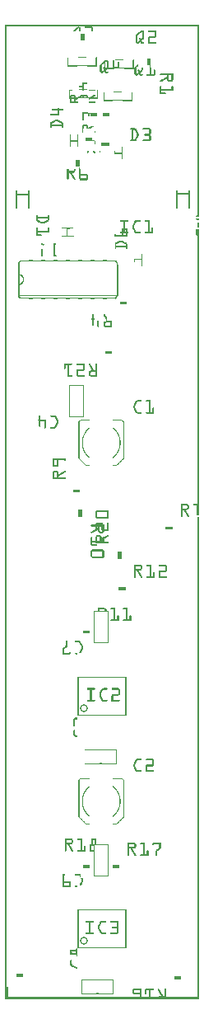
<source format=gto>
G04 MADE WITH FRITZING*
G04 WWW.FRITZING.ORG*
G04 DOUBLE SIDED*
G04 HOLES PLATED*
G04 CONTOUR ON CENTER OF CONTOUR VECTOR*
%ASAXBY*%
%FSLAX23Y23*%
%MOIN*%
%OFA0B0*%
%SFA1.0B1.0*%
%ADD10C,0.032858X0.0228584*%
%ADD11C,0.006000*%
%ADD12C,0.002000*%
%ADD13C,0.008000*%
%ADD14R,0.001000X0.001000*%
%LNSILK1*%
G90*
G70*
G54D10*
X321Y236D03*
X321Y1176D03*
G54D11*
X456Y2848D02*
X456Y2972D01*
D02*
X56Y2972D02*
X56Y2930D01*
D02*
X56Y2930D02*
X56Y2890D01*
D02*
X56Y2890D02*
X56Y2848D01*
G54D12*
D02*
X56Y2847D02*
X456Y2847D01*
G54D13*
D02*
X746Y3271D02*
X746Y3256D01*
D02*
X746Y3256D02*
X746Y3200D01*
D02*
X695Y3271D02*
X695Y3256D01*
D02*
X695Y3256D02*
X695Y3200D01*
D02*
X746Y3256D02*
X695Y3256D01*
D02*
X96Y3271D02*
X96Y3255D01*
D02*
X96Y3255D02*
X96Y3200D01*
D02*
X45Y3271D02*
X45Y3255D01*
D02*
X45Y3255D02*
X45Y3200D01*
D02*
X96Y3255D02*
X45Y3255D01*
G54D14*
X0Y3941D02*
X786Y3941D01*
X0Y3940D02*
X786Y3940D01*
X0Y3939D02*
X786Y3939D01*
X0Y3938D02*
X786Y3938D01*
X0Y3937D02*
X786Y3937D01*
X0Y3936D02*
X786Y3936D01*
X0Y3935D02*
X786Y3935D01*
X0Y3934D02*
X786Y3934D01*
X0Y3933D02*
X7Y3933D01*
X297Y3933D02*
X300Y3933D01*
X325Y3933D02*
X352Y3933D01*
X779Y3933D02*
X786Y3933D01*
X0Y3932D02*
X7Y3932D01*
X295Y3932D02*
X303Y3932D01*
X324Y3932D02*
X354Y3932D01*
X779Y3932D02*
X786Y3932D01*
X0Y3931D02*
X7Y3931D01*
X293Y3931D02*
X304Y3931D01*
X323Y3931D02*
X355Y3931D01*
X779Y3931D02*
X786Y3931D01*
X0Y3930D02*
X7Y3930D01*
X292Y3930D02*
X305Y3930D01*
X323Y3930D02*
X356Y3930D01*
X779Y3930D02*
X786Y3930D01*
X0Y3929D02*
X7Y3929D01*
X291Y3929D02*
X306Y3929D01*
X323Y3929D02*
X356Y3929D01*
X779Y3929D02*
X786Y3929D01*
X0Y3928D02*
X7Y3928D01*
X290Y3928D02*
X306Y3928D01*
X324Y3928D02*
X356Y3928D01*
X779Y3928D02*
X786Y3928D01*
X0Y3927D02*
X7Y3927D01*
X289Y3927D02*
X306Y3927D01*
X325Y3927D02*
X357Y3927D01*
X779Y3927D02*
X786Y3927D01*
X0Y3926D02*
X7Y3926D01*
X287Y3926D02*
X297Y3926D01*
X300Y3926D02*
X307Y3926D01*
X351Y3926D02*
X357Y3926D01*
X779Y3926D02*
X786Y3926D01*
X0Y3925D02*
X7Y3925D01*
X286Y3925D02*
X296Y3925D01*
X301Y3925D02*
X307Y3925D01*
X351Y3925D02*
X357Y3925D01*
X779Y3925D02*
X786Y3925D01*
X0Y3924D02*
X7Y3924D01*
X285Y3924D02*
X295Y3924D01*
X301Y3924D02*
X307Y3924D01*
X351Y3924D02*
X357Y3924D01*
X779Y3924D02*
X786Y3924D01*
X0Y3923D02*
X7Y3923D01*
X284Y3923D02*
X294Y3923D01*
X301Y3923D02*
X307Y3923D01*
X351Y3923D02*
X357Y3923D01*
X779Y3923D02*
X786Y3923D01*
X0Y3922D02*
X7Y3922D01*
X283Y3922D02*
X293Y3922D01*
X301Y3922D02*
X307Y3922D01*
X351Y3922D02*
X357Y3922D01*
X779Y3922D02*
X786Y3922D01*
X0Y3921D02*
X7Y3921D01*
X282Y3921D02*
X291Y3921D01*
X301Y3921D02*
X307Y3921D01*
X351Y3921D02*
X357Y3921D01*
X779Y3921D02*
X786Y3921D01*
X0Y3920D02*
X7Y3920D01*
X280Y3920D02*
X290Y3920D01*
X301Y3920D02*
X307Y3920D01*
X351Y3920D02*
X357Y3920D01*
X779Y3920D02*
X786Y3920D01*
X0Y3919D02*
X7Y3919D01*
X279Y3919D02*
X289Y3919D01*
X301Y3919D02*
X307Y3919D01*
X351Y3919D02*
X357Y3919D01*
X779Y3919D02*
X786Y3919D01*
X0Y3918D02*
X7Y3918D01*
X278Y3918D02*
X288Y3918D01*
X301Y3918D02*
X307Y3918D01*
X351Y3918D02*
X357Y3918D01*
X552Y3918D02*
X558Y3918D01*
X581Y3918D02*
X609Y3918D01*
X779Y3918D02*
X786Y3918D01*
X0Y3917D02*
X7Y3917D01*
X277Y3917D02*
X287Y3917D01*
X301Y3917D02*
X307Y3917D01*
X351Y3917D02*
X357Y3917D01*
X551Y3917D02*
X560Y3917D01*
X580Y3917D02*
X611Y3917D01*
X779Y3917D02*
X786Y3917D01*
X0Y3916D02*
X7Y3916D01*
X276Y3916D02*
X285Y3916D01*
X301Y3916D02*
X307Y3916D01*
X351Y3916D02*
X357Y3916D01*
X549Y3916D02*
X561Y3916D01*
X580Y3916D02*
X612Y3916D01*
X779Y3916D02*
X786Y3916D01*
X0Y3915D02*
X7Y3915D01*
X275Y3915D02*
X284Y3915D01*
X301Y3915D02*
X307Y3915D01*
X351Y3915D02*
X357Y3915D01*
X548Y3915D02*
X562Y3915D01*
X580Y3915D02*
X612Y3915D01*
X779Y3915D02*
X786Y3915D01*
X0Y3914D02*
X7Y3914D01*
X275Y3914D02*
X283Y3914D01*
X301Y3914D02*
X307Y3914D01*
X351Y3914D02*
X357Y3914D01*
X547Y3914D02*
X562Y3914D01*
X580Y3914D02*
X613Y3914D01*
X779Y3914D02*
X786Y3914D01*
X0Y3913D02*
X7Y3913D01*
X546Y3913D02*
X563Y3913D01*
X581Y3913D02*
X613Y3913D01*
X779Y3913D02*
X786Y3913D01*
X0Y3912D02*
X7Y3912D01*
X545Y3912D02*
X563Y3912D01*
X582Y3912D02*
X613Y3912D01*
X779Y3912D02*
X786Y3912D01*
X0Y3911D02*
X7Y3911D01*
X544Y3911D02*
X553Y3911D01*
X557Y3911D02*
X563Y3911D01*
X607Y3911D02*
X613Y3911D01*
X779Y3911D02*
X786Y3911D01*
X0Y3910D02*
X7Y3910D01*
X542Y3910D02*
X552Y3910D01*
X557Y3910D02*
X563Y3910D01*
X607Y3910D02*
X613Y3910D01*
X779Y3910D02*
X786Y3910D01*
X0Y3909D02*
X7Y3909D01*
X541Y3909D02*
X551Y3909D01*
X557Y3909D02*
X563Y3909D01*
X607Y3909D02*
X613Y3909D01*
X779Y3909D02*
X786Y3909D01*
X0Y3908D02*
X7Y3908D01*
X540Y3908D02*
X550Y3908D01*
X557Y3908D02*
X563Y3908D01*
X607Y3908D02*
X613Y3908D01*
X779Y3908D02*
X786Y3908D01*
X0Y3907D02*
X7Y3907D01*
X539Y3907D02*
X549Y3907D01*
X557Y3907D02*
X563Y3907D01*
X607Y3907D02*
X613Y3907D01*
X779Y3907D02*
X786Y3907D01*
X0Y3906D02*
X7Y3906D01*
X538Y3906D02*
X547Y3906D01*
X557Y3906D02*
X563Y3906D01*
X607Y3906D02*
X613Y3906D01*
X779Y3906D02*
X786Y3906D01*
X0Y3905D02*
X7Y3905D01*
X308Y3905D02*
X321Y3905D01*
X536Y3905D02*
X546Y3905D01*
X557Y3905D02*
X563Y3905D01*
X607Y3905D02*
X613Y3905D01*
X779Y3905D02*
X786Y3905D01*
X0Y3904D02*
X7Y3904D01*
X308Y3904D02*
X321Y3904D01*
X535Y3904D02*
X545Y3904D01*
X557Y3904D02*
X563Y3904D01*
X607Y3904D02*
X613Y3904D01*
X779Y3904D02*
X786Y3904D01*
X0Y3903D02*
X7Y3903D01*
X308Y3903D02*
X321Y3903D01*
X534Y3903D02*
X544Y3903D01*
X557Y3903D02*
X563Y3903D01*
X607Y3903D02*
X613Y3903D01*
X779Y3903D02*
X786Y3903D01*
X0Y3902D02*
X7Y3902D01*
X308Y3902D02*
X321Y3902D01*
X533Y3902D02*
X543Y3902D01*
X557Y3902D02*
X563Y3902D01*
X607Y3902D02*
X613Y3902D01*
X779Y3902D02*
X786Y3902D01*
X0Y3901D02*
X7Y3901D01*
X308Y3901D02*
X321Y3901D01*
X532Y3901D02*
X542Y3901D01*
X557Y3901D02*
X563Y3901D01*
X607Y3901D02*
X613Y3901D01*
X779Y3901D02*
X786Y3901D01*
X0Y3900D02*
X7Y3900D01*
X308Y3900D02*
X321Y3900D01*
X532Y3900D02*
X540Y3900D01*
X557Y3900D02*
X563Y3900D01*
X607Y3900D02*
X613Y3900D01*
X779Y3900D02*
X786Y3900D01*
X0Y3899D02*
X7Y3899D01*
X308Y3899D02*
X321Y3899D01*
X531Y3899D02*
X539Y3899D01*
X557Y3899D02*
X563Y3899D01*
X607Y3899D02*
X613Y3899D01*
X779Y3899D02*
X786Y3899D01*
X0Y3898D02*
X7Y3898D01*
X308Y3898D02*
X321Y3898D01*
X531Y3898D02*
X538Y3898D01*
X557Y3898D02*
X563Y3898D01*
X607Y3898D02*
X613Y3898D01*
X779Y3898D02*
X786Y3898D01*
X0Y3897D02*
X7Y3897D01*
X308Y3897D02*
X321Y3897D01*
X530Y3897D02*
X537Y3897D01*
X557Y3897D02*
X563Y3897D01*
X607Y3897D02*
X613Y3897D01*
X779Y3897D02*
X786Y3897D01*
X0Y3896D02*
X7Y3896D01*
X308Y3896D02*
X321Y3896D01*
X530Y3896D02*
X537Y3896D01*
X557Y3896D02*
X563Y3896D01*
X607Y3896D02*
X613Y3896D01*
X779Y3896D02*
X786Y3896D01*
X0Y3895D02*
X7Y3895D01*
X308Y3895D02*
X321Y3895D01*
X530Y3895D02*
X536Y3895D01*
X557Y3895D02*
X563Y3895D01*
X585Y3895D02*
X613Y3895D01*
X779Y3895D02*
X786Y3895D01*
X0Y3894D02*
X7Y3894D01*
X308Y3894D02*
X321Y3894D01*
X530Y3894D02*
X536Y3894D01*
X557Y3894D02*
X563Y3894D01*
X583Y3894D02*
X613Y3894D01*
X779Y3894D02*
X786Y3894D01*
X0Y3893D02*
X7Y3893D01*
X308Y3893D02*
X321Y3893D01*
X530Y3893D02*
X536Y3893D01*
X557Y3893D02*
X563Y3893D01*
X582Y3893D02*
X613Y3893D01*
X779Y3893D02*
X786Y3893D01*
X0Y3892D02*
X7Y3892D01*
X308Y3892D02*
X321Y3892D01*
X530Y3892D02*
X536Y3892D01*
X557Y3892D02*
X563Y3892D01*
X581Y3892D02*
X612Y3892D01*
X779Y3892D02*
X786Y3892D01*
X0Y3891D02*
X7Y3891D01*
X308Y3891D02*
X321Y3891D01*
X530Y3891D02*
X536Y3891D01*
X557Y3891D02*
X563Y3891D01*
X580Y3891D02*
X612Y3891D01*
X779Y3891D02*
X786Y3891D01*
X0Y3890D02*
X7Y3890D01*
X308Y3890D02*
X321Y3890D01*
X530Y3890D02*
X536Y3890D01*
X557Y3890D02*
X563Y3890D01*
X580Y3890D02*
X611Y3890D01*
X779Y3890D02*
X786Y3890D01*
X0Y3889D02*
X7Y3889D01*
X308Y3889D02*
X321Y3889D01*
X530Y3889D02*
X536Y3889D01*
X546Y3889D02*
X547Y3889D01*
X557Y3889D02*
X563Y3889D01*
X580Y3889D02*
X609Y3889D01*
X779Y3889D02*
X786Y3889D01*
X0Y3888D02*
X7Y3888D01*
X308Y3888D02*
X321Y3888D01*
X530Y3888D02*
X536Y3888D01*
X544Y3888D02*
X549Y3888D01*
X557Y3888D02*
X563Y3888D01*
X580Y3888D02*
X586Y3888D01*
X779Y3888D02*
X786Y3888D01*
X0Y3887D02*
X7Y3887D01*
X308Y3887D02*
X321Y3887D01*
X530Y3887D02*
X536Y3887D01*
X544Y3887D02*
X549Y3887D01*
X556Y3887D02*
X563Y3887D01*
X580Y3887D02*
X586Y3887D01*
X779Y3887D02*
X786Y3887D01*
X0Y3886D02*
X7Y3886D01*
X308Y3886D02*
X321Y3886D01*
X530Y3886D02*
X536Y3886D01*
X544Y3886D02*
X550Y3886D01*
X555Y3886D02*
X562Y3886D01*
X580Y3886D02*
X586Y3886D01*
X779Y3886D02*
X786Y3886D01*
X0Y3885D02*
X7Y3885D01*
X308Y3885D02*
X321Y3885D01*
X530Y3885D02*
X536Y3885D01*
X544Y3885D02*
X550Y3885D01*
X554Y3885D02*
X562Y3885D01*
X580Y3885D02*
X586Y3885D01*
X779Y3885D02*
X786Y3885D01*
X0Y3884D02*
X7Y3884D01*
X308Y3884D02*
X321Y3884D01*
X530Y3884D02*
X536Y3884D01*
X544Y3884D02*
X550Y3884D01*
X553Y3884D02*
X562Y3884D01*
X580Y3884D02*
X586Y3884D01*
X779Y3884D02*
X786Y3884D01*
X0Y3883D02*
X7Y3883D01*
X308Y3883D02*
X321Y3883D01*
X530Y3883D02*
X536Y3883D01*
X544Y3883D02*
X561Y3883D01*
X580Y3883D02*
X586Y3883D01*
X779Y3883D02*
X786Y3883D01*
X0Y3882D02*
X7Y3882D01*
X308Y3882D02*
X321Y3882D01*
X530Y3882D02*
X536Y3882D01*
X545Y3882D02*
X560Y3882D01*
X580Y3882D02*
X586Y3882D01*
X779Y3882D02*
X786Y3882D01*
X0Y3881D02*
X7Y3881D01*
X308Y3881D02*
X321Y3881D01*
X530Y3881D02*
X536Y3881D01*
X545Y3881D02*
X559Y3881D01*
X580Y3881D02*
X586Y3881D01*
X779Y3881D02*
X786Y3881D01*
X0Y3880D02*
X7Y3880D01*
X308Y3880D02*
X321Y3880D01*
X530Y3880D02*
X536Y3880D01*
X545Y3880D02*
X558Y3880D01*
X580Y3880D02*
X586Y3880D01*
X779Y3880D02*
X786Y3880D01*
X0Y3879D02*
X7Y3879D01*
X308Y3879D02*
X321Y3879D01*
X530Y3879D02*
X536Y3879D01*
X546Y3879D02*
X557Y3879D01*
X580Y3879D02*
X586Y3879D01*
X779Y3879D02*
X786Y3879D01*
X0Y3878D02*
X7Y3878D01*
X308Y3878D02*
X321Y3878D01*
X530Y3878D02*
X536Y3878D01*
X546Y3878D02*
X556Y3878D01*
X580Y3878D02*
X586Y3878D01*
X779Y3878D02*
X786Y3878D01*
X0Y3877D02*
X7Y3877D01*
X530Y3877D02*
X536Y3877D01*
X545Y3877D02*
X555Y3877D01*
X580Y3877D02*
X586Y3877D01*
X779Y3877D02*
X786Y3877D01*
X0Y3876D02*
X7Y3876D01*
X530Y3876D02*
X536Y3876D01*
X544Y3876D02*
X554Y3876D01*
X580Y3876D02*
X586Y3876D01*
X779Y3876D02*
X786Y3876D01*
X0Y3875D02*
X7Y3875D01*
X530Y3875D02*
X536Y3875D01*
X543Y3875D02*
X554Y3875D01*
X580Y3875D02*
X586Y3875D01*
X779Y3875D02*
X786Y3875D01*
X0Y3874D02*
X7Y3874D01*
X530Y3874D02*
X536Y3874D01*
X542Y3874D02*
X554Y3874D01*
X580Y3874D02*
X586Y3874D01*
X779Y3874D02*
X786Y3874D01*
X0Y3873D02*
X7Y3873D01*
X530Y3873D02*
X536Y3873D01*
X540Y3873D02*
X555Y3873D01*
X580Y3873D02*
X586Y3873D01*
X779Y3873D02*
X786Y3873D01*
X0Y3872D02*
X7Y3872D01*
X530Y3872D02*
X536Y3872D01*
X539Y3872D02*
X555Y3872D01*
X580Y3872D02*
X586Y3872D01*
X779Y3872D02*
X786Y3872D01*
X0Y3871D02*
X7Y3871D01*
X530Y3871D02*
X562Y3871D01*
X580Y3871D02*
X612Y3871D01*
X779Y3871D02*
X786Y3871D01*
X0Y3870D02*
X7Y3870D01*
X530Y3870D02*
X547Y3870D01*
X549Y3870D02*
X563Y3870D01*
X580Y3870D02*
X613Y3870D01*
X779Y3870D02*
X786Y3870D01*
X0Y3869D02*
X7Y3869D01*
X531Y3869D02*
X545Y3869D01*
X550Y3869D02*
X563Y3869D01*
X580Y3869D02*
X613Y3869D01*
X779Y3869D02*
X786Y3869D01*
X0Y3868D02*
X7Y3868D01*
X532Y3868D02*
X544Y3868D01*
X550Y3868D02*
X563Y3868D01*
X580Y3868D02*
X613Y3868D01*
X779Y3868D02*
X786Y3868D01*
X0Y3867D02*
X7Y3867D01*
X532Y3867D02*
X543Y3867D01*
X551Y3867D02*
X563Y3867D01*
X580Y3867D02*
X613Y3867D01*
X779Y3867D02*
X786Y3867D01*
X0Y3866D02*
X7Y3866D01*
X534Y3866D02*
X542Y3866D01*
X551Y3866D02*
X563Y3866D01*
X580Y3866D02*
X612Y3866D01*
X779Y3866D02*
X786Y3866D01*
X0Y3865D02*
X7Y3865D01*
X536Y3865D02*
X540Y3865D01*
X551Y3865D02*
X561Y3865D01*
X580Y3865D02*
X611Y3865D01*
X779Y3865D02*
X786Y3865D01*
X0Y3864D02*
X7Y3864D01*
X779Y3864D02*
X786Y3864D01*
X0Y3863D02*
X7Y3863D01*
X779Y3863D02*
X786Y3863D01*
X0Y3862D02*
X7Y3862D01*
X779Y3862D02*
X786Y3862D01*
X0Y3861D02*
X7Y3861D01*
X779Y3861D02*
X786Y3861D01*
X0Y3860D02*
X7Y3860D01*
X779Y3860D02*
X786Y3860D01*
X0Y3859D02*
X7Y3859D01*
X779Y3859D02*
X786Y3859D01*
X0Y3858D02*
X7Y3858D01*
X779Y3858D02*
X786Y3858D01*
X0Y3857D02*
X7Y3857D01*
X779Y3857D02*
X786Y3857D01*
X0Y3856D02*
X7Y3856D01*
X779Y3856D02*
X786Y3856D01*
X0Y3855D02*
X7Y3855D01*
X779Y3855D02*
X786Y3855D01*
X0Y3854D02*
X7Y3854D01*
X779Y3854D02*
X786Y3854D01*
X0Y3853D02*
X7Y3853D01*
X779Y3853D02*
X786Y3853D01*
X0Y3852D02*
X7Y3852D01*
X779Y3852D02*
X786Y3852D01*
X0Y3851D02*
X7Y3851D01*
X779Y3851D02*
X786Y3851D01*
X0Y3850D02*
X7Y3850D01*
X779Y3850D02*
X786Y3850D01*
X0Y3849D02*
X7Y3849D01*
X779Y3849D02*
X786Y3849D01*
X0Y3848D02*
X7Y3848D01*
X779Y3848D02*
X786Y3848D01*
X0Y3847D02*
X7Y3847D01*
X779Y3847D02*
X786Y3847D01*
X0Y3846D02*
X7Y3846D01*
X779Y3846D02*
X786Y3846D01*
X0Y3845D02*
X7Y3845D01*
X779Y3845D02*
X786Y3845D01*
X0Y3844D02*
X7Y3844D01*
X779Y3844D02*
X786Y3844D01*
X0Y3843D02*
X7Y3843D01*
X779Y3843D02*
X786Y3843D01*
X0Y3842D02*
X7Y3842D01*
X779Y3842D02*
X786Y3842D01*
X0Y3841D02*
X7Y3841D01*
X779Y3841D02*
X786Y3841D01*
X0Y3840D02*
X7Y3840D01*
X779Y3840D02*
X786Y3840D01*
X0Y3839D02*
X7Y3839D01*
X779Y3839D02*
X786Y3839D01*
X0Y3838D02*
X7Y3838D01*
X779Y3838D02*
X786Y3838D01*
X0Y3837D02*
X7Y3837D01*
X779Y3837D02*
X786Y3837D01*
X0Y3836D02*
X7Y3836D01*
X779Y3836D02*
X786Y3836D01*
X0Y3835D02*
X7Y3835D01*
X779Y3835D02*
X786Y3835D01*
X0Y3834D02*
X7Y3834D01*
X779Y3834D02*
X786Y3834D01*
X0Y3833D02*
X7Y3833D01*
X779Y3833D02*
X786Y3833D01*
X0Y3832D02*
X7Y3832D01*
X779Y3832D02*
X786Y3832D01*
X0Y3831D02*
X7Y3831D01*
X779Y3831D02*
X786Y3831D01*
X0Y3830D02*
X7Y3830D01*
X779Y3830D02*
X786Y3830D01*
X0Y3829D02*
X7Y3829D01*
X779Y3829D02*
X786Y3829D01*
X0Y3828D02*
X7Y3828D01*
X779Y3828D02*
X786Y3828D01*
X0Y3827D02*
X7Y3827D01*
X779Y3827D02*
X786Y3827D01*
X0Y3826D02*
X7Y3826D01*
X779Y3826D02*
X786Y3826D01*
X0Y3825D02*
X7Y3825D01*
X779Y3825D02*
X786Y3825D01*
X0Y3824D02*
X7Y3824D01*
X779Y3824D02*
X786Y3824D01*
X0Y3823D02*
X7Y3823D01*
X779Y3823D02*
X786Y3823D01*
X0Y3822D02*
X7Y3822D01*
X779Y3822D02*
X786Y3822D01*
X0Y3821D02*
X7Y3821D01*
X779Y3821D02*
X786Y3821D01*
X0Y3820D02*
X7Y3820D01*
X779Y3820D02*
X786Y3820D01*
X0Y3819D02*
X7Y3819D01*
X779Y3819D02*
X786Y3819D01*
X0Y3818D02*
X7Y3818D01*
X779Y3818D02*
X786Y3818D01*
X0Y3817D02*
X7Y3817D01*
X779Y3817D02*
X786Y3817D01*
X0Y3816D02*
X7Y3816D01*
X779Y3816D02*
X786Y3816D01*
X0Y3815D02*
X7Y3815D01*
X779Y3815D02*
X786Y3815D01*
X0Y3814D02*
X7Y3814D01*
X779Y3814D02*
X786Y3814D01*
X0Y3813D02*
X7Y3813D01*
X779Y3813D02*
X786Y3813D01*
X0Y3812D02*
X7Y3812D01*
X779Y3812D02*
X786Y3812D01*
X0Y3811D02*
X7Y3811D01*
X254Y3811D02*
X254Y3811D01*
X296Y3811D02*
X329Y3811D01*
X371Y3811D02*
X371Y3811D01*
X779Y3811D02*
X786Y3811D01*
X0Y3810D02*
X7Y3810D01*
X254Y3810D02*
X254Y3810D01*
X296Y3810D02*
X329Y3810D01*
X371Y3810D02*
X371Y3810D01*
X779Y3810D02*
X786Y3810D01*
X0Y3809D02*
X7Y3809D01*
X254Y3809D02*
X254Y3809D01*
X296Y3809D02*
X329Y3809D01*
X371Y3809D02*
X371Y3809D01*
X779Y3809D02*
X786Y3809D01*
X0Y3808D02*
X7Y3808D01*
X254Y3808D02*
X371Y3808D01*
X779Y3808D02*
X786Y3808D01*
X0Y3807D02*
X7Y3807D01*
X254Y3807D02*
X257Y3807D01*
X368Y3807D02*
X371Y3807D01*
X779Y3807D02*
X786Y3807D01*
X0Y3806D02*
X7Y3806D01*
X254Y3806D02*
X257Y3806D01*
X368Y3806D02*
X371Y3806D01*
X779Y3806D02*
X786Y3806D01*
X0Y3805D02*
X7Y3805D01*
X254Y3805D02*
X257Y3805D01*
X368Y3805D02*
X371Y3805D01*
X578Y3805D02*
X590Y3805D01*
X779Y3805D02*
X786Y3805D01*
X0Y3804D02*
X7Y3804D01*
X254Y3804D02*
X257Y3804D01*
X368Y3804D02*
X371Y3804D01*
X578Y3804D02*
X590Y3804D01*
X779Y3804D02*
X786Y3804D01*
X0Y3803D02*
X7Y3803D01*
X254Y3803D02*
X257Y3803D01*
X368Y3803D02*
X371Y3803D01*
X578Y3803D02*
X590Y3803D01*
X779Y3803D02*
X786Y3803D01*
X0Y3802D02*
X7Y3802D01*
X254Y3802D02*
X257Y3802D01*
X368Y3802D02*
X371Y3802D01*
X578Y3802D02*
X590Y3802D01*
X779Y3802D02*
X786Y3802D01*
X0Y3801D02*
X7Y3801D01*
X254Y3801D02*
X257Y3801D01*
X368Y3801D02*
X371Y3801D01*
X404Y3801D02*
X404Y3801D01*
X446Y3801D02*
X479Y3801D01*
X521Y3801D02*
X521Y3801D01*
X578Y3801D02*
X590Y3801D01*
X779Y3801D02*
X786Y3801D01*
X0Y3800D02*
X7Y3800D01*
X254Y3800D02*
X257Y3800D01*
X368Y3800D02*
X371Y3800D01*
X404Y3800D02*
X404Y3800D01*
X446Y3800D02*
X479Y3800D01*
X521Y3800D02*
X521Y3800D01*
X578Y3800D02*
X590Y3800D01*
X779Y3800D02*
X786Y3800D01*
X0Y3799D02*
X7Y3799D01*
X254Y3799D02*
X257Y3799D01*
X368Y3799D02*
X371Y3799D01*
X404Y3799D02*
X404Y3799D01*
X446Y3799D02*
X479Y3799D01*
X521Y3799D02*
X521Y3799D01*
X578Y3799D02*
X590Y3799D01*
X779Y3799D02*
X786Y3799D01*
X0Y3798D02*
X7Y3798D01*
X254Y3798D02*
X257Y3798D01*
X368Y3798D02*
X371Y3798D01*
X404Y3798D02*
X521Y3798D01*
X578Y3798D02*
X590Y3798D01*
X779Y3798D02*
X786Y3798D01*
X0Y3797D02*
X7Y3797D01*
X254Y3797D02*
X257Y3797D01*
X368Y3797D02*
X371Y3797D01*
X404Y3797D02*
X415Y3797D01*
X437Y3797D02*
X442Y3797D01*
X518Y3797D02*
X521Y3797D01*
X578Y3797D02*
X590Y3797D01*
X779Y3797D02*
X786Y3797D01*
X0Y3796D02*
X7Y3796D01*
X254Y3796D02*
X257Y3796D01*
X368Y3796D02*
X371Y3796D01*
X404Y3796D02*
X416Y3796D01*
X436Y3796D02*
X442Y3796D01*
X518Y3796D02*
X521Y3796D01*
X578Y3796D02*
X590Y3796D01*
X779Y3796D02*
X786Y3796D01*
X0Y3795D02*
X7Y3795D01*
X254Y3795D02*
X257Y3795D01*
X368Y3795D02*
X371Y3795D01*
X403Y3795D02*
X417Y3795D01*
X436Y3795D02*
X442Y3795D01*
X518Y3795D02*
X521Y3795D01*
X578Y3795D02*
X590Y3795D01*
X779Y3795D02*
X786Y3795D01*
X0Y3794D02*
X7Y3794D01*
X254Y3794D02*
X257Y3794D01*
X368Y3794D02*
X371Y3794D01*
X402Y3794D02*
X417Y3794D01*
X436Y3794D02*
X442Y3794D01*
X518Y3794D02*
X521Y3794D01*
X578Y3794D02*
X590Y3794D01*
X779Y3794D02*
X786Y3794D01*
X0Y3793D02*
X7Y3793D01*
X254Y3793D02*
X257Y3793D01*
X368Y3793D02*
X371Y3793D01*
X401Y3793D02*
X418Y3793D01*
X436Y3793D02*
X442Y3793D01*
X518Y3793D02*
X521Y3793D01*
X578Y3793D02*
X590Y3793D01*
X779Y3793D02*
X786Y3793D01*
X0Y3792D02*
X7Y3792D01*
X254Y3792D02*
X257Y3792D01*
X368Y3792D02*
X371Y3792D01*
X400Y3792D02*
X418Y3792D01*
X436Y3792D02*
X442Y3792D01*
X458Y3792D02*
X462Y3792D01*
X518Y3792D02*
X521Y3792D01*
X578Y3792D02*
X590Y3792D01*
X779Y3792D02*
X786Y3792D01*
X0Y3791D02*
X7Y3791D01*
X254Y3791D02*
X257Y3791D01*
X368Y3791D02*
X371Y3791D01*
X398Y3791D02*
X408Y3791D01*
X412Y3791D02*
X418Y3791D01*
X436Y3791D02*
X442Y3791D01*
X457Y3791D02*
X463Y3791D01*
X518Y3791D02*
X521Y3791D01*
X578Y3791D02*
X590Y3791D01*
X779Y3791D02*
X786Y3791D01*
X0Y3790D02*
X7Y3790D01*
X254Y3790D02*
X257Y3790D01*
X368Y3790D02*
X371Y3790D01*
X397Y3790D02*
X407Y3790D01*
X412Y3790D02*
X418Y3790D01*
X436Y3790D02*
X442Y3790D01*
X457Y3790D02*
X463Y3790D01*
X518Y3790D02*
X521Y3790D01*
X578Y3790D02*
X590Y3790D01*
X779Y3790D02*
X786Y3790D01*
X0Y3789D02*
X7Y3789D01*
X254Y3789D02*
X257Y3789D01*
X368Y3789D02*
X371Y3789D01*
X396Y3789D02*
X407Y3789D01*
X412Y3789D02*
X418Y3789D01*
X436Y3789D02*
X442Y3789D01*
X457Y3789D02*
X463Y3789D01*
X518Y3789D02*
X521Y3789D01*
X578Y3789D02*
X590Y3789D01*
X779Y3789D02*
X786Y3789D01*
X0Y3788D02*
X7Y3788D01*
X254Y3788D02*
X257Y3788D01*
X368Y3788D02*
X371Y3788D01*
X395Y3788D02*
X407Y3788D01*
X412Y3788D02*
X418Y3788D01*
X436Y3788D02*
X442Y3788D01*
X457Y3788D02*
X463Y3788D01*
X518Y3788D02*
X521Y3788D01*
X578Y3788D02*
X590Y3788D01*
X779Y3788D02*
X786Y3788D01*
X0Y3787D02*
X7Y3787D01*
X254Y3787D02*
X257Y3787D01*
X368Y3787D02*
X371Y3787D01*
X394Y3787D02*
X407Y3787D01*
X412Y3787D02*
X418Y3787D01*
X436Y3787D02*
X442Y3787D01*
X457Y3787D02*
X463Y3787D01*
X518Y3787D02*
X521Y3787D01*
X578Y3787D02*
X590Y3787D01*
X779Y3787D02*
X786Y3787D01*
X0Y3786D02*
X7Y3786D01*
X254Y3786D02*
X257Y3786D01*
X368Y3786D02*
X371Y3786D01*
X392Y3786D02*
X402Y3786D01*
X404Y3786D02*
X407Y3786D01*
X412Y3786D02*
X418Y3786D01*
X436Y3786D02*
X442Y3786D01*
X457Y3786D02*
X463Y3786D01*
X518Y3786D02*
X521Y3786D01*
X578Y3786D02*
X590Y3786D01*
X779Y3786D02*
X786Y3786D01*
X0Y3785D02*
X7Y3785D01*
X254Y3785D02*
X257Y3785D01*
X368Y3785D02*
X371Y3785D01*
X391Y3785D02*
X401Y3785D01*
X404Y3785D02*
X407Y3785D01*
X412Y3785D02*
X418Y3785D01*
X436Y3785D02*
X442Y3785D01*
X457Y3785D02*
X463Y3785D01*
X518Y3785D02*
X521Y3785D01*
X578Y3785D02*
X590Y3785D01*
X779Y3785D02*
X786Y3785D01*
X0Y3784D02*
X7Y3784D01*
X254Y3784D02*
X257Y3784D01*
X368Y3784D02*
X371Y3784D01*
X390Y3784D02*
X400Y3784D01*
X404Y3784D02*
X407Y3784D01*
X412Y3784D02*
X418Y3784D01*
X436Y3784D02*
X442Y3784D01*
X457Y3784D02*
X463Y3784D01*
X518Y3784D02*
X521Y3784D01*
X578Y3784D02*
X590Y3784D01*
X779Y3784D02*
X786Y3784D01*
X0Y3783D02*
X7Y3783D01*
X254Y3783D02*
X257Y3783D01*
X368Y3783D02*
X371Y3783D01*
X389Y3783D02*
X399Y3783D01*
X404Y3783D02*
X407Y3783D01*
X412Y3783D02*
X418Y3783D01*
X436Y3783D02*
X442Y3783D01*
X457Y3783D02*
X463Y3783D01*
X518Y3783D02*
X521Y3783D01*
X578Y3783D02*
X590Y3783D01*
X779Y3783D02*
X786Y3783D01*
X0Y3782D02*
X7Y3782D01*
X254Y3782D02*
X257Y3782D01*
X368Y3782D02*
X371Y3782D01*
X388Y3782D02*
X398Y3782D01*
X404Y3782D02*
X407Y3782D01*
X412Y3782D02*
X418Y3782D01*
X436Y3782D02*
X442Y3782D01*
X457Y3782D02*
X463Y3782D01*
X518Y3782D02*
X521Y3782D01*
X539Y3782D02*
X539Y3782D01*
X578Y3782D02*
X590Y3782D01*
X779Y3782D02*
X786Y3782D01*
X0Y3781D02*
X7Y3781D01*
X254Y3781D02*
X257Y3781D01*
X368Y3781D02*
X371Y3781D01*
X387Y3781D02*
X396Y3781D01*
X404Y3781D02*
X407Y3781D01*
X412Y3781D02*
X418Y3781D01*
X436Y3781D02*
X442Y3781D01*
X457Y3781D02*
X463Y3781D01*
X518Y3781D02*
X521Y3781D01*
X538Y3781D02*
X539Y3781D01*
X578Y3781D02*
X590Y3781D01*
X779Y3781D02*
X786Y3781D01*
X0Y3780D02*
X7Y3780D01*
X254Y3780D02*
X257Y3780D01*
X368Y3780D02*
X371Y3780D01*
X387Y3780D02*
X395Y3780D01*
X404Y3780D02*
X407Y3780D01*
X412Y3780D02*
X418Y3780D01*
X436Y3780D02*
X442Y3780D01*
X457Y3780D02*
X463Y3780D01*
X518Y3780D02*
X521Y3780D01*
X537Y3780D02*
X539Y3780D01*
X578Y3780D02*
X590Y3780D01*
X779Y3780D02*
X786Y3780D01*
X0Y3779D02*
X7Y3779D01*
X254Y3779D02*
X257Y3779D01*
X368Y3779D02*
X371Y3779D01*
X386Y3779D02*
X394Y3779D01*
X404Y3779D02*
X407Y3779D01*
X412Y3779D02*
X418Y3779D01*
X436Y3779D02*
X442Y3779D01*
X457Y3779D02*
X463Y3779D01*
X518Y3779D02*
X521Y3779D01*
X536Y3779D02*
X539Y3779D01*
X578Y3779D02*
X590Y3779D01*
X779Y3779D02*
X786Y3779D01*
X0Y3778D02*
X7Y3778D01*
X254Y3778D02*
X257Y3778D01*
X368Y3778D02*
X371Y3778D01*
X386Y3778D02*
X393Y3778D01*
X404Y3778D02*
X407Y3778D01*
X412Y3778D02*
X418Y3778D01*
X436Y3778D02*
X442Y3778D01*
X457Y3778D02*
X463Y3778D01*
X518Y3778D02*
X521Y3778D01*
X535Y3778D02*
X539Y3778D01*
X578Y3778D02*
X590Y3778D01*
X779Y3778D02*
X786Y3778D01*
X0Y3777D02*
X7Y3777D01*
X254Y3777D02*
X257Y3777D01*
X368Y3777D02*
X371Y3777D01*
X385Y3777D02*
X392Y3777D01*
X404Y3777D02*
X407Y3777D01*
X412Y3777D02*
X418Y3777D01*
X436Y3777D02*
X442Y3777D01*
X457Y3777D02*
X463Y3777D01*
X518Y3777D02*
X521Y3777D01*
X534Y3777D02*
X539Y3777D01*
X588Y3777D02*
X590Y3777D01*
X779Y3777D02*
X786Y3777D01*
X0Y3776D02*
X7Y3776D01*
X254Y3776D02*
X371Y3776D01*
X385Y3776D02*
X391Y3776D01*
X404Y3776D02*
X407Y3776D01*
X412Y3776D02*
X418Y3776D01*
X436Y3776D02*
X442Y3776D01*
X457Y3776D02*
X463Y3776D01*
X518Y3776D02*
X521Y3776D01*
X532Y3776D02*
X539Y3776D01*
X588Y3776D02*
X590Y3776D01*
X779Y3776D02*
X786Y3776D01*
X0Y3775D02*
X7Y3775D01*
X254Y3775D02*
X291Y3775D01*
X334Y3775D02*
X371Y3775D01*
X385Y3775D02*
X391Y3775D01*
X404Y3775D02*
X407Y3775D01*
X412Y3775D02*
X418Y3775D01*
X436Y3775D02*
X442Y3775D01*
X457Y3775D02*
X463Y3775D01*
X518Y3775D02*
X521Y3775D01*
X531Y3775D02*
X539Y3775D01*
X588Y3775D02*
X590Y3775D01*
X779Y3775D02*
X786Y3775D01*
X0Y3774D02*
X7Y3774D01*
X254Y3774D02*
X291Y3774D01*
X334Y3774D02*
X371Y3774D01*
X385Y3774D02*
X391Y3774D01*
X404Y3774D02*
X407Y3774D01*
X412Y3774D02*
X418Y3774D01*
X436Y3774D02*
X442Y3774D01*
X457Y3774D02*
X463Y3774D01*
X518Y3774D02*
X521Y3774D01*
X530Y3774D02*
X539Y3774D01*
X588Y3774D02*
X590Y3774D01*
X779Y3774D02*
X786Y3774D01*
X0Y3773D02*
X7Y3773D01*
X254Y3773D02*
X291Y3773D01*
X334Y3773D02*
X371Y3773D01*
X385Y3773D02*
X391Y3773D01*
X404Y3773D02*
X407Y3773D01*
X412Y3773D02*
X418Y3773D01*
X436Y3773D02*
X442Y3773D01*
X457Y3773D02*
X463Y3773D01*
X518Y3773D02*
X521Y3773D01*
X529Y3773D02*
X539Y3773D01*
X588Y3773D02*
X590Y3773D01*
X779Y3773D02*
X786Y3773D01*
X0Y3772D02*
X7Y3772D01*
X385Y3772D02*
X391Y3772D01*
X404Y3772D02*
X407Y3772D01*
X412Y3772D02*
X418Y3772D01*
X436Y3772D02*
X442Y3772D01*
X457Y3772D02*
X463Y3772D01*
X518Y3772D02*
X521Y3772D01*
X528Y3772D02*
X537Y3772D01*
X588Y3772D02*
X590Y3772D01*
X779Y3772D02*
X786Y3772D01*
X0Y3771D02*
X7Y3771D01*
X385Y3771D02*
X391Y3771D01*
X404Y3771D02*
X407Y3771D01*
X412Y3771D02*
X418Y3771D01*
X436Y3771D02*
X442Y3771D01*
X457Y3771D02*
X463Y3771D01*
X518Y3771D02*
X521Y3771D01*
X527Y3771D02*
X536Y3771D01*
X588Y3771D02*
X590Y3771D01*
X779Y3771D02*
X786Y3771D01*
X0Y3770D02*
X7Y3770D01*
X385Y3770D02*
X391Y3770D01*
X404Y3770D02*
X407Y3770D01*
X412Y3770D02*
X418Y3770D01*
X436Y3770D02*
X442Y3770D01*
X457Y3770D02*
X463Y3770D01*
X518Y3770D02*
X521Y3770D01*
X527Y3770D02*
X535Y3770D01*
X588Y3770D02*
X590Y3770D01*
X779Y3770D02*
X786Y3770D01*
X0Y3769D02*
X7Y3769D01*
X385Y3769D02*
X391Y3769D01*
X400Y3769D02*
X402Y3769D01*
X404Y3769D02*
X407Y3769D01*
X412Y3769D02*
X418Y3769D01*
X436Y3769D02*
X464Y3769D01*
X518Y3769D02*
X521Y3769D01*
X526Y3769D02*
X534Y3769D01*
X588Y3769D02*
X590Y3769D01*
X779Y3769D02*
X786Y3769D01*
X0Y3768D02*
X7Y3768D01*
X385Y3768D02*
X391Y3768D01*
X399Y3768D02*
X407Y3768D01*
X412Y3768D02*
X418Y3768D01*
X436Y3768D02*
X466Y3768D01*
X518Y3768D02*
X521Y3768D01*
X526Y3768D02*
X533Y3768D01*
X552Y3768D02*
X558Y3768D01*
X588Y3768D02*
X594Y3768D01*
X779Y3768D02*
X786Y3768D01*
X0Y3767D02*
X7Y3767D01*
X385Y3767D02*
X391Y3767D01*
X399Y3767D02*
X407Y3767D01*
X411Y3767D02*
X418Y3767D01*
X436Y3767D02*
X466Y3767D01*
X518Y3767D02*
X521Y3767D01*
X525Y3767D02*
X532Y3767D01*
X552Y3767D02*
X558Y3767D01*
X588Y3767D02*
X594Y3767D01*
X779Y3767D02*
X786Y3767D01*
X0Y3766D02*
X7Y3766D01*
X385Y3766D02*
X391Y3766D01*
X398Y3766D02*
X521Y3766D01*
X525Y3766D02*
X531Y3766D01*
X552Y3766D02*
X558Y3766D01*
X588Y3766D02*
X594Y3766D01*
X779Y3766D02*
X786Y3766D01*
X0Y3765D02*
X7Y3765D01*
X385Y3765D02*
X391Y3765D01*
X399Y3765D02*
X441Y3765D01*
X483Y3765D02*
X521Y3765D01*
X525Y3765D02*
X531Y3765D01*
X552Y3765D02*
X558Y3765D01*
X588Y3765D02*
X594Y3765D01*
X779Y3765D02*
X786Y3765D01*
X0Y3764D02*
X7Y3764D01*
X385Y3764D02*
X391Y3764D01*
X399Y3764D02*
X441Y3764D01*
X484Y3764D02*
X521Y3764D01*
X525Y3764D02*
X531Y3764D01*
X552Y3764D02*
X558Y3764D01*
X588Y3764D02*
X594Y3764D01*
X779Y3764D02*
X786Y3764D01*
X0Y3763D02*
X7Y3763D01*
X385Y3763D02*
X391Y3763D01*
X399Y3763D02*
X441Y3763D01*
X484Y3763D02*
X521Y3763D01*
X525Y3763D02*
X531Y3763D01*
X552Y3763D02*
X558Y3763D01*
X588Y3763D02*
X594Y3763D01*
X779Y3763D02*
X786Y3763D01*
X0Y3762D02*
X7Y3762D01*
X385Y3762D02*
X391Y3762D01*
X400Y3762D02*
X415Y3762D01*
X525Y3762D02*
X531Y3762D01*
X552Y3762D02*
X558Y3762D01*
X588Y3762D02*
X594Y3762D01*
X779Y3762D02*
X786Y3762D01*
X0Y3761D02*
X7Y3761D01*
X385Y3761D02*
X391Y3761D01*
X400Y3761D02*
X414Y3761D01*
X525Y3761D02*
X531Y3761D01*
X552Y3761D02*
X558Y3761D01*
X588Y3761D02*
X594Y3761D01*
X779Y3761D02*
X786Y3761D01*
X0Y3760D02*
X7Y3760D01*
X385Y3760D02*
X391Y3760D01*
X400Y3760D02*
X413Y3760D01*
X525Y3760D02*
X531Y3760D01*
X552Y3760D02*
X558Y3760D01*
X588Y3760D02*
X594Y3760D01*
X779Y3760D02*
X786Y3760D01*
X0Y3759D02*
X7Y3759D01*
X385Y3759D02*
X391Y3759D01*
X401Y3759D02*
X412Y3759D01*
X525Y3759D02*
X531Y3759D01*
X540Y3759D02*
X542Y3759D01*
X552Y3759D02*
X558Y3759D01*
X588Y3759D02*
X594Y3759D01*
X604Y3759D02*
X606Y3759D01*
X779Y3759D02*
X786Y3759D01*
X0Y3758D02*
X7Y3758D01*
X385Y3758D02*
X391Y3758D01*
X401Y3758D02*
X411Y3758D01*
X525Y3758D02*
X531Y3758D01*
X539Y3758D02*
X543Y3758D01*
X552Y3758D02*
X558Y3758D01*
X588Y3758D02*
X594Y3758D01*
X603Y3758D02*
X607Y3758D01*
X779Y3758D02*
X786Y3758D01*
X0Y3757D02*
X7Y3757D01*
X385Y3757D02*
X391Y3757D01*
X400Y3757D02*
X410Y3757D01*
X525Y3757D02*
X531Y3757D01*
X539Y3757D02*
X544Y3757D01*
X551Y3757D02*
X558Y3757D01*
X588Y3757D02*
X594Y3757D01*
X602Y3757D02*
X608Y3757D01*
X779Y3757D02*
X786Y3757D01*
X0Y3756D02*
X7Y3756D01*
X385Y3756D02*
X391Y3756D01*
X399Y3756D02*
X409Y3756D01*
X525Y3756D02*
X531Y3756D01*
X538Y3756D02*
X545Y3756D01*
X550Y3756D02*
X557Y3756D01*
X588Y3756D02*
X594Y3756D01*
X602Y3756D02*
X608Y3756D01*
X779Y3756D02*
X786Y3756D01*
X0Y3755D02*
X7Y3755D01*
X385Y3755D02*
X391Y3755D01*
X398Y3755D02*
X409Y3755D01*
X525Y3755D02*
X531Y3755D01*
X538Y3755D02*
X545Y3755D01*
X549Y3755D02*
X557Y3755D01*
X588Y3755D02*
X594Y3755D01*
X602Y3755D02*
X608Y3755D01*
X779Y3755D02*
X786Y3755D01*
X0Y3754D02*
X7Y3754D01*
X385Y3754D02*
X391Y3754D01*
X396Y3754D02*
X409Y3754D01*
X525Y3754D02*
X531Y3754D01*
X539Y3754D02*
X545Y3754D01*
X548Y3754D02*
X556Y3754D01*
X588Y3754D02*
X594Y3754D01*
X602Y3754D02*
X608Y3754D01*
X779Y3754D02*
X786Y3754D01*
X0Y3753D02*
X7Y3753D01*
X385Y3753D02*
X391Y3753D01*
X395Y3753D02*
X410Y3753D01*
X525Y3753D02*
X531Y3753D01*
X539Y3753D02*
X556Y3753D01*
X588Y3753D02*
X594Y3753D01*
X602Y3753D02*
X608Y3753D01*
X779Y3753D02*
X786Y3753D01*
X0Y3752D02*
X7Y3752D01*
X385Y3752D02*
X391Y3752D01*
X394Y3752D02*
X410Y3752D01*
X525Y3752D02*
X531Y3752D01*
X540Y3752D02*
X555Y3752D01*
X588Y3752D02*
X594Y3752D01*
X602Y3752D02*
X608Y3752D01*
X779Y3752D02*
X786Y3752D01*
X0Y3751D02*
X7Y3751D01*
X385Y3751D02*
X417Y3751D01*
X525Y3751D02*
X531Y3751D01*
X540Y3751D02*
X554Y3751D01*
X588Y3751D02*
X594Y3751D01*
X602Y3751D02*
X608Y3751D01*
X779Y3751D02*
X786Y3751D01*
X0Y3750D02*
X7Y3750D01*
X385Y3750D02*
X401Y3750D01*
X404Y3750D02*
X418Y3750D01*
X525Y3750D02*
X531Y3750D01*
X540Y3750D02*
X553Y3750D01*
X588Y3750D02*
X594Y3750D01*
X602Y3750D02*
X608Y3750D01*
X779Y3750D02*
X786Y3750D01*
X0Y3749D02*
X7Y3749D01*
X386Y3749D02*
X400Y3749D01*
X405Y3749D02*
X418Y3749D01*
X525Y3749D02*
X531Y3749D01*
X541Y3749D02*
X552Y3749D01*
X588Y3749D02*
X594Y3749D01*
X602Y3749D02*
X608Y3749D01*
X779Y3749D02*
X786Y3749D01*
X0Y3748D02*
X7Y3748D01*
X386Y3748D02*
X399Y3748D01*
X405Y3748D02*
X418Y3748D01*
X525Y3748D02*
X531Y3748D01*
X541Y3748D02*
X551Y3748D01*
X588Y3748D02*
X594Y3748D01*
X602Y3748D02*
X608Y3748D01*
X779Y3748D02*
X786Y3748D01*
X0Y3747D02*
X7Y3747D01*
X387Y3747D02*
X398Y3747D01*
X405Y3747D02*
X418Y3747D01*
X525Y3747D02*
X531Y3747D01*
X540Y3747D02*
X550Y3747D01*
X588Y3747D02*
X594Y3747D01*
X602Y3747D02*
X608Y3747D01*
X779Y3747D02*
X786Y3747D01*
X0Y3746D02*
X7Y3746D01*
X389Y3746D02*
X397Y3746D01*
X406Y3746D02*
X417Y3746D01*
X525Y3746D02*
X531Y3746D01*
X539Y3746D02*
X549Y3746D01*
X588Y3746D02*
X594Y3746D01*
X602Y3746D02*
X608Y3746D01*
X779Y3746D02*
X786Y3746D01*
X0Y3745D02*
X7Y3745D01*
X391Y3745D02*
X394Y3745D01*
X406Y3745D02*
X416Y3745D01*
X525Y3745D02*
X531Y3745D01*
X538Y3745D02*
X549Y3745D01*
X588Y3745D02*
X594Y3745D01*
X602Y3745D02*
X608Y3745D01*
X779Y3745D02*
X786Y3745D01*
X0Y3744D02*
X7Y3744D01*
X525Y3744D02*
X531Y3744D01*
X536Y3744D02*
X549Y3744D01*
X588Y3744D02*
X594Y3744D01*
X602Y3744D02*
X608Y3744D01*
X632Y3744D02*
X681Y3744D01*
X779Y3744D02*
X786Y3744D01*
X0Y3743D02*
X7Y3743D01*
X525Y3743D02*
X531Y3743D01*
X535Y3743D02*
X550Y3743D01*
X588Y3743D02*
X594Y3743D01*
X602Y3743D02*
X608Y3743D01*
X629Y3743D02*
X681Y3743D01*
X779Y3743D02*
X786Y3743D01*
X0Y3742D02*
X7Y3742D01*
X525Y3742D02*
X531Y3742D01*
X534Y3742D02*
X550Y3742D01*
X588Y3742D02*
X594Y3742D01*
X602Y3742D02*
X608Y3742D01*
X628Y3742D02*
X681Y3742D01*
X779Y3742D02*
X786Y3742D01*
X0Y3741D02*
X7Y3741D01*
X525Y3741D02*
X557Y3741D01*
X576Y3741D02*
X608Y3741D01*
X628Y3741D02*
X681Y3741D01*
X779Y3741D02*
X786Y3741D01*
X0Y3740D02*
X7Y3740D01*
X525Y3740D02*
X541Y3740D01*
X544Y3740D02*
X558Y3740D01*
X575Y3740D02*
X608Y3740D01*
X628Y3740D02*
X681Y3740D01*
X779Y3740D02*
X786Y3740D01*
X0Y3739D02*
X7Y3739D01*
X526Y3739D02*
X540Y3739D01*
X545Y3739D02*
X558Y3739D01*
X575Y3739D02*
X608Y3739D01*
X628Y3739D02*
X681Y3739D01*
X779Y3739D02*
X786Y3739D01*
X0Y3738D02*
X7Y3738D01*
X526Y3738D02*
X539Y3738D01*
X545Y3738D02*
X558Y3738D01*
X575Y3738D02*
X608Y3738D01*
X629Y3738D02*
X681Y3738D01*
X779Y3738D02*
X786Y3738D01*
X0Y3737D02*
X7Y3737D01*
X527Y3737D02*
X538Y3737D01*
X545Y3737D02*
X558Y3737D01*
X575Y3737D02*
X608Y3737D01*
X632Y3737D02*
X681Y3737D01*
X779Y3737D02*
X786Y3737D01*
X0Y3736D02*
X7Y3736D01*
X529Y3736D02*
X537Y3736D01*
X546Y3736D02*
X557Y3736D01*
X575Y3736D02*
X607Y3736D01*
X657Y3736D02*
X663Y3736D01*
X675Y3736D02*
X681Y3736D01*
X779Y3736D02*
X786Y3736D01*
X0Y3735D02*
X7Y3735D01*
X531Y3735D02*
X534Y3735D01*
X546Y3735D02*
X556Y3735D01*
X577Y3735D02*
X606Y3735D01*
X657Y3735D02*
X663Y3735D01*
X675Y3735D02*
X681Y3735D01*
X779Y3735D02*
X786Y3735D01*
X0Y3734D02*
X7Y3734D01*
X657Y3734D02*
X663Y3734D01*
X675Y3734D02*
X681Y3734D01*
X779Y3734D02*
X786Y3734D01*
X0Y3733D02*
X7Y3733D01*
X657Y3733D02*
X663Y3733D01*
X675Y3733D02*
X681Y3733D01*
X779Y3733D02*
X786Y3733D01*
X0Y3732D02*
X7Y3732D01*
X657Y3732D02*
X663Y3732D01*
X675Y3732D02*
X681Y3732D01*
X779Y3732D02*
X786Y3732D01*
X0Y3731D02*
X7Y3731D01*
X655Y3731D02*
X663Y3731D01*
X675Y3731D02*
X681Y3731D01*
X779Y3731D02*
X786Y3731D01*
X0Y3730D02*
X7Y3730D01*
X654Y3730D02*
X663Y3730D01*
X675Y3730D02*
X681Y3730D01*
X779Y3730D02*
X786Y3730D01*
X0Y3729D02*
X7Y3729D01*
X652Y3729D02*
X663Y3729D01*
X675Y3729D02*
X681Y3729D01*
X779Y3729D02*
X786Y3729D01*
X0Y3728D02*
X7Y3728D01*
X650Y3728D02*
X663Y3728D01*
X675Y3728D02*
X681Y3728D01*
X779Y3728D02*
X786Y3728D01*
X0Y3727D02*
X7Y3727D01*
X649Y3727D02*
X663Y3727D01*
X675Y3727D02*
X681Y3727D01*
X779Y3727D02*
X786Y3727D01*
X0Y3726D02*
X7Y3726D01*
X647Y3726D02*
X663Y3726D01*
X675Y3726D02*
X681Y3726D01*
X779Y3726D02*
X786Y3726D01*
X0Y3725D02*
X7Y3725D01*
X645Y3725D02*
X663Y3725D01*
X675Y3725D02*
X681Y3725D01*
X779Y3725D02*
X786Y3725D01*
X0Y3724D02*
X7Y3724D01*
X643Y3724D02*
X663Y3724D01*
X675Y3724D02*
X681Y3724D01*
X779Y3724D02*
X786Y3724D01*
X0Y3723D02*
X7Y3723D01*
X642Y3723D02*
X655Y3723D01*
X657Y3723D02*
X663Y3723D01*
X675Y3723D02*
X681Y3723D01*
X779Y3723D02*
X786Y3723D01*
X0Y3722D02*
X7Y3722D01*
X640Y3722D02*
X653Y3722D01*
X657Y3722D02*
X663Y3722D01*
X675Y3722D02*
X681Y3722D01*
X779Y3722D02*
X786Y3722D01*
X0Y3721D02*
X7Y3721D01*
X638Y3721D02*
X651Y3721D01*
X657Y3721D02*
X663Y3721D01*
X675Y3721D02*
X681Y3721D01*
X779Y3721D02*
X786Y3721D01*
X0Y3720D02*
X7Y3720D01*
X637Y3720D02*
X650Y3720D01*
X657Y3720D02*
X664Y3720D01*
X675Y3720D02*
X681Y3720D01*
X779Y3720D02*
X786Y3720D01*
X0Y3719D02*
X7Y3719D01*
X635Y3719D02*
X648Y3719D01*
X658Y3719D02*
X664Y3719D01*
X675Y3719D02*
X681Y3719D01*
X779Y3719D02*
X786Y3719D01*
X0Y3718D02*
X7Y3718D01*
X633Y3718D02*
X646Y3718D01*
X658Y3718D02*
X664Y3718D01*
X674Y3718D02*
X681Y3718D01*
X779Y3718D02*
X786Y3718D01*
X0Y3717D02*
X7Y3717D01*
X631Y3717D02*
X644Y3717D01*
X658Y3717D02*
X665Y3717D01*
X673Y3717D02*
X681Y3717D01*
X779Y3717D02*
X786Y3717D01*
X0Y3716D02*
X7Y3716D01*
X630Y3716D02*
X643Y3716D01*
X658Y3716D02*
X680Y3716D01*
X779Y3716D02*
X786Y3716D01*
X0Y3715D02*
X7Y3715D01*
X629Y3715D02*
X641Y3715D01*
X659Y3715D02*
X680Y3715D01*
X779Y3715D02*
X786Y3715D01*
X0Y3714D02*
X7Y3714D01*
X628Y3714D02*
X639Y3714D01*
X659Y3714D02*
X679Y3714D01*
X779Y3714D02*
X786Y3714D01*
X0Y3713D02*
X7Y3713D01*
X628Y3713D02*
X638Y3713D01*
X660Y3713D02*
X678Y3713D01*
X779Y3713D02*
X786Y3713D01*
X0Y3712D02*
X7Y3712D01*
X628Y3712D02*
X636Y3712D01*
X661Y3712D02*
X677Y3712D01*
X779Y3712D02*
X786Y3712D01*
X0Y3711D02*
X7Y3711D01*
X629Y3711D02*
X634Y3711D01*
X663Y3711D02*
X676Y3711D01*
X779Y3711D02*
X786Y3711D01*
X0Y3710D02*
X7Y3710D01*
X630Y3710D02*
X632Y3710D01*
X665Y3710D02*
X674Y3710D01*
X779Y3710D02*
X786Y3710D01*
X0Y3709D02*
X7Y3709D01*
X779Y3709D02*
X786Y3709D01*
X0Y3708D02*
X7Y3708D01*
X317Y3708D02*
X333Y3708D01*
X779Y3708D02*
X786Y3708D01*
X0Y3707D02*
X7Y3707D01*
X315Y3707D02*
X333Y3707D01*
X779Y3707D02*
X786Y3707D01*
X0Y3706D02*
X7Y3706D01*
X314Y3706D02*
X333Y3706D01*
X779Y3706D02*
X786Y3706D01*
X0Y3705D02*
X7Y3705D01*
X314Y3705D02*
X333Y3705D01*
X779Y3705D02*
X786Y3705D01*
X0Y3704D02*
X7Y3704D01*
X313Y3704D02*
X333Y3704D01*
X779Y3704D02*
X786Y3704D01*
X0Y3703D02*
X7Y3703D01*
X313Y3703D02*
X333Y3703D01*
X779Y3703D02*
X786Y3703D01*
X0Y3702D02*
X7Y3702D01*
X313Y3702D02*
X333Y3702D01*
X779Y3702D02*
X786Y3702D01*
X0Y3701D02*
X7Y3701D01*
X313Y3701D02*
X319Y3701D01*
X779Y3701D02*
X786Y3701D01*
X0Y3700D02*
X7Y3700D01*
X313Y3700D02*
X319Y3700D01*
X779Y3700D02*
X786Y3700D01*
X0Y3699D02*
X7Y3699D01*
X313Y3699D02*
X319Y3699D01*
X779Y3699D02*
X786Y3699D01*
X0Y3698D02*
X7Y3698D01*
X313Y3698D02*
X319Y3698D01*
X779Y3698D02*
X786Y3698D01*
X0Y3697D02*
X7Y3697D01*
X313Y3697D02*
X319Y3697D01*
X779Y3697D02*
X786Y3697D01*
X0Y3696D02*
X7Y3696D01*
X313Y3696D02*
X319Y3696D01*
X779Y3696D02*
X786Y3696D01*
X0Y3695D02*
X7Y3695D01*
X313Y3695D02*
X319Y3695D01*
X779Y3695D02*
X786Y3695D01*
X0Y3694D02*
X7Y3694D01*
X301Y3694D02*
X319Y3694D01*
X779Y3694D02*
X786Y3694D01*
X0Y3693D02*
X7Y3693D01*
X301Y3693D02*
X319Y3693D01*
X629Y3693D02*
X633Y3693D01*
X676Y3693D02*
X680Y3693D01*
X779Y3693D02*
X786Y3693D01*
X0Y3692D02*
X7Y3692D01*
X301Y3692D02*
X319Y3692D01*
X628Y3692D02*
X634Y3692D01*
X676Y3692D02*
X681Y3692D01*
X779Y3692D02*
X786Y3692D01*
X0Y3691D02*
X7Y3691D01*
X301Y3691D02*
X319Y3691D01*
X628Y3691D02*
X634Y3691D01*
X675Y3691D02*
X681Y3691D01*
X779Y3691D02*
X786Y3691D01*
X0Y3690D02*
X7Y3690D01*
X301Y3690D02*
X319Y3690D01*
X628Y3690D02*
X634Y3690D01*
X675Y3690D02*
X681Y3690D01*
X779Y3690D02*
X786Y3690D01*
X0Y3689D02*
X7Y3689D01*
X301Y3689D02*
X319Y3689D01*
X628Y3689D02*
X634Y3689D01*
X675Y3689D02*
X681Y3689D01*
X779Y3689D02*
X786Y3689D01*
X0Y3688D02*
X7Y3688D01*
X301Y3688D02*
X319Y3688D01*
X628Y3688D02*
X634Y3688D01*
X675Y3688D02*
X681Y3688D01*
X779Y3688D02*
X786Y3688D01*
X0Y3687D02*
X7Y3687D01*
X313Y3687D02*
X319Y3687D01*
X628Y3687D02*
X634Y3687D01*
X675Y3687D02*
X681Y3687D01*
X779Y3687D02*
X786Y3687D01*
X0Y3686D02*
X7Y3686D01*
X313Y3686D02*
X319Y3686D01*
X628Y3686D02*
X634Y3686D01*
X675Y3686D02*
X681Y3686D01*
X779Y3686D02*
X786Y3686D01*
X0Y3685D02*
X7Y3685D01*
X313Y3685D02*
X319Y3685D01*
X628Y3685D02*
X634Y3685D01*
X675Y3685D02*
X681Y3685D01*
X779Y3685D02*
X786Y3685D01*
X0Y3684D02*
X7Y3684D01*
X313Y3684D02*
X319Y3684D01*
X628Y3684D02*
X634Y3684D01*
X675Y3684D02*
X681Y3684D01*
X779Y3684D02*
X786Y3684D01*
X0Y3683D02*
X7Y3683D01*
X313Y3683D02*
X319Y3683D01*
X628Y3683D02*
X634Y3683D01*
X675Y3683D02*
X681Y3683D01*
X779Y3683D02*
X786Y3683D01*
X0Y3682D02*
X7Y3682D01*
X313Y3682D02*
X319Y3682D01*
X628Y3682D02*
X634Y3682D01*
X675Y3682D02*
X681Y3682D01*
X779Y3682D02*
X786Y3682D01*
X0Y3681D02*
X7Y3681D01*
X259Y3681D02*
X259Y3681D01*
X301Y3681D02*
X333Y3681D01*
X376Y3681D02*
X376Y3681D01*
X628Y3681D02*
X634Y3681D01*
X675Y3681D02*
X681Y3681D01*
X779Y3681D02*
X786Y3681D01*
X0Y3680D02*
X7Y3680D01*
X259Y3680D02*
X259Y3680D01*
X301Y3680D02*
X333Y3680D01*
X376Y3680D02*
X376Y3680D01*
X628Y3680D02*
X681Y3680D01*
X779Y3680D02*
X786Y3680D01*
X0Y3679D02*
X7Y3679D01*
X259Y3679D02*
X259Y3679D01*
X301Y3679D02*
X333Y3679D01*
X376Y3679D02*
X376Y3679D01*
X628Y3679D02*
X681Y3679D01*
X779Y3679D02*
X786Y3679D01*
X0Y3678D02*
X7Y3678D01*
X259Y3678D02*
X376Y3678D01*
X628Y3678D02*
X681Y3678D01*
X779Y3678D02*
X786Y3678D01*
X0Y3677D02*
X7Y3677D01*
X259Y3677D02*
X272Y3677D01*
X313Y3677D02*
X319Y3677D01*
X338Y3677D02*
X366Y3677D01*
X373Y3677D02*
X376Y3677D01*
X628Y3677D02*
X681Y3677D01*
X779Y3677D02*
X786Y3677D01*
X0Y3676D02*
X7Y3676D01*
X259Y3676D02*
X271Y3676D01*
X313Y3676D02*
X318Y3676D01*
X339Y3676D02*
X366Y3676D01*
X373Y3676D02*
X376Y3676D01*
X628Y3676D02*
X681Y3676D01*
X779Y3676D02*
X786Y3676D01*
X0Y3675D02*
X7Y3675D01*
X259Y3675D02*
X262Y3675D01*
X264Y3675D02*
X271Y3675D01*
X314Y3675D02*
X318Y3675D01*
X340Y3675D02*
X366Y3675D01*
X373Y3675D02*
X376Y3675D01*
X628Y3675D02*
X681Y3675D01*
X779Y3675D02*
X786Y3675D01*
X0Y3674D02*
X7Y3674D01*
X259Y3674D02*
X262Y3674D01*
X373Y3674D02*
X376Y3674D01*
X628Y3674D02*
X681Y3674D01*
X779Y3674D02*
X786Y3674D01*
X0Y3673D02*
X7Y3673D01*
X259Y3673D02*
X262Y3673D01*
X373Y3673D02*
X376Y3673D01*
X628Y3673D02*
X634Y3673D01*
X779Y3673D02*
X786Y3673D01*
X0Y3672D02*
X7Y3672D01*
X259Y3672D02*
X262Y3672D01*
X373Y3672D02*
X376Y3672D01*
X628Y3672D02*
X634Y3672D01*
X779Y3672D02*
X786Y3672D01*
X0Y3671D02*
X7Y3671D01*
X259Y3671D02*
X262Y3671D01*
X373Y3671D02*
X376Y3671D01*
X399Y3671D02*
X399Y3671D01*
X441Y3671D02*
X473Y3671D01*
X516Y3671D02*
X516Y3671D01*
X628Y3671D02*
X634Y3671D01*
X779Y3671D02*
X786Y3671D01*
X0Y3670D02*
X7Y3670D01*
X259Y3670D02*
X262Y3670D01*
X373Y3670D02*
X376Y3670D01*
X399Y3670D02*
X399Y3670D01*
X441Y3670D02*
X473Y3670D01*
X516Y3670D02*
X516Y3670D01*
X628Y3670D02*
X634Y3670D01*
X779Y3670D02*
X786Y3670D01*
X0Y3669D02*
X7Y3669D01*
X259Y3669D02*
X262Y3669D01*
X373Y3669D02*
X376Y3669D01*
X399Y3669D02*
X399Y3669D01*
X441Y3669D02*
X473Y3669D01*
X516Y3669D02*
X516Y3669D01*
X628Y3669D02*
X634Y3669D01*
X779Y3669D02*
X786Y3669D01*
X0Y3668D02*
X7Y3668D01*
X259Y3668D02*
X262Y3668D01*
X373Y3668D02*
X376Y3668D01*
X399Y3668D02*
X516Y3668D01*
X628Y3668D02*
X634Y3668D01*
X779Y3668D02*
X786Y3668D01*
X0Y3667D02*
X7Y3667D01*
X259Y3667D02*
X262Y3667D01*
X373Y3667D02*
X376Y3667D01*
X399Y3667D02*
X402Y3667D01*
X513Y3667D02*
X516Y3667D01*
X628Y3667D02*
X634Y3667D01*
X779Y3667D02*
X786Y3667D01*
X0Y3666D02*
X7Y3666D01*
X259Y3666D02*
X262Y3666D01*
X373Y3666D02*
X376Y3666D01*
X399Y3666D02*
X402Y3666D01*
X513Y3666D02*
X516Y3666D01*
X628Y3666D02*
X650Y3666D01*
X779Y3666D02*
X786Y3666D01*
X0Y3665D02*
X7Y3665D01*
X259Y3665D02*
X262Y3665D01*
X373Y3665D02*
X376Y3665D01*
X399Y3665D02*
X402Y3665D01*
X513Y3665D02*
X516Y3665D01*
X628Y3665D02*
X651Y3665D01*
X779Y3665D02*
X786Y3665D01*
X0Y3664D02*
X7Y3664D01*
X259Y3664D02*
X262Y3664D01*
X373Y3664D02*
X376Y3664D01*
X399Y3664D02*
X402Y3664D01*
X513Y3664D02*
X516Y3664D01*
X628Y3664D02*
X652Y3664D01*
X779Y3664D02*
X786Y3664D01*
X0Y3663D02*
X7Y3663D01*
X259Y3663D02*
X262Y3663D01*
X373Y3663D02*
X376Y3663D01*
X399Y3663D02*
X402Y3663D01*
X513Y3663D02*
X516Y3663D01*
X628Y3663D02*
X652Y3663D01*
X779Y3663D02*
X786Y3663D01*
X0Y3662D02*
X7Y3662D01*
X259Y3662D02*
X262Y3662D01*
X373Y3662D02*
X376Y3662D01*
X399Y3662D02*
X402Y3662D01*
X513Y3662D02*
X516Y3662D01*
X628Y3662D02*
X652Y3662D01*
X779Y3662D02*
X786Y3662D01*
X0Y3661D02*
X7Y3661D01*
X259Y3661D02*
X262Y3661D01*
X373Y3661D02*
X376Y3661D01*
X399Y3661D02*
X402Y3661D01*
X513Y3661D02*
X516Y3661D01*
X629Y3661D02*
X651Y3661D01*
X779Y3661D02*
X786Y3661D01*
X0Y3660D02*
X7Y3660D01*
X259Y3660D02*
X262Y3660D01*
X373Y3660D02*
X376Y3660D01*
X399Y3660D02*
X402Y3660D01*
X513Y3660D02*
X516Y3660D01*
X630Y3660D02*
X650Y3660D01*
X779Y3660D02*
X786Y3660D01*
X0Y3659D02*
X7Y3659D01*
X259Y3659D02*
X262Y3659D01*
X373Y3659D02*
X376Y3659D01*
X399Y3659D02*
X402Y3659D01*
X513Y3659D02*
X516Y3659D01*
X779Y3659D02*
X786Y3659D01*
X0Y3658D02*
X7Y3658D01*
X259Y3658D02*
X262Y3658D01*
X270Y3658D02*
X280Y3658D01*
X311Y3658D02*
X314Y3658D01*
X320Y3658D02*
X330Y3658D01*
X361Y3658D02*
X364Y3658D01*
X373Y3658D02*
X376Y3658D01*
X399Y3658D02*
X402Y3658D01*
X513Y3658D02*
X516Y3658D01*
X779Y3658D02*
X786Y3658D01*
X0Y3657D02*
X7Y3657D01*
X259Y3657D02*
X262Y3657D01*
X268Y3657D02*
X282Y3657D01*
X310Y3657D02*
X315Y3657D01*
X318Y3657D02*
X332Y3657D01*
X360Y3657D02*
X365Y3657D01*
X373Y3657D02*
X376Y3657D01*
X399Y3657D02*
X402Y3657D01*
X513Y3657D02*
X516Y3657D01*
X779Y3657D02*
X786Y3657D01*
X0Y3656D02*
X7Y3656D01*
X259Y3656D02*
X262Y3656D01*
X267Y3656D02*
X283Y3656D01*
X308Y3656D02*
X333Y3656D01*
X358Y3656D02*
X366Y3656D01*
X373Y3656D02*
X376Y3656D01*
X399Y3656D02*
X402Y3656D01*
X513Y3656D02*
X516Y3656D01*
X779Y3656D02*
X786Y3656D01*
X0Y3655D02*
X7Y3655D01*
X259Y3655D02*
X262Y3655D01*
X266Y3655D02*
X284Y3655D01*
X306Y3655D02*
X334Y3655D01*
X356Y3655D02*
X366Y3655D01*
X373Y3655D02*
X376Y3655D01*
X399Y3655D02*
X402Y3655D01*
X513Y3655D02*
X516Y3655D01*
X779Y3655D02*
X786Y3655D01*
X0Y3654D02*
X7Y3654D01*
X259Y3654D02*
X262Y3654D01*
X265Y3654D02*
X285Y3654D01*
X305Y3654D02*
X335Y3654D01*
X355Y3654D02*
X366Y3654D01*
X373Y3654D02*
X376Y3654D01*
X399Y3654D02*
X402Y3654D01*
X513Y3654D02*
X516Y3654D01*
X779Y3654D02*
X786Y3654D01*
X0Y3653D02*
X7Y3653D01*
X259Y3653D02*
X262Y3653D01*
X264Y3653D02*
X285Y3653D01*
X303Y3653D02*
X335Y3653D01*
X353Y3653D02*
X365Y3653D01*
X373Y3653D02*
X376Y3653D01*
X399Y3653D02*
X402Y3653D01*
X513Y3653D02*
X516Y3653D01*
X779Y3653D02*
X786Y3653D01*
X0Y3652D02*
X7Y3652D01*
X259Y3652D02*
X262Y3652D01*
X264Y3652D02*
X286Y3652D01*
X301Y3652D02*
X336Y3652D01*
X351Y3652D02*
X364Y3652D01*
X373Y3652D02*
X376Y3652D01*
X399Y3652D02*
X402Y3652D01*
X513Y3652D02*
X516Y3652D01*
X779Y3652D02*
X786Y3652D01*
X0Y3651D02*
X7Y3651D01*
X259Y3651D02*
X270Y3651D01*
X279Y3651D02*
X286Y3651D01*
X299Y3651D02*
X320Y3651D01*
X329Y3651D02*
X336Y3651D01*
X349Y3651D02*
X362Y3651D01*
X373Y3651D02*
X376Y3651D01*
X399Y3651D02*
X402Y3651D01*
X513Y3651D02*
X516Y3651D01*
X779Y3651D02*
X786Y3651D01*
X0Y3650D02*
X7Y3650D01*
X259Y3650D02*
X269Y3650D01*
X280Y3650D02*
X286Y3650D01*
X298Y3650D02*
X311Y3650D01*
X313Y3650D02*
X319Y3650D01*
X330Y3650D02*
X336Y3650D01*
X348Y3650D02*
X361Y3650D01*
X373Y3650D02*
X376Y3650D01*
X399Y3650D02*
X402Y3650D01*
X513Y3650D02*
X516Y3650D01*
X779Y3650D02*
X786Y3650D01*
X0Y3649D02*
X7Y3649D01*
X259Y3649D02*
X269Y3649D01*
X280Y3649D02*
X286Y3649D01*
X296Y3649D02*
X309Y3649D01*
X313Y3649D02*
X319Y3649D01*
X330Y3649D02*
X336Y3649D01*
X346Y3649D02*
X359Y3649D01*
X373Y3649D02*
X376Y3649D01*
X399Y3649D02*
X402Y3649D01*
X513Y3649D02*
X516Y3649D01*
X779Y3649D02*
X786Y3649D01*
X0Y3648D02*
X7Y3648D01*
X259Y3648D02*
X269Y3648D01*
X281Y3648D02*
X287Y3648D01*
X294Y3648D02*
X307Y3648D01*
X313Y3648D02*
X319Y3648D01*
X330Y3648D02*
X337Y3648D01*
X344Y3648D02*
X357Y3648D01*
X373Y3648D02*
X376Y3648D01*
X399Y3648D02*
X402Y3648D01*
X513Y3648D02*
X516Y3648D01*
X779Y3648D02*
X786Y3648D01*
X0Y3647D02*
X7Y3647D01*
X259Y3647D02*
X269Y3647D01*
X281Y3647D02*
X287Y3647D01*
X293Y3647D02*
X306Y3647D01*
X313Y3647D02*
X319Y3647D01*
X330Y3647D02*
X337Y3647D01*
X343Y3647D02*
X356Y3647D01*
X373Y3647D02*
X376Y3647D01*
X399Y3647D02*
X402Y3647D01*
X513Y3647D02*
X516Y3647D01*
X779Y3647D02*
X786Y3647D01*
X0Y3646D02*
X7Y3646D01*
X259Y3646D02*
X376Y3646D01*
X399Y3646D02*
X402Y3646D01*
X513Y3646D02*
X516Y3646D01*
X779Y3646D02*
X786Y3646D01*
X0Y3645D02*
X7Y3645D01*
X259Y3645D02*
X296Y3645D01*
X338Y3645D02*
X376Y3645D01*
X399Y3645D02*
X402Y3645D01*
X513Y3645D02*
X516Y3645D01*
X779Y3645D02*
X786Y3645D01*
X0Y3644D02*
X7Y3644D01*
X259Y3644D02*
X296Y3644D01*
X339Y3644D02*
X376Y3644D01*
X399Y3644D02*
X402Y3644D01*
X513Y3644D02*
X516Y3644D01*
X779Y3644D02*
X786Y3644D01*
X0Y3643D02*
X7Y3643D01*
X259Y3643D02*
X296Y3643D01*
X339Y3643D02*
X376Y3643D01*
X399Y3643D02*
X402Y3643D01*
X513Y3643D02*
X516Y3643D01*
X779Y3643D02*
X786Y3643D01*
X0Y3642D02*
X7Y3642D01*
X263Y3642D02*
X269Y3642D01*
X281Y3642D02*
X296Y3642D01*
X339Y3642D02*
X347Y3642D01*
X399Y3642D02*
X402Y3642D01*
X513Y3642D02*
X516Y3642D01*
X779Y3642D02*
X786Y3642D01*
X0Y3641D02*
X7Y3641D01*
X263Y3641D02*
X269Y3641D01*
X281Y3641D02*
X295Y3641D01*
X339Y3641D02*
X345Y3641D01*
X399Y3641D02*
X402Y3641D01*
X513Y3641D02*
X516Y3641D01*
X779Y3641D02*
X786Y3641D01*
X0Y3640D02*
X7Y3640D01*
X263Y3640D02*
X269Y3640D01*
X281Y3640D02*
X294Y3640D01*
X339Y3640D02*
X344Y3640D01*
X399Y3640D02*
X402Y3640D01*
X513Y3640D02*
X516Y3640D01*
X779Y3640D02*
X786Y3640D01*
X0Y3639D02*
X7Y3639D01*
X263Y3639D02*
X269Y3639D01*
X281Y3639D02*
X292Y3639D01*
X339Y3639D02*
X342Y3639D01*
X399Y3639D02*
X402Y3639D01*
X513Y3639D02*
X516Y3639D01*
X779Y3639D02*
X786Y3639D01*
X0Y3638D02*
X7Y3638D01*
X263Y3638D02*
X269Y3638D01*
X281Y3638D02*
X290Y3638D01*
X339Y3638D02*
X340Y3638D01*
X399Y3638D02*
X402Y3638D01*
X513Y3638D02*
X516Y3638D01*
X779Y3638D02*
X786Y3638D01*
X0Y3637D02*
X7Y3637D01*
X263Y3637D02*
X269Y3637D01*
X281Y3637D02*
X288Y3637D01*
X399Y3637D02*
X402Y3637D01*
X513Y3637D02*
X516Y3637D01*
X779Y3637D02*
X786Y3637D01*
X0Y3636D02*
X7Y3636D01*
X263Y3636D02*
X269Y3636D01*
X281Y3636D02*
X287Y3636D01*
X399Y3636D02*
X516Y3636D01*
X779Y3636D02*
X786Y3636D01*
X0Y3635D02*
X7Y3635D01*
X263Y3635D02*
X269Y3635D01*
X281Y3635D02*
X287Y3635D01*
X399Y3635D02*
X436Y3635D01*
X478Y3635D02*
X516Y3635D01*
X779Y3635D02*
X786Y3635D01*
X0Y3634D02*
X7Y3634D01*
X263Y3634D02*
X269Y3634D01*
X281Y3634D02*
X287Y3634D01*
X399Y3634D02*
X436Y3634D01*
X478Y3634D02*
X516Y3634D01*
X779Y3634D02*
X786Y3634D01*
X0Y3633D02*
X7Y3633D01*
X263Y3633D02*
X269Y3633D01*
X281Y3633D02*
X287Y3633D01*
X399Y3633D02*
X436Y3633D01*
X478Y3633D02*
X516Y3633D01*
X779Y3633D02*
X786Y3633D01*
X0Y3632D02*
X7Y3632D01*
X263Y3632D02*
X269Y3632D01*
X281Y3632D02*
X287Y3632D01*
X779Y3632D02*
X786Y3632D01*
X0Y3631D02*
X7Y3631D01*
X263Y3631D02*
X296Y3631D01*
X339Y3631D02*
X363Y3631D01*
X779Y3631D02*
X786Y3631D01*
X0Y3630D02*
X7Y3630D01*
X263Y3630D02*
X296Y3630D01*
X339Y3630D02*
X365Y3630D01*
X779Y3630D02*
X786Y3630D01*
X0Y3629D02*
X7Y3629D01*
X263Y3629D02*
X296Y3629D01*
X339Y3629D02*
X366Y3629D01*
X779Y3629D02*
X786Y3629D01*
X0Y3628D02*
X7Y3628D01*
X263Y3628D02*
X296Y3628D01*
X339Y3628D02*
X366Y3628D01*
X779Y3628D02*
X786Y3628D01*
X0Y3627D02*
X7Y3627D01*
X263Y3627D02*
X296Y3627D01*
X339Y3627D02*
X366Y3627D01*
X779Y3627D02*
X786Y3627D01*
X0Y3626D02*
X7Y3626D01*
X263Y3626D02*
X296Y3626D01*
X339Y3626D02*
X366Y3626D01*
X779Y3626D02*
X786Y3626D01*
X0Y3625D02*
X7Y3625D01*
X263Y3625D02*
X296Y3625D01*
X339Y3625D02*
X365Y3625D01*
X779Y3625D02*
X786Y3625D01*
X0Y3624D02*
X7Y3624D01*
X779Y3624D02*
X786Y3624D01*
X0Y3623D02*
X7Y3623D01*
X779Y3623D02*
X786Y3623D01*
X0Y3622D02*
X7Y3622D01*
X779Y3622D02*
X786Y3622D01*
X0Y3621D02*
X7Y3621D01*
X779Y3621D02*
X786Y3621D01*
X0Y3620D02*
X7Y3620D01*
X779Y3620D02*
X786Y3620D01*
X0Y3619D02*
X7Y3619D01*
X779Y3619D02*
X786Y3619D01*
X0Y3618D02*
X7Y3618D01*
X779Y3618D02*
X786Y3618D01*
X0Y3617D02*
X7Y3617D01*
X779Y3617D02*
X786Y3617D01*
X0Y3616D02*
X7Y3616D01*
X779Y3616D02*
X786Y3616D01*
X0Y3615D02*
X7Y3615D01*
X779Y3615D02*
X786Y3615D01*
X0Y3614D02*
X7Y3614D01*
X779Y3614D02*
X786Y3614D01*
X0Y3613D02*
X7Y3613D01*
X779Y3613D02*
X786Y3613D01*
X0Y3612D02*
X7Y3612D01*
X779Y3612D02*
X786Y3612D01*
X0Y3611D02*
X7Y3611D01*
X779Y3611D02*
X786Y3611D01*
X0Y3610D02*
X7Y3610D01*
X779Y3610D02*
X786Y3610D01*
X0Y3609D02*
X7Y3609D01*
X779Y3609D02*
X786Y3609D01*
X0Y3608D02*
X7Y3608D01*
X779Y3608D02*
X786Y3608D01*
X0Y3607D02*
X7Y3607D01*
X779Y3607D02*
X786Y3607D01*
X0Y3606D02*
X7Y3606D01*
X779Y3606D02*
X786Y3606D01*
X0Y3605D02*
X7Y3605D01*
X214Y3605D02*
X217Y3605D01*
X779Y3605D02*
X786Y3605D01*
X0Y3604D02*
X7Y3604D01*
X213Y3604D02*
X218Y3604D01*
X779Y3604D02*
X786Y3604D01*
X0Y3603D02*
X7Y3603D01*
X212Y3603D02*
X218Y3603D01*
X779Y3603D02*
X786Y3603D01*
X0Y3602D02*
X7Y3602D01*
X191Y3602D02*
X234Y3602D01*
X779Y3602D02*
X786Y3602D01*
X0Y3601D02*
X7Y3601D01*
X190Y3601D02*
X235Y3601D01*
X779Y3601D02*
X786Y3601D01*
X0Y3600D02*
X7Y3600D01*
X189Y3600D02*
X236Y3600D01*
X779Y3600D02*
X786Y3600D01*
X0Y3599D02*
X7Y3599D01*
X189Y3599D02*
X236Y3599D01*
X779Y3599D02*
X786Y3599D01*
X0Y3598D02*
X7Y3598D01*
X189Y3598D02*
X236Y3598D01*
X779Y3598D02*
X786Y3598D01*
X0Y3597D02*
X7Y3597D01*
X189Y3597D02*
X235Y3597D01*
X779Y3597D02*
X786Y3597D01*
X0Y3596D02*
X7Y3596D01*
X190Y3596D02*
X235Y3596D01*
X779Y3596D02*
X786Y3596D01*
X0Y3595D02*
X7Y3595D01*
X212Y3595D02*
X218Y3595D01*
X779Y3595D02*
X786Y3595D01*
X0Y3594D02*
X7Y3594D01*
X212Y3594D02*
X218Y3594D01*
X779Y3594D02*
X786Y3594D01*
X0Y3593D02*
X7Y3593D01*
X212Y3593D02*
X218Y3593D01*
X779Y3593D02*
X786Y3593D01*
X0Y3592D02*
X7Y3592D01*
X212Y3592D02*
X218Y3592D01*
X779Y3592D02*
X786Y3592D01*
X0Y3591D02*
X7Y3591D01*
X212Y3591D02*
X218Y3591D01*
X779Y3591D02*
X786Y3591D01*
X0Y3590D02*
X7Y3590D01*
X212Y3590D02*
X218Y3590D01*
X779Y3590D02*
X786Y3590D01*
X0Y3589D02*
X7Y3589D01*
X212Y3589D02*
X218Y3589D01*
X779Y3589D02*
X786Y3589D01*
X0Y3588D02*
X7Y3588D01*
X212Y3588D02*
X218Y3588D01*
X317Y3588D02*
X335Y3588D01*
X779Y3588D02*
X786Y3588D01*
X0Y3587D02*
X7Y3587D01*
X212Y3587D02*
X218Y3587D01*
X315Y3587D02*
X337Y3587D01*
X779Y3587D02*
X786Y3587D01*
X0Y3586D02*
X7Y3586D01*
X212Y3586D02*
X218Y3586D01*
X314Y3586D02*
X337Y3586D01*
X779Y3586D02*
X786Y3586D01*
X0Y3585D02*
X7Y3585D01*
X212Y3585D02*
X218Y3585D01*
X314Y3585D02*
X337Y3585D01*
X779Y3585D02*
X786Y3585D01*
X0Y3584D02*
X7Y3584D01*
X212Y3584D02*
X218Y3584D01*
X313Y3584D02*
X337Y3584D01*
X779Y3584D02*
X786Y3584D01*
X0Y3583D02*
X7Y3583D01*
X212Y3583D02*
X218Y3583D01*
X313Y3583D02*
X373Y3583D01*
X396Y3583D02*
X423Y3583D01*
X779Y3583D02*
X786Y3583D01*
X0Y3582D02*
X7Y3582D01*
X212Y3582D02*
X218Y3582D01*
X313Y3582D02*
X373Y3582D01*
X396Y3582D02*
X423Y3582D01*
X779Y3582D02*
X786Y3582D01*
X0Y3581D02*
X7Y3581D01*
X185Y3581D02*
X218Y3581D01*
X313Y3581D02*
X319Y3581D01*
X335Y3581D02*
X344Y3581D01*
X346Y3581D02*
X373Y3581D01*
X396Y3581D02*
X423Y3581D01*
X779Y3581D02*
X786Y3581D01*
X0Y3580D02*
X7Y3580D01*
X183Y3580D02*
X218Y3580D01*
X313Y3580D02*
X319Y3580D01*
X336Y3580D02*
X343Y3580D01*
X346Y3580D02*
X373Y3580D01*
X396Y3580D02*
X423Y3580D01*
X779Y3580D02*
X786Y3580D01*
X0Y3579D02*
X7Y3579D01*
X183Y3579D02*
X218Y3579D01*
X313Y3579D02*
X319Y3579D01*
X336Y3579D02*
X343Y3579D01*
X346Y3579D02*
X373Y3579D01*
X396Y3579D02*
X423Y3579D01*
X779Y3579D02*
X786Y3579D01*
X0Y3578D02*
X7Y3578D01*
X183Y3578D02*
X218Y3578D01*
X313Y3578D02*
X319Y3578D01*
X336Y3578D02*
X342Y3578D01*
X346Y3578D02*
X373Y3578D01*
X396Y3578D02*
X423Y3578D01*
X779Y3578D02*
X786Y3578D01*
X0Y3577D02*
X7Y3577D01*
X183Y3577D02*
X218Y3577D01*
X313Y3577D02*
X319Y3577D01*
X336Y3577D02*
X342Y3577D01*
X346Y3577D02*
X373Y3577D01*
X396Y3577D02*
X423Y3577D01*
X779Y3577D02*
X786Y3577D01*
X0Y3576D02*
X7Y3576D01*
X184Y3576D02*
X218Y3576D01*
X313Y3576D02*
X319Y3576D01*
X336Y3576D02*
X342Y3576D01*
X346Y3576D02*
X373Y3576D01*
X396Y3576D02*
X423Y3576D01*
X779Y3576D02*
X786Y3576D01*
X0Y3575D02*
X7Y3575D01*
X185Y3575D02*
X218Y3575D01*
X313Y3575D02*
X319Y3575D01*
X336Y3575D02*
X342Y3575D01*
X346Y3575D02*
X373Y3575D01*
X396Y3575D02*
X423Y3575D01*
X779Y3575D02*
X786Y3575D01*
X0Y3574D02*
X7Y3574D01*
X313Y3574D02*
X319Y3574D01*
X336Y3574D02*
X342Y3574D01*
X346Y3574D02*
X373Y3574D01*
X396Y3574D02*
X423Y3574D01*
X779Y3574D02*
X786Y3574D01*
X0Y3573D02*
X7Y3573D01*
X313Y3573D02*
X319Y3573D01*
X336Y3573D02*
X342Y3573D01*
X346Y3573D02*
X373Y3573D01*
X396Y3573D02*
X423Y3573D01*
X779Y3573D02*
X786Y3573D01*
X0Y3572D02*
X7Y3572D01*
X313Y3572D02*
X319Y3572D01*
X336Y3572D02*
X342Y3572D01*
X346Y3572D02*
X373Y3572D01*
X396Y3572D02*
X423Y3572D01*
X779Y3572D02*
X786Y3572D01*
X0Y3571D02*
X7Y3571D01*
X313Y3571D02*
X319Y3571D01*
X336Y3571D02*
X342Y3571D01*
X346Y3571D02*
X373Y3571D01*
X396Y3571D02*
X423Y3571D01*
X779Y3571D02*
X786Y3571D01*
X0Y3570D02*
X7Y3570D01*
X313Y3570D02*
X319Y3570D01*
X336Y3570D02*
X337Y3570D01*
X779Y3570D02*
X786Y3570D01*
X0Y3569D02*
X7Y3569D01*
X313Y3569D02*
X319Y3569D01*
X336Y3569D02*
X337Y3569D01*
X779Y3569D02*
X786Y3569D01*
X0Y3568D02*
X7Y3568D01*
X313Y3568D02*
X319Y3568D01*
X336Y3568D02*
X337Y3568D01*
X779Y3568D02*
X786Y3568D01*
X0Y3567D02*
X7Y3567D01*
X313Y3567D02*
X319Y3567D01*
X336Y3567D02*
X337Y3567D01*
X779Y3567D02*
X786Y3567D01*
X0Y3566D02*
X7Y3566D01*
X313Y3566D02*
X319Y3566D01*
X336Y3566D02*
X337Y3566D01*
X779Y3566D02*
X786Y3566D01*
X0Y3565D02*
X7Y3565D01*
X313Y3565D02*
X319Y3565D01*
X336Y3565D02*
X337Y3565D01*
X779Y3565D02*
X786Y3565D01*
X0Y3564D02*
X7Y3564D01*
X313Y3564D02*
X319Y3564D01*
X336Y3564D02*
X337Y3564D01*
X779Y3564D02*
X786Y3564D01*
X0Y3563D02*
X7Y3563D01*
X313Y3563D02*
X319Y3563D01*
X337Y3563D02*
X337Y3563D01*
X779Y3563D02*
X786Y3563D01*
X0Y3562D02*
X7Y3562D01*
X313Y3562D02*
X319Y3562D01*
X337Y3562D02*
X337Y3562D01*
X779Y3562D02*
X786Y3562D01*
X0Y3561D02*
X7Y3561D01*
X313Y3561D02*
X319Y3561D01*
X779Y3561D02*
X786Y3561D01*
X0Y3560D02*
X7Y3560D01*
X313Y3560D02*
X319Y3560D01*
X779Y3560D02*
X786Y3560D01*
X0Y3559D02*
X7Y3559D01*
X313Y3559D02*
X319Y3559D01*
X779Y3559D02*
X786Y3559D01*
X0Y3558D02*
X7Y3558D01*
X313Y3558D02*
X319Y3558D01*
X779Y3558D02*
X786Y3558D01*
X0Y3557D02*
X7Y3557D01*
X206Y3557D02*
X213Y3557D01*
X313Y3557D02*
X319Y3557D01*
X779Y3557D02*
X786Y3557D01*
X0Y3556D02*
X7Y3556D01*
X203Y3556D02*
X215Y3556D01*
X313Y3556D02*
X318Y3556D01*
X779Y3556D02*
X786Y3556D01*
X0Y3555D02*
X7Y3555D01*
X201Y3555D02*
X218Y3555D01*
X314Y3555D02*
X318Y3555D01*
X779Y3555D02*
X786Y3555D01*
X0Y3554D02*
X7Y3554D01*
X199Y3554D02*
X220Y3554D01*
X779Y3554D02*
X786Y3554D01*
X0Y3553D02*
X7Y3553D01*
X197Y3553D02*
X222Y3553D01*
X779Y3553D02*
X786Y3553D01*
X0Y3552D02*
X7Y3552D01*
X195Y3552D02*
X224Y3552D01*
X779Y3552D02*
X786Y3552D01*
X0Y3551D02*
X7Y3551D01*
X193Y3551D02*
X226Y3551D01*
X779Y3551D02*
X786Y3551D01*
X0Y3550D02*
X7Y3550D01*
X191Y3550D02*
X206Y3550D01*
X212Y3550D02*
X228Y3550D01*
X779Y3550D02*
X786Y3550D01*
X0Y3549D02*
X7Y3549D01*
X189Y3549D02*
X204Y3549D01*
X215Y3549D02*
X230Y3549D01*
X779Y3549D02*
X786Y3549D01*
X0Y3548D02*
X7Y3548D01*
X188Y3548D02*
X202Y3548D01*
X217Y3548D02*
X231Y3548D01*
X779Y3548D02*
X786Y3548D01*
X0Y3547D02*
X7Y3547D01*
X186Y3547D02*
X200Y3547D01*
X219Y3547D02*
X233Y3547D01*
X779Y3547D02*
X786Y3547D01*
X0Y3546D02*
X7Y3546D01*
X185Y3546D02*
X198Y3546D01*
X221Y3546D02*
X234Y3546D01*
X779Y3546D02*
X786Y3546D01*
X0Y3545D02*
X7Y3545D01*
X185Y3545D02*
X196Y3545D01*
X223Y3545D02*
X234Y3545D01*
X779Y3545D02*
X786Y3545D01*
X0Y3544D02*
X7Y3544D01*
X184Y3544D02*
X194Y3544D01*
X225Y3544D02*
X235Y3544D01*
X779Y3544D02*
X786Y3544D01*
X0Y3543D02*
X7Y3543D01*
X184Y3543D02*
X192Y3543D01*
X227Y3543D02*
X235Y3543D01*
X779Y3543D02*
X786Y3543D01*
X0Y3542D02*
X7Y3542D01*
X183Y3542D02*
X190Y3542D01*
X229Y3542D02*
X236Y3542D01*
X779Y3542D02*
X786Y3542D01*
X0Y3541D02*
X7Y3541D01*
X183Y3541D02*
X189Y3541D01*
X230Y3541D02*
X236Y3541D01*
X779Y3541D02*
X786Y3541D01*
X0Y3540D02*
X7Y3540D01*
X183Y3540D02*
X189Y3540D01*
X230Y3540D02*
X236Y3540D01*
X779Y3540D02*
X786Y3540D01*
X0Y3539D02*
X7Y3539D01*
X183Y3539D02*
X189Y3539D01*
X230Y3539D02*
X236Y3539D01*
X779Y3539D02*
X786Y3539D01*
X0Y3538D02*
X7Y3538D01*
X183Y3538D02*
X189Y3538D01*
X230Y3538D02*
X236Y3538D01*
X320Y3538D02*
X330Y3538D01*
X779Y3538D02*
X786Y3538D01*
X0Y3537D02*
X7Y3537D01*
X183Y3537D02*
X189Y3537D01*
X230Y3537D02*
X236Y3537D01*
X318Y3537D02*
X332Y3537D01*
X779Y3537D02*
X786Y3537D01*
X0Y3536D02*
X7Y3536D01*
X183Y3536D02*
X236Y3536D01*
X316Y3536D02*
X333Y3536D01*
X779Y3536D02*
X786Y3536D01*
X0Y3535D02*
X7Y3535D01*
X183Y3535D02*
X236Y3535D01*
X315Y3535D02*
X334Y3535D01*
X779Y3535D02*
X786Y3535D01*
X0Y3534D02*
X7Y3534D01*
X183Y3534D02*
X236Y3534D01*
X315Y3534D02*
X335Y3534D01*
X779Y3534D02*
X786Y3534D01*
X0Y3533D02*
X7Y3533D01*
X183Y3533D02*
X236Y3533D01*
X314Y3533D02*
X335Y3533D01*
X779Y3533D02*
X786Y3533D01*
X0Y3532D02*
X7Y3532D01*
X183Y3532D02*
X236Y3532D01*
X314Y3532D02*
X336Y3532D01*
X351Y3532D02*
X364Y3532D01*
X779Y3532D02*
X786Y3532D01*
X0Y3531D02*
X7Y3531D01*
X183Y3531D02*
X236Y3531D01*
X313Y3531D02*
X320Y3531D01*
X329Y3531D02*
X336Y3531D01*
X349Y3531D02*
X362Y3531D01*
X779Y3531D02*
X786Y3531D01*
X0Y3530D02*
X7Y3530D01*
X183Y3530D02*
X236Y3530D01*
X313Y3530D02*
X319Y3530D01*
X330Y3530D02*
X336Y3530D01*
X348Y3530D02*
X361Y3530D01*
X779Y3530D02*
X786Y3530D01*
X0Y3529D02*
X7Y3529D01*
X183Y3529D02*
X189Y3529D01*
X230Y3529D02*
X236Y3529D01*
X313Y3529D02*
X319Y3529D01*
X330Y3529D02*
X336Y3529D01*
X346Y3529D02*
X359Y3529D01*
X779Y3529D02*
X786Y3529D01*
X0Y3528D02*
X7Y3528D01*
X183Y3528D02*
X189Y3528D01*
X230Y3528D02*
X236Y3528D01*
X313Y3528D02*
X319Y3528D01*
X330Y3528D02*
X337Y3528D01*
X344Y3528D02*
X357Y3528D01*
X779Y3528D02*
X786Y3528D01*
X0Y3527D02*
X7Y3527D01*
X183Y3527D02*
X189Y3527D01*
X230Y3527D02*
X236Y3527D01*
X313Y3527D02*
X319Y3527D01*
X330Y3527D02*
X337Y3527D01*
X342Y3527D02*
X356Y3527D01*
X779Y3527D02*
X786Y3527D01*
X0Y3526D02*
X7Y3526D01*
X183Y3526D02*
X189Y3526D01*
X230Y3526D02*
X236Y3526D01*
X313Y3526D02*
X319Y3526D01*
X330Y3526D02*
X337Y3526D01*
X341Y3526D02*
X354Y3526D01*
X779Y3526D02*
X786Y3526D01*
X0Y3525D02*
X7Y3525D01*
X183Y3525D02*
X188Y3525D01*
X230Y3525D02*
X236Y3525D01*
X313Y3525D02*
X319Y3525D01*
X330Y3525D02*
X337Y3525D01*
X339Y3525D02*
X352Y3525D01*
X779Y3525D02*
X786Y3525D01*
X0Y3524D02*
X7Y3524D01*
X184Y3524D02*
X188Y3524D01*
X231Y3524D02*
X235Y3524D01*
X313Y3524D02*
X319Y3524D01*
X330Y3524D02*
X350Y3524D01*
X779Y3524D02*
X786Y3524D01*
X0Y3523D02*
X7Y3523D01*
X186Y3523D02*
X186Y3523D01*
X233Y3523D02*
X233Y3523D01*
X313Y3523D02*
X319Y3523D01*
X330Y3523D02*
X349Y3523D01*
X510Y3523D02*
X525Y3523D01*
X560Y3523D02*
X586Y3523D01*
X779Y3523D02*
X786Y3523D01*
X0Y3522D02*
X7Y3522D01*
X313Y3522D02*
X319Y3522D01*
X330Y3522D02*
X347Y3522D01*
X508Y3522D02*
X528Y3522D01*
X558Y3522D02*
X588Y3522D01*
X779Y3522D02*
X786Y3522D01*
X0Y3521D02*
X7Y3521D01*
X313Y3521D02*
X317Y3521D01*
X508Y3521D02*
X529Y3521D01*
X558Y3521D02*
X589Y3521D01*
X779Y3521D02*
X786Y3521D01*
X0Y3520D02*
X7Y3520D01*
X313Y3520D02*
X317Y3520D01*
X508Y3520D02*
X530Y3520D01*
X558Y3520D02*
X590Y3520D01*
X779Y3520D02*
X786Y3520D01*
X0Y3519D02*
X7Y3519D01*
X313Y3519D02*
X317Y3519D01*
X508Y3519D02*
X531Y3519D01*
X558Y3519D02*
X590Y3519D01*
X779Y3519D02*
X786Y3519D01*
X0Y3518D02*
X7Y3518D01*
X313Y3518D02*
X317Y3518D01*
X508Y3518D02*
X532Y3518D01*
X558Y3518D02*
X591Y3518D01*
X779Y3518D02*
X786Y3518D01*
X0Y3517D02*
X7Y3517D01*
X313Y3517D02*
X317Y3517D01*
X509Y3517D02*
X532Y3517D01*
X559Y3517D02*
X591Y3517D01*
X779Y3517D02*
X786Y3517D01*
X0Y3516D02*
X7Y3516D01*
X313Y3516D02*
X317Y3516D01*
X514Y3516D02*
X521Y3516D01*
X525Y3516D02*
X533Y3516D01*
X585Y3516D02*
X591Y3516D01*
X779Y3516D02*
X786Y3516D01*
X0Y3515D02*
X7Y3515D01*
X313Y3515D02*
X317Y3515D01*
X514Y3515D02*
X520Y3515D01*
X527Y3515D02*
X533Y3515D01*
X585Y3515D02*
X591Y3515D01*
X779Y3515D02*
X786Y3515D01*
X0Y3514D02*
X7Y3514D01*
X313Y3514D02*
X317Y3514D01*
X514Y3514D02*
X520Y3514D01*
X527Y3514D02*
X534Y3514D01*
X585Y3514D02*
X591Y3514D01*
X779Y3514D02*
X786Y3514D01*
X0Y3513D02*
X7Y3513D01*
X313Y3513D02*
X317Y3513D01*
X514Y3513D02*
X520Y3513D01*
X528Y3513D02*
X535Y3513D01*
X585Y3513D02*
X591Y3513D01*
X779Y3513D02*
X786Y3513D01*
X0Y3512D02*
X7Y3512D01*
X313Y3512D02*
X317Y3512D01*
X514Y3512D02*
X520Y3512D01*
X528Y3512D02*
X535Y3512D01*
X585Y3512D02*
X591Y3512D01*
X779Y3512D02*
X786Y3512D01*
X0Y3511D02*
X7Y3511D01*
X313Y3511D02*
X317Y3511D01*
X363Y3511D02*
X363Y3511D01*
X514Y3511D02*
X520Y3511D01*
X529Y3511D02*
X536Y3511D01*
X585Y3511D02*
X591Y3511D01*
X779Y3511D02*
X786Y3511D01*
X0Y3510D02*
X7Y3510D01*
X313Y3510D02*
X317Y3510D01*
X363Y3510D02*
X365Y3510D01*
X514Y3510D02*
X520Y3510D01*
X529Y3510D02*
X536Y3510D01*
X585Y3510D02*
X591Y3510D01*
X779Y3510D02*
X786Y3510D01*
X0Y3509D02*
X7Y3509D01*
X313Y3509D02*
X317Y3509D01*
X363Y3509D02*
X366Y3509D01*
X514Y3509D02*
X520Y3509D01*
X530Y3509D02*
X537Y3509D01*
X585Y3509D02*
X591Y3509D01*
X779Y3509D02*
X786Y3509D01*
X0Y3508D02*
X7Y3508D01*
X313Y3508D02*
X317Y3508D01*
X363Y3508D02*
X366Y3508D01*
X514Y3508D02*
X520Y3508D01*
X530Y3508D02*
X537Y3508D01*
X585Y3508D02*
X591Y3508D01*
X779Y3508D02*
X786Y3508D01*
X0Y3507D02*
X7Y3507D01*
X313Y3507D02*
X317Y3507D01*
X363Y3507D02*
X366Y3507D01*
X514Y3507D02*
X520Y3507D01*
X531Y3507D02*
X538Y3507D01*
X585Y3507D02*
X591Y3507D01*
X779Y3507D02*
X786Y3507D01*
X0Y3506D02*
X7Y3506D01*
X313Y3506D02*
X317Y3506D01*
X363Y3506D02*
X365Y3506D01*
X514Y3506D02*
X520Y3506D01*
X531Y3506D02*
X538Y3506D01*
X585Y3506D02*
X591Y3506D01*
X779Y3506D02*
X786Y3506D01*
X0Y3505D02*
X7Y3505D01*
X313Y3505D02*
X317Y3505D01*
X363Y3505D02*
X365Y3505D01*
X514Y3505D02*
X520Y3505D01*
X532Y3505D02*
X539Y3505D01*
X585Y3505D02*
X591Y3505D01*
X779Y3505D02*
X786Y3505D01*
X0Y3504D02*
X7Y3504D01*
X514Y3504D02*
X520Y3504D01*
X532Y3504D02*
X539Y3504D01*
X585Y3504D02*
X591Y3504D01*
X779Y3504D02*
X786Y3504D01*
X0Y3503D02*
X7Y3503D01*
X514Y3503D02*
X520Y3503D01*
X533Y3503D02*
X539Y3503D01*
X585Y3503D02*
X591Y3503D01*
X779Y3503D02*
X786Y3503D01*
X0Y3502D02*
X7Y3502D01*
X514Y3502D02*
X520Y3502D01*
X533Y3502D02*
X540Y3502D01*
X585Y3502D02*
X591Y3502D01*
X779Y3502D02*
X786Y3502D01*
X0Y3501D02*
X7Y3501D01*
X514Y3501D02*
X520Y3501D01*
X534Y3501D02*
X540Y3501D01*
X584Y3501D02*
X591Y3501D01*
X779Y3501D02*
X786Y3501D01*
X0Y3500D02*
X7Y3500D01*
X514Y3500D02*
X520Y3500D01*
X534Y3500D02*
X541Y3500D01*
X583Y3500D02*
X590Y3500D01*
X779Y3500D02*
X786Y3500D01*
X0Y3499D02*
X7Y3499D01*
X514Y3499D02*
X520Y3499D01*
X535Y3499D02*
X541Y3499D01*
X566Y3499D02*
X590Y3499D01*
X779Y3499D02*
X786Y3499D01*
X0Y3498D02*
X7Y3498D01*
X263Y3498D02*
X265Y3498D01*
X295Y3498D02*
X297Y3498D01*
X514Y3498D02*
X520Y3498D01*
X535Y3498D02*
X541Y3498D01*
X565Y3498D02*
X590Y3498D01*
X779Y3498D02*
X786Y3498D01*
X0Y3497D02*
X7Y3497D01*
X263Y3497D02*
X265Y3497D01*
X295Y3497D02*
X297Y3497D01*
X514Y3497D02*
X520Y3497D01*
X535Y3497D02*
X541Y3497D01*
X564Y3497D02*
X589Y3497D01*
X779Y3497D02*
X786Y3497D01*
X0Y3496D02*
X7Y3496D01*
X263Y3496D02*
X265Y3496D01*
X295Y3496D02*
X297Y3496D01*
X514Y3496D02*
X520Y3496D01*
X535Y3496D02*
X541Y3496D01*
X564Y3496D02*
X589Y3496D01*
X779Y3496D02*
X786Y3496D01*
X0Y3495D02*
X7Y3495D01*
X263Y3495D02*
X265Y3495D01*
X295Y3495D02*
X297Y3495D01*
X514Y3495D02*
X520Y3495D01*
X535Y3495D02*
X541Y3495D01*
X565Y3495D02*
X589Y3495D01*
X779Y3495D02*
X786Y3495D01*
X0Y3494D02*
X7Y3494D01*
X263Y3494D02*
X265Y3494D01*
X295Y3494D02*
X297Y3494D01*
X514Y3494D02*
X520Y3494D01*
X535Y3494D02*
X541Y3494D01*
X565Y3494D02*
X590Y3494D01*
X779Y3494D02*
X786Y3494D01*
X0Y3493D02*
X7Y3493D01*
X263Y3493D02*
X265Y3493D01*
X295Y3493D02*
X297Y3493D01*
X514Y3493D02*
X520Y3493D01*
X534Y3493D02*
X541Y3493D01*
X567Y3493D02*
X590Y3493D01*
X779Y3493D02*
X786Y3493D01*
X0Y3492D02*
X7Y3492D01*
X263Y3492D02*
X265Y3492D01*
X295Y3492D02*
X297Y3492D01*
X514Y3492D02*
X520Y3492D01*
X534Y3492D02*
X540Y3492D01*
X583Y3492D02*
X591Y3492D01*
X779Y3492D02*
X786Y3492D01*
X0Y3491D02*
X7Y3491D01*
X263Y3491D02*
X265Y3491D01*
X295Y3491D02*
X297Y3491D01*
X514Y3491D02*
X520Y3491D01*
X533Y3491D02*
X540Y3491D01*
X584Y3491D02*
X591Y3491D01*
X779Y3491D02*
X786Y3491D01*
X0Y3490D02*
X7Y3490D01*
X263Y3490D02*
X265Y3490D01*
X295Y3490D02*
X297Y3490D01*
X514Y3490D02*
X520Y3490D01*
X533Y3490D02*
X540Y3490D01*
X585Y3490D02*
X591Y3490D01*
X779Y3490D02*
X786Y3490D01*
X0Y3489D02*
X7Y3489D01*
X263Y3489D02*
X265Y3489D01*
X295Y3489D02*
X297Y3489D01*
X514Y3489D02*
X520Y3489D01*
X532Y3489D02*
X539Y3489D01*
X585Y3489D02*
X591Y3489D01*
X779Y3489D02*
X786Y3489D01*
X0Y3488D02*
X7Y3488D01*
X263Y3488D02*
X265Y3488D01*
X295Y3488D02*
X297Y3488D01*
X514Y3488D02*
X520Y3488D01*
X532Y3488D02*
X539Y3488D01*
X585Y3488D02*
X591Y3488D01*
X779Y3488D02*
X786Y3488D01*
X0Y3487D02*
X7Y3487D01*
X263Y3487D02*
X265Y3487D01*
X295Y3487D02*
X297Y3487D01*
X514Y3487D02*
X520Y3487D01*
X531Y3487D02*
X538Y3487D01*
X585Y3487D02*
X591Y3487D01*
X779Y3487D02*
X786Y3487D01*
X0Y3486D02*
X7Y3486D01*
X263Y3486D02*
X265Y3486D01*
X295Y3486D02*
X297Y3486D01*
X514Y3486D02*
X520Y3486D01*
X531Y3486D02*
X538Y3486D01*
X585Y3486D02*
X591Y3486D01*
X779Y3486D02*
X786Y3486D01*
X0Y3485D02*
X7Y3485D01*
X263Y3485D02*
X265Y3485D01*
X295Y3485D02*
X297Y3485D01*
X514Y3485D02*
X520Y3485D01*
X530Y3485D02*
X537Y3485D01*
X585Y3485D02*
X591Y3485D01*
X779Y3485D02*
X786Y3485D01*
X0Y3484D02*
X7Y3484D01*
X263Y3484D02*
X265Y3484D01*
X295Y3484D02*
X297Y3484D01*
X514Y3484D02*
X520Y3484D01*
X530Y3484D02*
X537Y3484D01*
X585Y3484D02*
X591Y3484D01*
X779Y3484D02*
X786Y3484D01*
X0Y3483D02*
X7Y3483D01*
X263Y3483D02*
X265Y3483D01*
X295Y3483D02*
X297Y3483D01*
X326Y3483D02*
X353Y3483D01*
X514Y3483D02*
X520Y3483D01*
X529Y3483D02*
X536Y3483D01*
X585Y3483D02*
X591Y3483D01*
X779Y3483D02*
X786Y3483D01*
X0Y3482D02*
X7Y3482D01*
X263Y3482D02*
X266Y3482D01*
X294Y3482D02*
X297Y3482D01*
X326Y3482D02*
X353Y3482D01*
X514Y3482D02*
X520Y3482D01*
X529Y3482D02*
X536Y3482D01*
X585Y3482D02*
X591Y3482D01*
X779Y3482D02*
X786Y3482D01*
X0Y3481D02*
X7Y3481D01*
X263Y3481D02*
X266Y3481D01*
X294Y3481D02*
X297Y3481D01*
X326Y3481D02*
X353Y3481D01*
X514Y3481D02*
X520Y3481D01*
X528Y3481D02*
X535Y3481D01*
X585Y3481D02*
X591Y3481D01*
X779Y3481D02*
X786Y3481D01*
X0Y3480D02*
X7Y3480D01*
X263Y3480D02*
X266Y3480D01*
X294Y3480D02*
X297Y3480D01*
X326Y3480D02*
X353Y3480D01*
X514Y3480D02*
X520Y3480D01*
X528Y3480D02*
X535Y3480D01*
X585Y3480D02*
X591Y3480D01*
X779Y3480D02*
X786Y3480D01*
X0Y3479D02*
X7Y3479D01*
X263Y3479D02*
X266Y3479D01*
X294Y3479D02*
X297Y3479D01*
X326Y3479D02*
X353Y3479D01*
X514Y3479D02*
X520Y3479D01*
X527Y3479D02*
X534Y3479D01*
X585Y3479D02*
X591Y3479D01*
X779Y3479D02*
X786Y3479D01*
X0Y3478D02*
X7Y3478D01*
X263Y3478D02*
X266Y3478D01*
X294Y3478D02*
X297Y3478D01*
X326Y3478D02*
X353Y3478D01*
X514Y3478D02*
X520Y3478D01*
X527Y3478D02*
X534Y3478D01*
X585Y3478D02*
X591Y3478D01*
X779Y3478D02*
X786Y3478D01*
X0Y3477D02*
X7Y3477D01*
X263Y3477D02*
X266Y3477D01*
X294Y3477D02*
X297Y3477D01*
X326Y3477D02*
X353Y3477D01*
X514Y3477D02*
X520Y3477D01*
X526Y3477D02*
X533Y3477D01*
X585Y3477D02*
X591Y3477D01*
X779Y3477D02*
X786Y3477D01*
X0Y3476D02*
X7Y3476D01*
X263Y3476D02*
X266Y3476D01*
X294Y3476D02*
X297Y3476D01*
X326Y3476D02*
X353Y3476D01*
X510Y3476D02*
X533Y3476D01*
X560Y3476D02*
X591Y3476D01*
X779Y3476D02*
X786Y3476D01*
X0Y3475D02*
X7Y3475D01*
X263Y3475D02*
X266Y3475D01*
X294Y3475D02*
X297Y3475D01*
X326Y3475D02*
X358Y3475D01*
X508Y3475D02*
X532Y3475D01*
X558Y3475D02*
X591Y3475D01*
X779Y3475D02*
X786Y3475D01*
X0Y3474D02*
X7Y3474D01*
X263Y3474D02*
X266Y3474D01*
X294Y3474D02*
X297Y3474D01*
X326Y3474D02*
X360Y3474D01*
X508Y3474D02*
X532Y3474D01*
X558Y3474D02*
X591Y3474D01*
X779Y3474D02*
X786Y3474D01*
X0Y3473D02*
X7Y3473D01*
X263Y3473D02*
X297Y3473D01*
X326Y3473D02*
X362Y3473D01*
X508Y3473D02*
X531Y3473D01*
X558Y3473D02*
X590Y3473D01*
X779Y3473D02*
X786Y3473D01*
X0Y3472D02*
X7Y3472D01*
X263Y3472D02*
X297Y3472D01*
X326Y3472D02*
X363Y3472D01*
X508Y3472D02*
X530Y3472D01*
X558Y3472D02*
X590Y3472D01*
X779Y3472D02*
X786Y3472D01*
X0Y3471D02*
X7Y3471D01*
X263Y3471D02*
X297Y3471D01*
X326Y3471D02*
X364Y3471D01*
X508Y3471D02*
X529Y3471D01*
X558Y3471D02*
X589Y3471D01*
X779Y3471D02*
X786Y3471D01*
X0Y3470D02*
X7Y3470D01*
X263Y3470D02*
X297Y3470D01*
X363Y3470D02*
X364Y3470D01*
X509Y3470D02*
X527Y3470D01*
X559Y3470D02*
X587Y3470D01*
X779Y3470D02*
X786Y3470D01*
X0Y3469D02*
X7Y3469D01*
X263Y3469D02*
X297Y3469D01*
X363Y3469D02*
X365Y3469D01*
X779Y3469D02*
X786Y3469D01*
X0Y3468D02*
X7Y3468D01*
X263Y3468D02*
X265Y3468D01*
X295Y3468D02*
X297Y3468D01*
X363Y3468D02*
X365Y3468D01*
X779Y3468D02*
X786Y3468D01*
X0Y3467D02*
X7Y3467D01*
X263Y3467D02*
X265Y3467D01*
X295Y3467D02*
X297Y3467D01*
X363Y3467D02*
X365Y3467D01*
X779Y3467D02*
X786Y3467D01*
X0Y3466D02*
X7Y3466D01*
X263Y3466D02*
X265Y3466D01*
X295Y3466D02*
X297Y3466D01*
X363Y3466D02*
X366Y3466D01*
X779Y3466D02*
X786Y3466D01*
X0Y3465D02*
X7Y3465D01*
X263Y3465D02*
X265Y3465D01*
X295Y3465D02*
X297Y3465D01*
X363Y3465D02*
X366Y3465D01*
X779Y3465D02*
X786Y3465D01*
X0Y3464D02*
X7Y3464D01*
X263Y3464D02*
X265Y3464D01*
X295Y3464D02*
X297Y3464D01*
X363Y3464D02*
X366Y3464D01*
X779Y3464D02*
X786Y3464D01*
X0Y3463D02*
X7Y3463D01*
X263Y3463D02*
X265Y3463D01*
X295Y3463D02*
X297Y3463D01*
X363Y3463D02*
X366Y3463D01*
X389Y3463D02*
X423Y3463D01*
X779Y3463D02*
X786Y3463D01*
X0Y3462D02*
X7Y3462D01*
X263Y3462D02*
X265Y3462D01*
X295Y3462D02*
X297Y3462D01*
X363Y3462D02*
X366Y3462D01*
X389Y3462D02*
X423Y3462D01*
X779Y3462D02*
X786Y3462D01*
X0Y3461D02*
X7Y3461D01*
X263Y3461D02*
X265Y3461D01*
X295Y3461D02*
X297Y3461D01*
X363Y3461D02*
X366Y3461D01*
X389Y3461D02*
X423Y3461D01*
X779Y3461D02*
X786Y3461D01*
X0Y3460D02*
X7Y3460D01*
X263Y3460D02*
X265Y3460D01*
X295Y3460D02*
X297Y3460D01*
X363Y3460D02*
X365Y3460D01*
X389Y3460D02*
X423Y3460D01*
X779Y3460D02*
X786Y3460D01*
X0Y3459D02*
X7Y3459D01*
X263Y3459D02*
X265Y3459D01*
X295Y3459D02*
X297Y3459D01*
X363Y3459D02*
X365Y3459D01*
X389Y3459D02*
X423Y3459D01*
X779Y3459D02*
X786Y3459D01*
X0Y3458D02*
X7Y3458D01*
X263Y3458D02*
X265Y3458D01*
X295Y3458D02*
X297Y3458D01*
X363Y3458D02*
X365Y3458D01*
X389Y3458D02*
X423Y3458D01*
X779Y3458D02*
X786Y3458D01*
X0Y3457D02*
X7Y3457D01*
X263Y3457D02*
X265Y3457D01*
X295Y3457D02*
X297Y3457D01*
X363Y3457D02*
X365Y3457D01*
X389Y3457D02*
X423Y3457D01*
X779Y3457D02*
X786Y3457D01*
X0Y3456D02*
X7Y3456D01*
X263Y3456D02*
X265Y3456D01*
X295Y3456D02*
X297Y3456D01*
X363Y3456D02*
X364Y3456D01*
X389Y3456D02*
X423Y3456D01*
X779Y3456D02*
X786Y3456D01*
X0Y3455D02*
X7Y3455D01*
X263Y3455D02*
X265Y3455D01*
X295Y3455D02*
X297Y3455D01*
X363Y3455D02*
X363Y3455D01*
X389Y3455D02*
X423Y3455D01*
X779Y3455D02*
X786Y3455D01*
X0Y3454D02*
X7Y3454D01*
X263Y3454D02*
X265Y3454D01*
X295Y3454D02*
X297Y3454D01*
X363Y3454D02*
X363Y3454D01*
X389Y3454D02*
X423Y3454D01*
X779Y3454D02*
X786Y3454D01*
X0Y3453D02*
X7Y3453D01*
X263Y3453D02*
X265Y3453D01*
X295Y3453D02*
X297Y3453D01*
X389Y3453D02*
X423Y3453D01*
X779Y3453D02*
X786Y3453D01*
X0Y3452D02*
X7Y3452D01*
X263Y3452D02*
X265Y3452D01*
X295Y3452D02*
X297Y3452D01*
X389Y3452D02*
X423Y3452D01*
X779Y3452D02*
X786Y3452D01*
X0Y3451D02*
X7Y3451D01*
X263Y3451D02*
X265Y3451D01*
X295Y3451D02*
X297Y3451D01*
X389Y3451D02*
X423Y3451D01*
X779Y3451D02*
X786Y3451D01*
X0Y3450D02*
X7Y3450D01*
X263Y3450D02*
X265Y3450D01*
X295Y3450D02*
X297Y3450D01*
X779Y3450D02*
X786Y3450D01*
X0Y3449D02*
X7Y3449D01*
X263Y3449D02*
X265Y3449D01*
X295Y3449D02*
X296Y3449D01*
X779Y3449D02*
X786Y3449D01*
X0Y3448D02*
X7Y3448D01*
X443Y3448D02*
X444Y3448D01*
X475Y3448D02*
X477Y3448D01*
X779Y3448D02*
X786Y3448D01*
X0Y3447D02*
X7Y3447D01*
X443Y3447D02*
X444Y3447D01*
X475Y3447D02*
X477Y3447D01*
X779Y3447D02*
X786Y3447D01*
X0Y3446D02*
X7Y3446D01*
X443Y3446D02*
X444Y3446D01*
X475Y3446D02*
X477Y3446D01*
X779Y3446D02*
X786Y3446D01*
X0Y3445D02*
X7Y3445D01*
X443Y3445D02*
X444Y3445D01*
X475Y3445D02*
X477Y3445D01*
X779Y3445D02*
X786Y3445D01*
X0Y3444D02*
X7Y3444D01*
X443Y3444D02*
X444Y3444D01*
X475Y3444D02*
X477Y3444D01*
X779Y3444D02*
X786Y3444D01*
X0Y3443D02*
X7Y3443D01*
X443Y3443D02*
X444Y3443D01*
X475Y3443D02*
X477Y3443D01*
X779Y3443D02*
X786Y3443D01*
X0Y3442D02*
X7Y3442D01*
X443Y3442D02*
X444Y3442D01*
X475Y3442D02*
X477Y3442D01*
X779Y3442D02*
X786Y3442D01*
X0Y3441D02*
X7Y3441D01*
X443Y3441D02*
X444Y3441D01*
X475Y3441D02*
X477Y3441D01*
X779Y3441D02*
X786Y3441D01*
X0Y3440D02*
X7Y3440D01*
X443Y3440D02*
X444Y3440D01*
X475Y3440D02*
X477Y3440D01*
X779Y3440D02*
X786Y3440D01*
X0Y3439D02*
X7Y3439D01*
X443Y3439D02*
X444Y3439D01*
X475Y3439D02*
X477Y3439D01*
X779Y3439D02*
X786Y3439D01*
X0Y3438D02*
X7Y3438D01*
X443Y3438D02*
X444Y3438D01*
X475Y3438D02*
X477Y3438D01*
X779Y3438D02*
X786Y3438D01*
X0Y3437D02*
X7Y3437D01*
X443Y3437D02*
X444Y3437D01*
X475Y3437D02*
X477Y3437D01*
X779Y3437D02*
X786Y3437D01*
X0Y3436D02*
X7Y3436D01*
X443Y3436D02*
X444Y3436D01*
X475Y3436D02*
X477Y3436D01*
X779Y3436D02*
X786Y3436D01*
X0Y3435D02*
X7Y3435D01*
X443Y3435D02*
X444Y3435D01*
X475Y3435D02*
X477Y3435D01*
X779Y3435D02*
X786Y3435D01*
X0Y3434D02*
X7Y3434D01*
X443Y3434D02*
X444Y3434D01*
X475Y3434D02*
X477Y3434D01*
X779Y3434D02*
X786Y3434D01*
X0Y3433D02*
X7Y3433D01*
X443Y3433D02*
X444Y3433D01*
X475Y3433D02*
X477Y3433D01*
X779Y3433D02*
X786Y3433D01*
X0Y3432D02*
X7Y3432D01*
X332Y3432D02*
X338Y3432D01*
X355Y3432D02*
X362Y3432D01*
X443Y3432D02*
X446Y3432D01*
X474Y3432D02*
X477Y3432D01*
X779Y3432D02*
X786Y3432D01*
X0Y3431D02*
X7Y3431D01*
X332Y3431D02*
X338Y3431D01*
X355Y3431D02*
X363Y3431D01*
X384Y3431D02*
X385Y3431D01*
X443Y3431D02*
X446Y3431D01*
X474Y3431D02*
X477Y3431D01*
X779Y3431D02*
X786Y3431D01*
X0Y3430D02*
X7Y3430D01*
X332Y3430D02*
X338Y3430D01*
X356Y3430D02*
X363Y3430D01*
X383Y3430D02*
X387Y3430D01*
X443Y3430D02*
X446Y3430D01*
X474Y3430D02*
X477Y3430D01*
X779Y3430D02*
X786Y3430D01*
X0Y3429D02*
X7Y3429D01*
X332Y3429D02*
X338Y3429D01*
X357Y3429D02*
X364Y3429D01*
X382Y3429D02*
X387Y3429D01*
X443Y3429D02*
X446Y3429D01*
X474Y3429D02*
X477Y3429D01*
X779Y3429D02*
X786Y3429D01*
X0Y3428D02*
X7Y3428D01*
X332Y3428D02*
X338Y3428D01*
X357Y3428D02*
X364Y3428D01*
X382Y3428D02*
X387Y3428D01*
X443Y3428D02*
X446Y3428D01*
X474Y3428D02*
X477Y3428D01*
X779Y3428D02*
X786Y3428D01*
X0Y3427D02*
X7Y3427D01*
X332Y3427D02*
X338Y3427D01*
X358Y3427D02*
X365Y3427D01*
X382Y3427D02*
X387Y3427D01*
X443Y3427D02*
X446Y3427D01*
X474Y3427D02*
X477Y3427D01*
X779Y3427D02*
X786Y3427D01*
X0Y3426D02*
X7Y3426D01*
X332Y3426D02*
X338Y3426D01*
X358Y3426D02*
X365Y3426D01*
X382Y3426D02*
X387Y3426D01*
X443Y3426D02*
X446Y3426D01*
X474Y3426D02*
X477Y3426D01*
X779Y3426D02*
X786Y3426D01*
X0Y3425D02*
X7Y3425D01*
X332Y3425D02*
X338Y3425D01*
X359Y3425D02*
X366Y3425D01*
X383Y3425D02*
X387Y3425D01*
X443Y3425D02*
X446Y3425D01*
X474Y3425D02*
X477Y3425D01*
X779Y3425D02*
X786Y3425D01*
X0Y3424D02*
X7Y3424D01*
X332Y3424D02*
X338Y3424D01*
X359Y3424D02*
X365Y3424D01*
X385Y3424D02*
X387Y3424D01*
X443Y3424D02*
X446Y3424D01*
X474Y3424D02*
X477Y3424D01*
X779Y3424D02*
X786Y3424D01*
X0Y3423D02*
X7Y3423D01*
X333Y3423D02*
X337Y3423D01*
X360Y3423D02*
X365Y3423D01*
X387Y3423D02*
X387Y3423D01*
X443Y3423D02*
X477Y3423D01*
X779Y3423D02*
X786Y3423D01*
X0Y3422D02*
X7Y3422D01*
X333Y3422D02*
X337Y3422D01*
X361Y3422D02*
X364Y3422D01*
X443Y3422D02*
X477Y3422D01*
X779Y3422D02*
X786Y3422D01*
X0Y3421D02*
X7Y3421D01*
X443Y3421D02*
X477Y3421D01*
X779Y3421D02*
X786Y3421D01*
X0Y3420D02*
X7Y3420D01*
X443Y3420D02*
X477Y3420D01*
X779Y3420D02*
X786Y3420D01*
X0Y3419D02*
X7Y3419D01*
X443Y3419D02*
X477Y3419D01*
X779Y3419D02*
X786Y3419D01*
X0Y3418D02*
X7Y3418D01*
X443Y3418D02*
X444Y3418D01*
X475Y3418D02*
X477Y3418D01*
X779Y3418D02*
X786Y3418D01*
X0Y3417D02*
X7Y3417D01*
X443Y3417D02*
X444Y3417D01*
X475Y3417D02*
X477Y3417D01*
X779Y3417D02*
X786Y3417D01*
X0Y3416D02*
X7Y3416D01*
X443Y3416D02*
X444Y3416D01*
X475Y3416D02*
X477Y3416D01*
X779Y3416D02*
X786Y3416D01*
X0Y3415D02*
X7Y3415D01*
X443Y3415D02*
X444Y3415D01*
X475Y3415D02*
X477Y3415D01*
X779Y3415D02*
X786Y3415D01*
X0Y3414D02*
X7Y3414D01*
X443Y3414D02*
X444Y3414D01*
X475Y3414D02*
X477Y3414D01*
X779Y3414D02*
X786Y3414D01*
X0Y3413D02*
X7Y3413D01*
X443Y3413D02*
X444Y3413D01*
X475Y3413D02*
X477Y3413D01*
X779Y3413D02*
X786Y3413D01*
X0Y3412D02*
X7Y3412D01*
X443Y3412D02*
X444Y3412D01*
X475Y3412D02*
X477Y3412D01*
X779Y3412D02*
X786Y3412D01*
X0Y3411D02*
X7Y3411D01*
X443Y3411D02*
X444Y3411D01*
X475Y3411D02*
X477Y3411D01*
X779Y3411D02*
X786Y3411D01*
X0Y3410D02*
X7Y3410D01*
X443Y3410D02*
X444Y3410D01*
X475Y3410D02*
X477Y3410D01*
X779Y3410D02*
X786Y3410D01*
X0Y3409D02*
X7Y3409D01*
X443Y3409D02*
X444Y3409D01*
X475Y3409D02*
X477Y3409D01*
X779Y3409D02*
X786Y3409D01*
X0Y3408D02*
X7Y3408D01*
X443Y3408D02*
X444Y3408D01*
X475Y3408D02*
X477Y3408D01*
X779Y3408D02*
X786Y3408D01*
X0Y3407D02*
X7Y3407D01*
X443Y3407D02*
X444Y3407D01*
X475Y3407D02*
X477Y3407D01*
X779Y3407D02*
X786Y3407D01*
X0Y3406D02*
X7Y3406D01*
X443Y3406D02*
X444Y3406D01*
X475Y3406D02*
X477Y3406D01*
X779Y3406D02*
X786Y3406D01*
X0Y3405D02*
X7Y3405D01*
X443Y3405D02*
X444Y3405D01*
X475Y3405D02*
X477Y3405D01*
X779Y3405D02*
X786Y3405D01*
X0Y3404D02*
X7Y3404D01*
X443Y3404D02*
X444Y3404D01*
X475Y3404D02*
X477Y3404D01*
X779Y3404D02*
X786Y3404D01*
X0Y3403D02*
X7Y3403D01*
X443Y3403D02*
X444Y3403D01*
X475Y3403D02*
X477Y3403D01*
X779Y3403D02*
X786Y3403D01*
X0Y3402D02*
X7Y3402D01*
X443Y3402D02*
X444Y3402D01*
X475Y3402D02*
X477Y3402D01*
X779Y3402D02*
X786Y3402D01*
X0Y3401D02*
X7Y3401D01*
X443Y3401D02*
X444Y3401D01*
X475Y3401D02*
X477Y3401D01*
X779Y3401D02*
X786Y3401D01*
X0Y3400D02*
X7Y3400D01*
X443Y3400D02*
X444Y3400D01*
X475Y3400D02*
X477Y3400D01*
X779Y3400D02*
X786Y3400D01*
X0Y3399D02*
X7Y3399D01*
X443Y3399D02*
X444Y3399D01*
X475Y3399D02*
X476Y3399D01*
X779Y3399D02*
X786Y3399D01*
X0Y3398D02*
X7Y3398D01*
X779Y3398D02*
X786Y3398D01*
X0Y3397D02*
X7Y3397D01*
X779Y3397D02*
X786Y3397D01*
X0Y3396D02*
X7Y3396D01*
X779Y3396D02*
X786Y3396D01*
X0Y3395D02*
X7Y3395D01*
X288Y3395D02*
X301Y3395D01*
X779Y3395D02*
X786Y3395D01*
X0Y3394D02*
X7Y3394D01*
X288Y3394D02*
X301Y3394D01*
X779Y3394D02*
X786Y3394D01*
X0Y3393D02*
X7Y3393D01*
X288Y3393D02*
X301Y3393D01*
X779Y3393D02*
X786Y3393D01*
X0Y3392D02*
X7Y3392D01*
X288Y3392D02*
X301Y3392D01*
X779Y3392D02*
X786Y3392D01*
X0Y3391D02*
X7Y3391D01*
X288Y3391D02*
X301Y3391D01*
X779Y3391D02*
X786Y3391D01*
X0Y3390D02*
X7Y3390D01*
X288Y3390D02*
X301Y3390D01*
X779Y3390D02*
X786Y3390D01*
X0Y3389D02*
X7Y3389D01*
X288Y3389D02*
X301Y3389D01*
X779Y3389D02*
X786Y3389D01*
X0Y3388D02*
X7Y3388D01*
X288Y3388D02*
X301Y3388D01*
X779Y3388D02*
X786Y3388D01*
X0Y3387D02*
X7Y3387D01*
X288Y3387D02*
X301Y3387D01*
X779Y3387D02*
X786Y3387D01*
X0Y3386D02*
X7Y3386D01*
X288Y3386D02*
X301Y3386D01*
X779Y3386D02*
X786Y3386D01*
X0Y3385D02*
X7Y3385D01*
X288Y3385D02*
X301Y3385D01*
X779Y3385D02*
X786Y3385D01*
X0Y3384D02*
X7Y3384D01*
X288Y3384D02*
X301Y3384D01*
X779Y3384D02*
X786Y3384D01*
X0Y3383D02*
X7Y3383D01*
X288Y3383D02*
X301Y3383D01*
X779Y3383D02*
X786Y3383D01*
X0Y3382D02*
X7Y3382D01*
X288Y3382D02*
X301Y3382D01*
X779Y3382D02*
X786Y3382D01*
X0Y3381D02*
X7Y3381D01*
X288Y3381D02*
X301Y3381D01*
X779Y3381D02*
X786Y3381D01*
X0Y3380D02*
X7Y3380D01*
X288Y3380D02*
X301Y3380D01*
X779Y3380D02*
X786Y3380D01*
X0Y3379D02*
X7Y3379D01*
X288Y3379D02*
X301Y3379D01*
X779Y3379D02*
X786Y3379D01*
X0Y3378D02*
X7Y3378D01*
X288Y3378D02*
X301Y3378D01*
X779Y3378D02*
X786Y3378D01*
X0Y3377D02*
X7Y3377D01*
X288Y3377D02*
X301Y3377D01*
X779Y3377D02*
X786Y3377D01*
X0Y3376D02*
X7Y3376D01*
X288Y3376D02*
X301Y3376D01*
X779Y3376D02*
X786Y3376D01*
X0Y3375D02*
X7Y3375D01*
X288Y3375D02*
X301Y3375D01*
X779Y3375D02*
X786Y3375D01*
X0Y3374D02*
X7Y3374D01*
X288Y3374D02*
X301Y3374D01*
X779Y3374D02*
X786Y3374D01*
X0Y3373D02*
X7Y3373D01*
X288Y3373D02*
X301Y3373D01*
X779Y3373D02*
X786Y3373D01*
X0Y3372D02*
X7Y3372D01*
X288Y3372D02*
X301Y3372D01*
X779Y3372D02*
X786Y3372D01*
X0Y3371D02*
X7Y3371D01*
X288Y3371D02*
X301Y3371D01*
X779Y3371D02*
X786Y3371D01*
X0Y3370D02*
X7Y3370D01*
X288Y3370D02*
X301Y3370D01*
X779Y3370D02*
X786Y3370D01*
X0Y3369D02*
X7Y3369D01*
X288Y3369D02*
X301Y3369D01*
X779Y3369D02*
X786Y3369D01*
X0Y3368D02*
X7Y3368D01*
X288Y3368D02*
X301Y3368D01*
X779Y3368D02*
X786Y3368D01*
X0Y3367D02*
X7Y3367D01*
X779Y3367D02*
X786Y3367D01*
X0Y3366D02*
X7Y3366D01*
X779Y3366D02*
X786Y3366D01*
X0Y3365D02*
X7Y3365D01*
X779Y3365D02*
X786Y3365D01*
X0Y3364D02*
X7Y3364D01*
X779Y3364D02*
X786Y3364D01*
X0Y3363D02*
X7Y3363D01*
X301Y3363D02*
X301Y3363D01*
X779Y3363D02*
X786Y3363D01*
X0Y3362D02*
X7Y3362D01*
X301Y3362D02*
X301Y3362D01*
X779Y3362D02*
X786Y3362D01*
X0Y3361D02*
X7Y3361D01*
X301Y3361D02*
X301Y3361D01*
X779Y3361D02*
X786Y3361D01*
X0Y3360D02*
X7Y3360D01*
X301Y3360D02*
X301Y3360D01*
X779Y3360D02*
X786Y3360D01*
X0Y3359D02*
X7Y3359D01*
X301Y3359D02*
X301Y3359D01*
X779Y3359D02*
X786Y3359D01*
X0Y3358D02*
X7Y3358D01*
X251Y3358D02*
X258Y3358D01*
X279Y3358D02*
X285Y3358D01*
X301Y3358D02*
X307Y3358D01*
X779Y3358D02*
X786Y3358D01*
X0Y3357D02*
X7Y3357D01*
X251Y3357D02*
X258Y3357D01*
X279Y3357D02*
X285Y3357D01*
X301Y3357D02*
X307Y3357D01*
X779Y3357D02*
X786Y3357D01*
X0Y3356D02*
X7Y3356D01*
X251Y3356D02*
X258Y3356D01*
X279Y3356D02*
X285Y3356D01*
X301Y3356D02*
X307Y3356D01*
X779Y3356D02*
X786Y3356D01*
X0Y3355D02*
X7Y3355D01*
X251Y3355D02*
X258Y3355D01*
X279Y3355D02*
X285Y3355D01*
X301Y3355D02*
X307Y3355D01*
X779Y3355D02*
X786Y3355D01*
X0Y3354D02*
X7Y3354D01*
X251Y3354D02*
X258Y3354D01*
X279Y3354D02*
X285Y3354D01*
X301Y3354D02*
X307Y3354D01*
X779Y3354D02*
X786Y3354D01*
X0Y3353D02*
X7Y3353D01*
X251Y3353D02*
X258Y3353D01*
X279Y3353D02*
X285Y3353D01*
X301Y3353D02*
X307Y3353D01*
X779Y3353D02*
X786Y3353D01*
X0Y3352D02*
X7Y3352D01*
X251Y3352D02*
X258Y3352D01*
X279Y3352D02*
X285Y3352D01*
X301Y3352D02*
X307Y3352D01*
X779Y3352D02*
X786Y3352D01*
X0Y3351D02*
X7Y3351D01*
X251Y3351D02*
X258Y3351D01*
X278Y3351D02*
X285Y3351D01*
X301Y3351D02*
X307Y3351D01*
X779Y3351D02*
X786Y3351D01*
X0Y3350D02*
X7Y3350D01*
X251Y3350D02*
X258Y3350D01*
X277Y3350D02*
X285Y3350D01*
X301Y3350D02*
X307Y3350D01*
X779Y3350D02*
X786Y3350D01*
X0Y3349D02*
X7Y3349D01*
X251Y3349D02*
X284Y3349D01*
X301Y3349D02*
X307Y3349D01*
X779Y3349D02*
X786Y3349D01*
X0Y3348D02*
X7Y3348D01*
X251Y3348D02*
X284Y3348D01*
X301Y3348D02*
X307Y3348D01*
X779Y3348D02*
X786Y3348D01*
X0Y3347D02*
X7Y3347D01*
X251Y3347D02*
X283Y3347D01*
X301Y3347D02*
X307Y3347D01*
X779Y3347D02*
X786Y3347D01*
X0Y3346D02*
X7Y3346D01*
X251Y3346D02*
X282Y3346D01*
X301Y3346D02*
X307Y3346D01*
X779Y3346D02*
X786Y3346D01*
X0Y3345D02*
X7Y3345D01*
X251Y3345D02*
X281Y3345D01*
X301Y3345D02*
X307Y3345D01*
X779Y3345D02*
X786Y3345D01*
X0Y3344D02*
X7Y3344D01*
X251Y3344D02*
X280Y3344D01*
X301Y3344D02*
X307Y3344D01*
X779Y3344D02*
X786Y3344D01*
X0Y3343D02*
X7Y3343D01*
X251Y3343D02*
X278Y3343D01*
X301Y3343D02*
X307Y3343D01*
X779Y3343D02*
X786Y3343D01*
X0Y3342D02*
X7Y3342D01*
X251Y3342D02*
X258Y3342D01*
X264Y3342D02*
X271Y3342D01*
X301Y3342D02*
X307Y3342D01*
X779Y3342D02*
X786Y3342D01*
X0Y3341D02*
X7Y3341D01*
X251Y3341D02*
X258Y3341D01*
X264Y3341D02*
X271Y3341D01*
X301Y3341D02*
X307Y3341D01*
X779Y3341D02*
X786Y3341D01*
X0Y3340D02*
X7Y3340D01*
X251Y3340D02*
X258Y3340D01*
X265Y3340D02*
X272Y3340D01*
X301Y3340D02*
X307Y3340D01*
X779Y3340D02*
X786Y3340D01*
X0Y3339D02*
X7Y3339D01*
X251Y3339D02*
X258Y3339D01*
X265Y3339D02*
X272Y3339D01*
X301Y3339D02*
X307Y3339D01*
X779Y3339D02*
X786Y3339D01*
X0Y3338D02*
X7Y3338D01*
X251Y3338D02*
X258Y3338D01*
X266Y3338D02*
X273Y3338D01*
X301Y3338D02*
X308Y3338D01*
X779Y3338D02*
X786Y3338D01*
X0Y3337D02*
X7Y3337D01*
X251Y3337D02*
X258Y3337D01*
X266Y3337D02*
X274Y3337D01*
X301Y3337D02*
X334Y3337D01*
X779Y3337D02*
X786Y3337D01*
X0Y3336D02*
X7Y3336D01*
X251Y3336D02*
X258Y3336D01*
X267Y3336D02*
X274Y3336D01*
X301Y3336D02*
X334Y3336D01*
X779Y3336D02*
X786Y3336D01*
X0Y3335D02*
X7Y3335D01*
X251Y3335D02*
X258Y3335D01*
X268Y3335D02*
X275Y3335D01*
X301Y3335D02*
X335Y3335D01*
X779Y3335D02*
X786Y3335D01*
X0Y3334D02*
X7Y3334D01*
X251Y3334D02*
X258Y3334D01*
X268Y3334D02*
X275Y3334D01*
X301Y3334D02*
X335Y3334D01*
X779Y3334D02*
X786Y3334D01*
X0Y3333D02*
X7Y3333D01*
X251Y3333D02*
X258Y3333D01*
X269Y3333D02*
X276Y3333D01*
X301Y3333D02*
X335Y3333D01*
X779Y3333D02*
X786Y3333D01*
X0Y3332D02*
X7Y3332D01*
X251Y3332D02*
X258Y3332D01*
X269Y3332D02*
X277Y3332D01*
X301Y3332D02*
X335Y3332D01*
X779Y3332D02*
X786Y3332D01*
X0Y3331D02*
X7Y3331D01*
X251Y3331D02*
X258Y3331D01*
X270Y3331D02*
X277Y3331D01*
X301Y3331D02*
X335Y3331D01*
X779Y3331D02*
X786Y3331D01*
X0Y3330D02*
X7Y3330D01*
X251Y3330D02*
X258Y3330D01*
X271Y3330D02*
X278Y3330D01*
X301Y3330D02*
X307Y3330D01*
X329Y3330D02*
X335Y3330D01*
X779Y3330D02*
X786Y3330D01*
X0Y3329D02*
X7Y3329D01*
X251Y3329D02*
X258Y3329D01*
X271Y3329D02*
X278Y3329D01*
X301Y3329D02*
X307Y3329D01*
X329Y3329D02*
X335Y3329D01*
X779Y3329D02*
X786Y3329D01*
X0Y3328D02*
X7Y3328D01*
X251Y3328D02*
X258Y3328D01*
X272Y3328D02*
X279Y3328D01*
X301Y3328D02*
X307Y3328D01*
X329Y3328D02*
X335Y3328D01*
X779Y3328D02*
X786Y3328D01*
X0Y3327D02*
X7Y3327D01*
X251Y3327D02*
X258Y3327D01*
X272Y3327D02*
X279Y3327D01*
X301Y3327D02*
X307Y3327D01*
X329Y3327D02*
X335Y3327D01*
X779Y3327D02*
X786Y3327D01*
X0Y3326D02*
X7Y3326D01*
X251Y3326D02*
X258Y3326D01*
X273Y3326D02*
X280Y3326D01*
X301Y3326D02*
X307Y3326D01*
X329Y3326D02*
X335Y3326D01*
X779Y3326D02*
X786Y3326D01*
X0Y3325D02*
X7Y3325D01*
X251Y3325D02*
X258Y3325D01*
X273Y3325D02*
X281Y3325D01*
X301Y3325D02*
X307Y3325D01*
X329Y3325D02*
X335Y3325D01*
X779Y3325D02*
X786Y3325D01*
X0Y3324D02*
X7Y3324D01*
X251Y3324D02*
X258Y3324D01*
X274Y3324D02*
X281Y3324D01*
X301Y3324D02*
X307Y3324D01*
X329Y3324D02*
X335Y3324D01*
X779Y3324D02*
X786Y3324D01*
X0Y3323D02*
X7Y3323D01*
X251Y3323D02*
X258Y3323D01*
X275Y3323D02*
X282Y3323D01*
X301Y3323D02*
X307Y3323D01*
X329Y3323D02*
X335Y3323D01*
X779Y3323D02*
X786Y3323D01*
X0Y3322D02*
X7Y3322D01*
X251Y3322D02*
X258Y3322D01*
X275Y3322D02*
X282Y3322D01*
X301Y3322D02*
X307Y3322D01*
X329Y3322D02*
X335Y3322D01*
X779Y3322D02*
X786Y3322D01*
X0Y3321D02*
X7Y3321D01*
X251Y3321D02*
X258Y3321D01*
X276Y3321D02*
X283Y3321D01*
X301Y3321D02*
X307Y3321D01*
X329Y3321D02*
X335Y3321D01*
X779Y3321D02*
X786Y3321D01*
X0Y3320D02*
X7Y3320D01*
X251Y3320D02*
X258Y3320D01*
X276Y3320D02*
X284Y3320D01*
X301Y3320D02*
X335Y3320D01*
X779Y3320D02*
X786Y3320D01*
X0Y3319D02*
X7Y3319D01*
X251Y3319D02*
X258Y3319D01*
X277Y3319D02*
X284Y3319D01*
X301Y3319D02*
X335Y3319D01*
X779Y3319D02*
X786Y3319D01*
X0Y3318D02*
X7Y3318D01*
X251Y3318D02*
X258Y3318D01*
X278Y3318D02*
X285Y3318D01*
X301Y3318D02*
X335Y3318D01*
X779Y3318D02*
X786Y3318D01*
X0Y3317D02*
X7Y3317D01*
X251Y3317D02*
X258Y3317D01*
X278Y3317D02*
X285Y3317D01*
X301Y3317D02*
X335Y3317D01*
X779Y3317D02*
X786Y3317D01*
X0Y3316D02*
X7Y3316D01*
X252Y3316D02*
X257Y3316D01*
X279Y3316D02*
X285Y3316D01*
X302Y3316D02*
X335Y3316D01*
X779Y3316D02*
X786Y3316D01*
X0Y3315D02*
X7Y3315D01*
X252Y3315D02*
X257Y3315D01*
X279Y3315D02*
X285Y3315D01*
X302Y3315D02*
X335Y3315D01*
X779Y3315D02*
X786Y3315D01*
X0Y3314D02*
X7Y3314D01*
X253Y3314D02*
X256Y3314D01*
X280Y3314D02*
X284Y3314D01*
X303Y3314D02*
X334Y3314D01*
X779Y3314D02*
X786Y3314D01*
X0Y3313D02*
X7Y3313D01*
X305Y3313D02*
X331Y3313D01*
X779Y3313D02*
X786Y3313D01*
X0Y3312D02*
X7Y3312D01*
X779Y3312D02*
X786Y3312D01*
X0Y3311D02*
X7Y3311D01*
X779Y3311D02*
X786Y3311D01*
X0Y3310D02*
X7Y3310D01*
X779Y3310D02*
X786Y3310D01*
X0Y3309D02*
X7Y3309D01*
X779Y3309D02*
X786Y3309D01*
X0Y3308D02*
X7Y3308D01*
X779Y3308D02*
X786Y3308D01*
X0Y3307D02*
X7Y3307D01*
X779Y3307D02*
X786Y3307D01*
X0Y3306D02*
X7Y3306D01*
X779Y3306D02*
X786Y3306D01*
X0Y3305D02*
X7Y3305D01*
X779Y3305D02*
X786Y3305D01*
X0Y3304D02*
X7Y3304D01*
X779Y3304D02*
X786Y3304D01*
X0Y3303D02*
X7Y3303D01*
X779Y3303D02*
X786Y3303D01*
X0Y3302D02*
X7Y3302D01*
X779Y3302D02*
X786Y3302D01*
X0Y3301D02*
X7Y3301D01*
X779Y3301D02*
X786Y3301D01*
X0Y3300D02*
X7Y3300D01*
X779Y3300D02*
X786Y3300D01*
X0Y3299D02*
X7Y3299D01*
X779Y3299D02*
X786Y3299D01*
X0Y3298D02*
X7Y3298D01*
X779Y3298D02*
X786Y3298D01*
X0Y3297D02*
X7Y3297D01*
X779Y3297D02*
X786Y3297D01*
X0Y3296D02*
X7Y3296D01*
X779Y3296D02*
X786Y3296D01*
X0Y3295D02*
X7Y3295D01*
X779Y3295D02*
X786Y3295D01*
X0Y3294D02*
X7Y3294D01*
X779Y3294D02*
X786Y3294D01*
X0Y3293D02*
X7Y3293D01*
X779Y3293D02*
X786Y3293D01*
X0Y3292D02*
X7Y3292D01*
X779Y3292D02*
X786Y3292D01*
X0Y3291D02*
X7Y3291D01*
X779Y3291D02*
X786Y3291D01*
X0Y3290D02*
X7Y3290D01*
X779Y3290D02*
X786Y3290D01*
X0Y3289D02*
X7Y3289D01*
X779Y3289D02*
X786Y3289D01*
X0Y3288D02*
X7Y3288D01*
X779Y3288D02*
X786Y3288D01*
X0Y3287D02*
X7Y3287D01*
X779Y3287D02*
X786Y3287D01*
X0Y3286D02*
X7Y3286D01*
X779Y3286D02*
X786Y3286D01*
X0Y3285D02*
X7Y3285D01*
X779Y3285D02*
X786Y3285D01*
X0Y3284D02*
X7Y3284D01*
X779Y3284D02*
X786Y3284D01*
X0Y3283D02*
X7Y3283D01*
X779Y3283D02*
X786Y3283D01*
X0Y3282D02*
X7Y3282D01*
X779Y3282D02*
X786Y3282D01*
X0Y3281D02*
X7Y3281D01*
X779Y3281D02*
X786Y3281D01*
X0Y3280D02*
X7Y3280D01*
X779Y3280D02*
X786Y3280D01*
X0Y3279D02*
X7Y3279D01*
X779Y3279D02*
X786Y3279D01*
X0Y3278D02*
X7Y3278D01*
X779Y3278D02*
X786Y3278D01*
X0Y3277D02*
X7Y3277D01*
X779Y3277D02*
X786Y3277D01*
X0Y3276D02*
X7Y3276D01*
X779Y3276D02*
X786Y3276D01*
X0Y3275D02*
X7Y3275D01*
X779Y3275D02*
X786Y3275D01*
X0Y3274D02*
X7Y3274D01*
X779Y3274D02*
X786Y3274D01*
X0Y3273D02*
X7Y3273D01*
X779Y3273D02*
X786Y3273D01*
X0Y3272D02*
X7Y3272D01*
X779Y3272D02*
X786Y3272D01*
X0Y3271D02*
X7Y3271D01*
X779Y3271D02*
X786Y3271D01*
X0Y3270D02*
X7Y3270D01*
X779Y3270D02*
X786Y3270D01*
X0Y3269D02*
X7Y3269D01*
X779Y3269D02*
X786Y3269D01*
X0Y3268D02*
X7Y3268D01*
X779Y3268D02*
X786Y3268D01*
X0Y3267D02*
X7Y3267D01*
X779Y3267D02*
X786Y3267D01*
X0Y3266D02*
X7Y3266D01*
X779Y3266D02*
X786Y3266D01*
X0Y3265D02*
X7Y3265D01*
X779Y3265D02*
X786Y3265D01*
X0Y3264D02*
X7Y3264D01*
X779Y3264D02*
X786Y3264D01*
X0Y3263D02*
X7Y3263D01*
X779Y3263D02*
X786Y3263D01*
X0Y3262D02*
X7Y3262D01*
X779Y3262D02*
X786Y3262D01*
X0Y3261D02*
X7Y3261D01*
X779Y3261D02*
X786Y3261D01*
X0Y3260D02*
X7Y3260D01*
X779Y3260D02*
X786Y3260D01*
X0Y3259D02*
X7Y3259D01*
X779Y3259D02*
X786Y3259D01*
X0Y3258D02*
X7Y3258D01*
X779Y3258D02*
X786Y3258D01*
X0Y3257D02*
X7Y3257D01*
X779Y3257D02*
X786Y3257D01*
X0Y3256D02*
X7Y3256D01*
X779Y3256D02*
X786Y3256D01*
X0Y3255D02*
X7Y3255D01*
X779Y3255D02*
X786Y3255D01*
X0Y3254D02*
X7Y3254D01*
X779Y3254D02*
X786Y3254D01*
X0Y3253D02*
X7Y3253D01*
X779Y3253D02*
X786Y3253D01*
X0Y3252D02*
X7Y3252D01*
X779Y3252D02*
X786Y3252D01*
X0Y3251D02*
X7Y3251D01*
X779Y3251D02*
X786Y3251D01*
X0Y3250D02*
X7Y3250D01*
X779Y3250D02*
X786Y3250D01*
X0Y3249D02*
X7Y3249D01*
X779Y3249D02*
X786Y3249D01*
X0Y3248D02*
X7Y3248D01*
X779Y3248D02*
X786Y3248D01*
X0Y3247D02*
X7Y3247D01*
X779Y3247D02*
X786Y3247D01*
X0Y3246D02*
X7Y3246D01*
X779Y3246D02*
X786Y3246D01*
X0Y3245D02*
X7Y3245D01*
X779Y3245D02*
X786Y3245D01*
X0Y3244D02*
X7Y3244D01*
X779Y3244D02*
X786Y3244D01*
X0Y3243D02*
X7Y3243D01*
X779Y3243D02*
X786Y3243D01*
X0Y3242D02*
X7Y3242D01*
X779Y3242D02*
X786Y3242D01*
X0Y3241D02*
X7Y3241D01*
X779Y3241D02*
X786Y3241D01*
X0Y3240D02*
X7Y3240D01*
X779Y3240D02*
X786Y3240D01*
X0Y3239D02*
X7Y3239D01*
X779Y3239D02*
X786Y3239D01*
X0Y3238D02*
X7Y3238D01*
X779Y3238D02*
X786Y3238D01*
X0Y3237D02*
X7Y3237D01*
X779Y3237D02*
X786Y3237D01*
X0Y3236D02*
X7Y3236D01*
X779Y3236D02*
X786Y3236D01*
X0Y3235D02*
X7Y3235D01*
X779Y3235D02*
X786Y3235D01*
X0Y3234D02*
X7Y3234D01*
X779Y3234D02*
X786Y3234D01*
X0Y3233D02*
X7Y3233D01*
X779Y3233D02*
X786Y3233D01*
X0Y3232D02*
X7Y3232D01*
X779Y3232D02*
X786Y3232D01*
X0Y3231D02*
X7Y3231D01*
X779Y3231D02*
X786Y3231D01*
X0Y3230D02*
X7Y3230D01*
X779Y3230D02*
X786Y3230D01*
X0Y3229D02*
X7Y3229D01*
X779Y3229D02*
X786Y3229D01*
X0Y3228D02*
X7Y3228D01*
X779Y3228D02*
X786Y3228D01*
X0Y3227D02*
X7Y3227D01*
X779Y3227D02*
X786Y3227D01*
X0Y3226D02*
X7Y3226D01*
X779Y3226D02*
X786Y3226D01*
X0Y3225D02*
X7Y3225D01*
X779Y3225D02*
X786Y3225D01*
X0Y3224D02*
X7Y3224D01*
X779Y3224D02*
X786Y3224D01*
X0Y3223D02*
X7Y3223D01*
X779Y3223D02*
X786Y3223D01*
X0Y3222D02*
X7Y3222D01*
X779Y3222D02*
X786Y3222D01*
X0Y3221D02*
X7Y3221D01*
X779Y3221D02*
X786Y3221D01*
X0Y3220D02*
X7Y3220D01*
X779Y3220D02*
X786Y3220D01*
X0Y3219D02*
X7Y3219D01*
X779Y3219D02*
X786Y3219D01*
X0Y3218D02*
X7Y3218D01*
X779Y3218D02*
X786Y3218D01*
X0Y3217D02*
X7Y3217D01*
X779Y3217D02*
X786Y3217D01*
X0Y3216D02*
X7Y3216D01*
X779Y3216D02*
X786Y3216D01*
X0Y3215D02*
X7Y3215D01*
X779Y3215D02*
X786Y3215D01*
X0Y3214D02*
X7Y3214D01*
X779Y3214D02*
X786Y3214D01*
X0Y3213D02*
X7Y3213D01*
X779Y3213D02*
X786Y3213D01*
X0Y3212D02*
X7Y3212D01*
X779Y3212D02*
X786Y3212D01*
X0Y3211D02*
X7Y3211D01*
X779Y3211D02*
X786Y3211D01*
X0Y3210D02*
X7Y3210D01*
X779Y3210D02*
X786Y3210D01*
X0Y3209D02*
X7Y3209D01*
X779Y3209D02*
X786Y3209D01*
X0Y3208D02*
X7Y3208D01*
X779Y3208D02*
X786Y3208D01*
X0Y3207D02*
X7Y3207D01*
X779Y3207D02*
X786Y3207D01*
X0Y3206D02*
X7Y3206D01*
X779Y3206D02*
X786Y3206D01*
X0Y3205D02*
X7Y3205D01*
X779Y3205D02*
X786Y3205D01*
X0Y3204D02*
X7Y3204D01*
X779Y3204D02*
X786Y3204D01*
X0Y3203D02*
X7Y3203D01*
X779Y3203D02*
X786Y3203D01*
X0Y3202D02*
X7Y3202D01*
X779Y3202D02*
X786Y3202D01*
X0Y3201D02*
X7Y3201D01*
X779Y3201D02*
X786Y3201D01*
X0Y3200D02*
X7Y3200D01*
X779Y3200D02*
X786Y3200D01*
X0Y3199D02*
X7Y3199D01*
X779Y3199D02*
X786Y3199D01*
X0Y3198D02*
X7Y3198D01*
X779Y3198D02*
X786Y3198D01*
X0Y3197D02*
X7Y3197D01*
X779Y3197D02*
X786Y3197D01*
X0Y3196D02*
X7Y3196D01*
X779Y3196D02*
X786Y3196D01*
X0Y3195D02*
X7Y3195D01*
X779Y3195D02*
X786Y3195D01*
X0Y3194D02*
X7Y3194D01*
X779Y3194D02*
X786Y3194D01*
X0Y3193D02*
X7Y3193D01*
X779Y3193D02*
X786Y3193D01*
X0Y3192D02*
X7Y3192D01*
X779Y3192D02*
X786Y3192D01*
X0Y3191D02*
X7Y3191D01*
X779Y3191D02*
X786Y3191D01*
X0Y3190D02*
X7Y3190D01*
X779Y3190D02*
X786Y3190D01*
X0Y3189D02*
X7Y3189D01*
X779Y3189D02*
X786Y3189D01*
X0Y3188D02*
X7Y3188D01*
X779Y3188D02*
X786Y3188D01*
X0Y3187D02*
X7Y3187D01*
X779Y3187D02*
X786Y3187D01*
X0Y3186D02*
X7Y3186D01*
X779Y3186D02*
X786Y3186D01*
X0Y3185D02*
X7Y3185D01*
X779Y3185D02*
X786Y3185D01*
X0Y3184D02*
X7Y3184D01*
X779Y3184D02*
X786Y3184D01*
X0Y3183D02*
X7Y3183D01*
X779Y3183D02*
X786Y3183D01*
X0Y3182D02*
X7Y3182D01*
X779Y3182D02*
X786Y3182D01*
X0Y3181D02*
X7Y3181D01*
X779Y3181D02*
X786Y3181D01*
X0Y3180D02*
X7Y3180D01*
X779Y3180D02*
X786Y3180D01*
X0Y3179D02*
X7Y3179D01*
X779Y3179D02*
X786Y3179D01*
X0Y3178D02*
X7Y3178D01*
X779Y3178D02*
X786Y3178D01*
X0Y3177D02*
X7Y3177D01*
X779Y3177D02*
X786Y3177D01*
X0Y3176D02*
X7Y3176D01*
X779Y3176D02*
X786Y3176D01*
X0Y3175D02*
X7Y3175D01*
X779Y3175D02*
X786Y3175D01*
X0Y3174D02*
X7Y3174D01*
X779Y3174D02*
X786Y3174D01*
X0Y3173D02*
X7Y3173D01*
X779Y3173D02*
X786Y3173D01*
X0Y3172D02*
X7Y3172D01*
X779Y3172D02*
X786Y3172D01*
X0Y3171D02*
X7Y3171D01*
X778Y3171D02*
X786Y3171D01*
X0Y3170D02*
X7Y3170D01*
X127Y3170D02*
X130Y3170D01*
X175Y3170D02*
X177Y3170D01*
X776Y3170D02*
X786Y3170D01*
X0Y3169D02*
X7Y3169D01*
X126Y3169D02*
X131Y3169D01*
X174Y3169D02*
X178Y3169D01*
X776Y3169D02*
X786Y3169D01*
X0Y3168D02*
X7Y3168D01*
X126Y3168D02*
X132Y3168D01*
X173Y3168D02*
X179Y3168D01*
X775Y3168D02*
X786Y3168D01*
X0Y3167D02*
X7Y3167D01*
X126Y3167D02*
X132Y3167D01*
X173Y3167D02*
X179Y3167D01*
X775Y3167D02*
X786Y3167D01*
X0Y3166D02*
X7Y3166D01*
X126Y3166D02*
X132Y3166D01*
X173Y3166D02*
X179Y3166D01*
X775Y3166D02*
X786Y3166D01*
X0Y3165D02*
X7Y3165D01*
X126Y3165D02*
X132Y3165D01*
X173Y3165D02*
X179Y3165D01*
X775Y3165D02*
X786Y3165D01*
X0Y3164D02*
X7Y3164D01*
X126Y3164D02*
X132Y3164D01*
X173Y3164D02*
X179Y3164D01*
X0Y3163D02*
X7Y3163D01*
X126Y3163D02*
X179Y3163D01*
X0Y3162D02*
X7Y3162D01*
X126Y3162D02*
X179Y3162D01*
X0Y3161D02*
X7Y3161D01*
X126Y3161D02*
X179Y3161D01*
X0Y3160D02*
X7Y3160D01*
X126Y3160D02*
X179Y3160D01*
X0Y3159D02*
X7Y3159D01*
X126Y3159D02*
X179Y3159D01*
X0Y3158D02*
X7Y3158D01*
X126Y3158D02*
X179Y3158D01*
X0Y3157D02*
X7Y3157D01*
X126Y3157D02*
X179Y3157D01*
X775Y3157D02*
X786Y3157D01*
X0Y3156D02*
X7Y3156D01*
X126Y3156D02*
X132Y3156D01*
X173Y3156D02*
X179Y3156D01*
X775Y3156D02*
X786Y3156D01*
X0Y3155D02*
X7Y3155D01*
X126Y3155D02*
X132Y3155D01*
X173Y3155D02*
X179Y3155D01*
X775Y3155D02*
X786Y3155D01*
X0Y3154D02*
X7Y3154D01*
X126Y3154D02*
X132Y3154D01*
X173Y3154D02*
X179Y3154D01*
X776Y3154D02*
X786Y3154D01*
X0Y3153D02*
X7Y3153D01*
X126Y3153D02*
X132Y3153D01*
X173Y3153D02*
X179Y3153D01*
X776Y3153D02*
X786Y3153D01*
X0Y3152D02*
X7Y3152D01*
X126Y3152D02*
X133Y3152D01*
X172Y3152D02*
X179Y3152D01*
X776Y3152D02*
X786Y3152D01*
X0Y3151D02*
X7Y3151D01*
X126Y3151D02*
X134Y3151D01*
X171Y3151D02*
X178Y3151D01*
X468Y3151D02*
X497Y3151D01*
X532Y3151D02*
X547Y3151D01*
X568Y3151D02*
X586Y3151D01*
X776Y3151D02*
X786Y3151D01*
X0Y3150D02*
X7Y3150D01*
X127Y3150D02*
X136Y3150D01*
X169Y3150D02*
X178Y3150D01*
X467Y3150D02*
X499Y3150D01*
X529Y3150D02*
X549Y3150D01*
X567Y3150D02*
X586Y3150D01*
X777Y3150D02*
X787Y3150D01*
X0Y3149D02*
X7Y3149D01*
X127Y3149D02*
X138Y3149D01*
X167Y3149D02*
X177Y3149D01*
X466Y3149D02*
X499Y3149D01*
X528Y3149D02*
X549Y3149D01*
X566Y3149D02*
X586Y3149D01*
X0Y3148D02*
X7Y3148D01*
X128Y3148D02*
X140Y3148D01*
X165Y3148D02*
X177Y3148D01*
X466Y3148D02*
X500Y3148D01*
X527Y3148D02*
X550Y3148D01*
X566Y3148D02*
X586Y3148D01*
X0Y3147D02*
X7Y3147D01*
X129Y3147D02*
X142Y3147D01*
X163Y3147D02*
X176Y3147D01*
X466Y3147D02*
X500Y3147D01*
X526Y3147D02*
X550Y3147D01*
X566Y3147D02*
X586Y3147D01*
X0Y3146D02*
X7Y3146D01*
X130Y3146D02*
X144Y3146D01*
X161Y3146D02*
X175Y3146D01*
X467Y3146D02*
X499Y3146D01*
X525Y3146D02*
X549Y3146D01*
X567Y3146D02*
X586Y3146D01*
X0Y3145D02*
X7Y3145D01*
X131Y3145D02*
X146Y3145D01*
X159Y3145D02*
X173Y3145D01*
X468Y3145D02*
X498Y3145D01*
X525Y3145D02*
X548Y3145D01*
X567Y3145D02*
X586Y3145D01*
X0Y3144D02*
X7Y3144D01*
X133Y3144D02*
X148Y3144D01*
X157Y3144D02*
X171Y3144D01*
X480Y3144D02*
X486Y3144D01*
X524Y3144D02*
X532Y3144D01*
X580Y3144D02*
X586Y3144D01*
X0Y3143D02*
X7Y3143D01*
X135Y3143D02*
X169Y3143D01*
X480Y3143D02*
X486Y3143D01*
X524Y3143D02*
X531Y3143D01*
X580Y3143D02*
X586Y3143D01*
X0Y3142D02*
X7Y3142D01*
X137Y3142D02*
X167Y3142D01*
X480Y3142D02*
X486Y3142D01*
X523Y3142D02*
X530Y3142D01*
X580Y3142D02*
X586Y3142D01*
X779Y3142D02*
X786Y3142D01*
X0Y3141D02*
X7Y3141D01*
X139Y3141D02*
X165Y3141D01*
X480Y3141D02*
X486Y3141D01*
X523Y3141D02*
X530Y3141D01*
X580Y3141D02*
X586Y3141D01*
X779Y3141D02*
X786Y3141D01*
X0Y3140D02*
X7Y3140D01*
X141Y3140D02*
X163Y3140D01*
X480Y3140D02*
X486Y3140D01*
X522Y3140D02*
X529Y3140D01*
X580Y3140D02*
X586Y3140D01*
X779Y3140D02*
X786Y3140D01*
X0Y3139D02*
X7Y3139D01*
X143Y3139D02*
X162Y3139D01*
X480Y3139D02*
X486Y3139D01*
X522Y3139D02*
X529Y3139D01*
X580Y3139D02*
X586Y3139D01*
X779Y3139D02*
X786Y3139D01*
X0Y3138D02*
X7Y3138D01*
X145Y3138D02*
X160Y3138D01*
X480Y3138D02*
X486Y3138D01*
X521Y3138D02*
X528Y3138D01*
X580Y3138D02*
X586Y3138D01*
X779Y3138D02*
X786Y3138D01*
X0Y3137D02*
X7Y3137D01*
X148Y3137D02*
X157Y3137D01*
X480Y3137D02*
X486Y3137D01*
X521Y3137D02*
X528Y3137D01*
X580Y3137D02*
X586Y3137D01*
X779Y3137D02*
X786Y3137D01*
X0Y3136D02*
X7Y3136D01*
X480Y3136D02*
X486Y3136D01*
X520Y3136D02*
X527Y3136D01*
X580Y3136D02*
X586Y3136D01*
X779Y3136D02*
X786Y3136D01*
X0Y3135D02*
X7Y3135D01*
X480Y3135D02*
X486Y3135D01*
X520Y3135D02*
X526Y3135D01*
X580Y3135D02*
X586Y3135D01*
X779Y3135D02*
X786Y3135D01*
X0Y3134D02*
X7Y3134D01*
X480Y3134D02*
X486Y3134D01*
X519Y3134D02*
X526Y3134D01*
X580Y3134D02*
X586Y3134D01*
X779Y3134D02*
X786Y3134D01*
X0Y3133D02*
X7Y3133D01*
X480Y3133D02*
X486Y3133D01*
X519Y3133D02*
X525Y3133D01*
X580Y3133D02*
X586Y3133D01*
X779Y3133D02*
X786Y3133D01*
X0Y3132D02*
X7Y3132D01*
X480Y3132D02*
X486Y3132D01*
X518Y3132D02*
X525Y3132D01*
X580Y3132D02*
X586Y3132D01*
X779Y3132D02*
X786Y3132D01*
X0Y3131D02*
X7Y3131D01*
X480Y3131D02*
X486Y3131D01*
X518Y3131D02*
X524Y3131D01*
X580Y3131D02*
X586Y3131D01*
X779Y3131D02*
X786Y3131D01*
X0Y3130D02*
X7Y3130D01*
X480Y3130D02*
X486Y3130D01*
X517Y3130D02*
X524Y3130D01*
X580Y3130D02*
X586Y3130D01*
X779Y3130D02*
X786Y3130D01*
X0Y3129D02*
X7Y3129D01*
X480Y3129D02*
X486Y3129D01*
X517Y3129D02*
X523Y3129D01*
X580Y3129D02*
X586Y3129D01*
X779Y3129D02*
X786Y3129D01*
X0Y3128D02*
X7Y3128D01*
X480Y3128D02*
X486Y3128D01*
X517Y3128D02*
X523Y3128D01*
X580Y3128D02*
X586Y3128D01*
X779Y3128D02*
X786Y3128D01*
X0Y3127D02*
X7Y3127D01*
X480Y3127D02*
X486Y3127D01*
X516Y3127D02*
X523Y3127D01*
X580Y3127D02*
X586Y3127D01*
X779Y3127D02*
X786Y3127D01*
X0Y3126D02*
X7Y3126D01*
X480Y3126D02*
X486Y3126D01*
X516Y3126D02*
X522Y3126D01*
X580Y3126D02*
X586Y3126D01*
X779Y3126D02*
X786Y3126D01*
X0Y3125D02*
X7Y3125D01*
X480Y3125D02*
X486Y3125D01*
X516Y3125D02*
X522Y3125D01*
X580Y3125D02*
X586Y3125D01*
X779Y3125D02*
X786Y3125D01*
X0Y3124D02*
X7Y3124D01*
X480Y3124D02*
X486Y3124D01*
X516Y3124D02*
X522Y3124D01*
X580Y3124D02*
X586Y3124D01*
X779Y3124D02*
X786Y3124D01*
X0Y3123D02*
X7Y3123D01*
X480Y3123D02*
X486Y3123D01*
X516Y3123D02*
X522Y3123D01*
X580Y3123D02*
X586Y3123D01*
X779Y3123D02*
X786Y3123D01*
X0Y3122D02*
X7Y3122D01*
X480Y3122D02*
X486Y3122D01*
X516Y3122D02*
X522Y3122D01*
X580Y3122D02*
X586Y3122D01*
X779Y3122D02*
X786Y3122D01*
X0Y3121D02*
X7Y3121D01*
X480Y3121D02*
X486Y3121D01*
X516Y3121D02*
X523Y3121D01*
X580Y3121D02*
X586Y3121D01*
X595Y3121D02*
X598Y3121D01*
X0Y3120D02*
X7Y3120D01*
X127Y3120D02*
X130Y3120D01*
X175Y3120D02*
X177Y3120D01*
X480Y3120D02*
X486Y3120D01*
X517Y3120D02*
X523Y3120D01*
X580Y3120D02*
X586Y3120D01*
X594Y3120D02*
X599Y3120D01*
X0Y3119D02*
X7Y3119D01*
X126Y3119D02*
X131Y3119D01*
X174Y3119D02*
X178Y3119D01*
X230Y3119D02*
X277Y3119D01*
X480Y3119D02*
X486Y3119D01*
X517Y3119D02*
X524Y3119D01*
X580Y3119D02*
X586Y3119D01*
X594Y3119D02*
X600Y3119D01*
X0Y3118D02*
X7Y3118D01*
X126Y3118D02*
X132Y3118D01*
X173Y3118D02*
X179Y3118D01*
X229Y3118D02*
X278Y3118D01*
X474Y3118D02*
X494Y3118D01*
X517Y3118D02*
X524Y3118D01*
X580Y3118D02*
X586Y3118D01*
X594Y3118D02*
X600Y3118D01*
X0Y3117D02*
X7Y3117D01*
X126Y3117D02*
X132Y3117D01*
X173Y3117D02*
X179Y3117D01*
X229Y3117D02*
X278Y3117D01*
X473Y3117D02*
X495Y3117D01*
X518Y3117D02*
X525Y3117D01*
X580Y3117D02*
X586Y3117D01*
X594Y3117D02*
X600Y3117D01*
X0Y3116D02*
X7Y3116D01*
X126Y3116D02*
X132Y3116D01*
X173Y3116D02*
X179Y3116D01*
X249Y3116D02*
X262Y3116D01*
X472Y3116D02*
X496Y3116D01*
X518Y3116D02*
X525Y3116D01*
X580Y3116D02*
X586Y3116D01*
X594Y3116D02*
X600Y3116D01*
X0Y3115D02*
X7Y3115D01*
X126Y3115D02*
X132Y3115D01*
X173Y3115D02*
X179Y3115D01*
X249Y3115D02*
X253Y3115D01*
X472Y3115D02*
X496Y3115D01*
X519Y3115D02*
X526Y3115D01*
X580Y3115D02*
X586Y3115D01*
X594Y3115D02*
X600Y3115D01*
X0Y3114D02*
X7Y3114D01*
X126Y3114D02*
X132Y3114D01*
X173Y3114D02*
X179Y3114D01*
X249Y3114D02*
X253Y3114D01*
X472Y3114D02*
X496Y3114D01*
X519Y3114D02*
X526Y3114D01*
X580Y3114D02*
X586Y3114D01*
X594Y3114D02*
X600Y3114D01*
X775Y3114D02*
X786Y3114D01*
X0Y3113D02*
X7Y3113D01*
X126Y3113D02*
X132Y3113D01*
X173Y3113D02*
X179Y3113D01*
X249Y3113D02*
X253Y3113D01*
X472Y3113D02*
X496Y3113D01*
X520Y3113D02*
X527Y3113D01*
X580Y3113D02*
X586Y3113D01*
X594Y3113D02*
X600Y3113D01*
X775Y3113D02*
X786Y3113D01*
X0Y3112D02*
X7Y3112D01*
X126Y3112D02*
X132Y3112D01*
X173Y3112D02*
X179Y3112D01*
X249Y3112D02*
X253Y3112D01*
X472Y3112D02*
X496Y3112D01*
X520Y3112D02*
X527Y3112D01*
X580Y3112D02*
X586Y3112D01*
X594Y3112D02*
X600Y3112D01*
X775Y3112D02*
X786Y3112D01*
X0Y3111D02*
X7Y3111D01*
X126Y3111D02*
X132Y3111D01*
X173Y3111D02*
X179Y3111D01*
X249Y3111D02*
X253Y3111D01*
X472Y3111D02*
X478Y3111D01*
X480Y3111D02*
X486Y3111D01*
X490Y3111D02*
X496Y3111D01*
X521Y3111D02*
X528Y3111D01*
X580Y3111D02*
X586Y3111D01*
X594Y3111D02*
X600Y3111D01*
X775Y3111D02*
X786Y3111D01*
X0Y3110D02*
X7Y3110D01*
X126Y3110D02*
X132Y3110D01*
X173Y3110D02*
X179Y3110D01*
X249Y3110D02*
X253Y3110D01*
X472Y3110D02*
X478Y3110D01*
X480Y3110D02*
X486Y3110D01*
X490Y3110D02*
X496Y3110D01*
X521Y3110D02*
X528Y3110D01*
X580Y3110D02*
X586Y3110D01*
X594Y3110D02*
X600Y3110D01*
X775Y3110D02*
X786Y3110D01*
X0Y3109D02*
X7Y3109D01*
X126Y3109D02*
X132Y3109D01*
X173Y3109D02*
X179Y3109D01*
X249Y3109D02*
X253Y3109D01*
X472Y3109D02*
X478Y3109D01*
X480Y3109D02*
X486Y3109D01*
X490Y3109D02*
X496Y3109D01*
X522Y3109D02*
X529Y3109D01*
X580Y3109D02*
X586Y3109D01*
X594Y3109D02*
X600Y3109D01*
X775Y3109D02*
X786Y3109D01*
X0Y3108D02*
X7Y3108D01*
X126Y3108D02*
X132Y3108D01*
X173Y3108D02*
X179Y3108D01*
X249Y3108D02*
X253Y3108D01*
X472Y3108D02*
X478Y3108D01*
X480Y3108D02*
X486Y3108D01*
X490Y3108D02*
X496Y3108D01*
X522Y3108D02*
X529Y3108D01*
X580Y3108D02*
X586Y3108D01*
X594Y3108D02*
X600Y3108D01*
X775Y3108D02*
X786Y3108D01*
X0Y3107D02*
X7Y3107D01*
X126Y3107D02*
X132Y3107D01*
X173Y3107D02*
X179Y3107D01*
X249Y3107D02*
X253Y3107D01*
X472Y3107D02*
X478Y3107D01*
X480Y3107D02*
X486Y3107D01*
X490Y3107D02*
X496Y3107D01*
X523Y3107D02*
X530Y3107D01*
X580Y3107D02*
X586Y3107D01*
X594Y3107D02*
X600Y3107D01*
X775Y3107D02*
X786Y3107D01*
X0Y3106D02*
X7Y3106D01*
X126Y3106D02*
X179Y3106D01*
X249Y3106D02*
X253Y3106D01*
X472Y3106D02*
X478Y3106D01*
X480Y3106D02*
X486Y3106D01*
X490Y3106D02*
X496Y3106D01*
X523Y3106D02*
X530Y3106D01*
X580Y3106D02*
X586Y3106D01*
X594Y3106D02*
X600Y3106D01*
X775Y3106D02*
X786Y3106D01*
X0Y3105D02*
X7Y3105D01*
X126Y3105D02*
X179Y3105D01*
X249Y3105D02*
X253Y3105D01*
X472Y3105D02*
X478Y3105D01*
X480Y3105D02*
X486Y3105D01*
X490Y3105D02*
X496Y3105D01*
X524Y3105D02*
X531Y3105D01*
X580Y3105D02*
X586Y3105D01*
X594Y3105D02*
X600Y3105D01*
X775Y3105D02*
X786Y3105D01*
X0Y3104D02*
X7Y3104D01*
X126Y3104D02*
X179Y3104D01*
X249Y3104D02*
X253Y3104D01*
X469Y3104D02*
X497Y3104D01*
X524Y3104D02*
X547Y3104D01*
X569Y3104D02*
X600Y3104D01*
X775Y3104D02*
X786Y3104D01*
X0Y3103D02*
X7Y3103D01*
X126Y3103D02*
X179Y3103D01*
X249Y3103D02*
X253Y3103D01*
X467Y3103D02*
X499Y3103D01*
X525Y3103D02*
X549Y3103D01*
X567Y3103D02*
X600Y3103D01*
X775Y3103D02*
X786Y3103D01*
X0Y3102D02*
X7Y3102D01*
X126Y3102D02*
X179Y3102D01*
X249Y3102D02*
X253Y3102D01*
X466Y3102D02*
X499Y3102D01*
X525Y3102D02*
X549Y3102D01*
X566Y3102D02*
X600Y3102D01*
X775Y3102D02*
X786Y3102D01*
X0Y3101D02*
X7Y3101D01*
X126Y3101D02*
X179Y3101D01*
X249Y3101D02*
X253Y3101D01*
X466Y3101D02*
X500Y3101D01*
X526Y3101D02*
X550Y3101D01*
X566Y3101D02*
X600Y3101D01*
X775Y3101D02*
X786Y3101D01*
X0Y3100D02*
X7Y3100D01*
X126Y3100D02*
X179Y3100D01*
X249Y3100D02*
X253Y3100D01*
X466Y3100D02*
X500Y3100D01*
X527Y3100D02*
X550Y3100D01*
X566Y3100D02*
X600Y3100D01*
X775Y3100D02*
X786Y3100D01*
X0Y3099D02*
X7Y3099D01*
X126Y3099D02*
X132Y3099D01*
X249Y3099D02*
X253Y3099D01*
X467Y3099D02*
X499Y3099D01*
X528Y3099D02*
X549Y3099D01*
X567Y3099D02*
X599Y3099D01*
X775Y3099D02*
X786Y3099D01*
X0Y3098D02*
X7Y3098D01*
X126Y3098D02*
X132Y3098D01*
X249Y3098D02*
X253Y3098D01*
X467Y3098D02*
X498Y3098D01*
X530Y3098D02*
X548Y3098D01*
X567Y3098D02*
X598Y3098D01*
X775Y3098D02*
X786Y3098D01*
X0Y3097D02*
X7Y3097D01*
X126Y3097D02*
X132Y3097D01*
X249Y3097D02*
X253Y3097D01*
X472Y3097D02*
X478Y3097D01*
X490Y3097D02*
X496Y3097D01*
X775Y3097D02*
X786Y3097D01*
X0Y3096D02*
X7Y3096D01*
X126Y3096D02*
X132Y3096D01*
X249Y3096D02*
X253Y3096D01*
X472Y3096D02*
X478Y3096D01*
X490Y3096D02*
X496Y3096D01*
X775Y3096D02*
X786Y3096D01*
X0Y3095D02*
X7Y3095D01*
X126Y3095D02*
X132Y3095D01*
X249Y3095D02*
X253Y3095D01*
X472Y3095D02*
X478Y3095D01*
X490Y3095D02*
X496Y3095D01*
X775Y3095D02*
X786Y3095D01*
X0Y3094D02*
X7Y3094D01*
X126Y3094D02*
X132Y3094D01*
X249Y3094D02*
X253Y3094D01*
X444Y3094D02*
X447Y3094D01*
X472Y3094D02*
X478Y3094D01*
X490Y3094D02*
X496Y3094D01*
X775Y3094D02*
X786Y3094D01*
X0Y3093D02*
X7Y3093D01*
X126Y3093D02*
X146Y3093D01*
X249Y3093D02*
X253Y3093D01*
X443Y3093D02*
X448Y3093D01*
X472Y3093D02*
X478Y3093D01*
X490Y3093D02*
X496Y3093D01*
X775Y3093D02*
X786Y3093D01*
X0Y3092D02*
X7Y3092D01*
X126Y3092D02*
X148Y3092D01*
X249Y3092D02*
X253Y3092D01*
X443Y3092D02*
X449Y3092D01*
X472Y3092D02*
X478Y3092D01*
X490Y3092D02*
X496Y3092D01*
X775Y3092D02*
X786Y3092D01*
X0Y3091D02*
X7Y3091D01*
X126Y3091D02*
X149Y3091D01*
X249Y3091D02*
X253Y3091D01*
X443Y3091D02*
X496Y3091D01*
X775Y3091D02*
X786Y3091D01*
X0Y3090D02*
X7Y3090D01*
X126Y3090D02*
X149Y3090D01*
X249Y3090D02*
X253Y3090D01*
X443Y3090D02*
X496Y3090D01*
X775Y3090D02*
X786Y3090D01*
X0Y3089D02*
X7Y3089D01*
X126Y3089D02*
X149Y3089D01*
X249Y3089D02*
X253Y3089D01*
X443Y3089D02*
X496Y3089D01*
X776Y3089D02*
X786Y3089D01*
X0Y3088D02*
X7Y3088D01*
X126Y3088D02*
X149Y3088D01*
X249Y3088D02*
X253Y3088D01*
X443Y3088D02*
X496Y3088D01*
X776Y3088D02*
X786Y3088D01*
X0Y3087D02*
X7Y3087D01*
X127Y3087D02*
X148Y3087D01*
X249Y3087D02*
X262Y3087D01*
X443Y3087D02*
X496Y3087D01*
X777Y3087D02*
X786Y3087D01*
X0Y3086D02*
X7Y3086D01*
X229Y3086D02*
X278Y3086D01*
X443Y3086D02*
X495Y3086D01*
X779Y3086D02*
X786Y3086D01*
X0Y3085D02*
X7Y3085D01*
X229Y3085D02*
X278Y3085D01*
X444Y3085D02*
X494Y3085D01*
X779Y3085D02*
X786Y3085D01*
X0Y3084D02*
X7Y3084D01*
X230Y3084D02*
X277Y3084D01*
X779Y3084D02*
X786Y3084D01*
X0Y3083D02*
X7Y3083D01*
X779Y3083D02*
X786Y3083D01*
X0Y3082D02*
X7Y3082D01*
X779Y3082D02*
X786Y3082D01*
X0Y3081D02*
X7Y3081D01*
X779Y3081D02*
X786Y3081D01*
X0Y3080D02*
X7Y3080D01*
X779Y3080D02*
X786Y3080D01*
X0Y3079D02*
X7Y3079D01*
X779Y3079D02*
X786Y3079D01*
X0Y3078D02*
X7Y3078D01*
X779Y3078D02*
X786Y3078D01*
X0Y3077D02*
X7Y3077D01*
X779Y3077D02*
X786Y3077D01*
X0Y3076D02*
X7Y3076D01*
X779Y3076D02*
X786Y3076D01*
X0Y3075D02*
X7Y3075D01*
X779Y3075D02*
X786Y3075D01*
X0Y3074D02*
X7Y3074D01*
X779Y3074D02*
X786Y3074D01*
X0Y3073D02*
X7Y3073D01*
X779Y3073D02*
X786Y3073D01*
X0Y3072D02*
X7Y3072D01*
X779Y3072D02*
X786Y3072D01*
X0Y3071D02*
X7Y3071D01*
X779Y3071D02*
X786Y3071D01*
X0Y3070D02*
X7Y3070D01*
X779Y3070D02*
X786Y3070D01*
X0Y3069D02*
X7Y3069D01*
X779Y3069D02*
X786Y3069D01*
X0Y3068D02*
X7Y3068D01*
X465Y3068D02*
X473Y3068D01*
X779Y3068D02*
X786Y3068D01*
X0Y3067D02*
X7Y3067D01*
X463Y3067D02*
X476Y3067D01*
X779Y3067D02*
X786Y3067D01*
X0Y3066D02*
X7Y3066D01*
X461Y3066D02*
X478Y3066D01*
X779Y3066D02*
X786Y3066D01*
X0Y3065D02*
X7Y3065D01*
X459Y3065D02*
X480Y3065D01*
X779Y3065D02*
X786Y3065D01*
X0Y3064D02*
X7Y3064D01*
X457Y3064D02*
X482Y3064D01*
X779Y3064D02*
X786Y3064D01*
X0Y3063D02*
X7Y3063D01*
X455Y3063D02*
X484Y3063D01*
X779Y3063D02*
X786Y3063D01*
X0Y3062D02*
X7Y3062D01*
X453Y3062D02*
X486Y3062D01*
X779Y3062D02*
X786Y3062D01*
X0Y3061D02*
X7Y3061D01*
X451Y3061D02*
X465Y3061D01*
X473Y3061D02*
X488Y3061D01*
X779Y3061D02*
X786Y3061D01*
X0Y3060D02*
X7Y3060D01*
X449Y3060D02*
X463Y3060D01*
X475Y3060D02*
X490Y3060D01*
X779Y3060D02*
X786Y3060D01*
X0Y3059D02*
X7Y3059D01*
X448Y3059D02*
X461Y3059D01*
X477Y3059D02*
X492Y3059D01*
X779Y3059D02*
X786Y3059D01*
X0Y3058D02*
X7Y3058D01*
X448Y3058D02*
X459Y3058D01*
X479Y3058D02*
X493Y3058D01*
X779Y3058D02*
X786Y3058D01*
X0Y3057D02*
X7Y3057D01*
X148Y3057D02*
X151Y3057D01*
X198Y3057D02*
X207Y3057D01*
X448Y3057D02*
X457Y3057D01*
X481Y3057D02*
X494Y3057D01*
X779Y3057D02*
X786Y3057D01*
X0Y3056D02*
X7Y3056D01*
X148Y3056D02*
X153Y3056D01*
X198Y3056D02*
X207Y3056D01*
X448Y3056D02*
X455Y3056D01*
X483Y3056D02*
X494Y3056D01*
X779Y3056D02*
X786Y3056D01*
X0Y3055D02*
X7Y3055D01*
X148Y3055D02*
X155Y3055D01*
X198Y3055D02*
X208Y3055D01*
X448Y3055D02*
X453Y3055D01*
X485Y3055D02*
X495Y3055D01*
X779Y3055D02*
X786Y3055D01*
X0Y3054D02*
X7Y3054D01*
X148Y3054D02*
X157Y3054D01*
X198Y3054D02*
X208Y3054D01*
X448Y3054D02*
X451Y3054D01*
X487Y3054D02*
X495Y3054D01*
X779Y3054D02*
X786Y3054D01*
X0Y3053D02*
X7Y3053D01*
X148Y3053D02*
X158Y3053D01*
X198Y3053D02*
X207Y3053D01*
X448Y3053D02*
X450Y3053D01*
X489Y3053D02*
X496Y3053D01*
X779Y3053D02*
X786Y3053D01*
X0Y3052D02*
X7Y3052D01*
X148Y3052D02*
X158Y3052D01*
X198Y3052D02*
X207Y3052D01*
X448Y3052D02*
X449Y3052D01*
X490Y3052D02*
X496Y3052D01*
X779Y3052D02*
X786Y3052D01*
X0Y3051D02*
X7Y3051D01*
X148Y3051D02*
X158Y3051D01*
X198Y3051D02*
X205Y3051D01*
X448Y3051D02*
X449Y3051D01*
X490Y3051D02*
X496Y3051D01*
X779Y3051D02*
X786Y3051D01*
X0Y3050D02*
X7Y3050D01*
X150Y3050D02*
X157Y3050D01*
X198Y3050D02*
X201Y3050D01*
X448Y3050D02*
X449Y3050D01*
X490Y3050D02*
X496Y3050D01*
X779Y3050D02*
X786Y3050D01*
X0Y3049D02*
X7Y3049D01*
X152Y3049D02*
X157Y3049D01*
X198Y3049D02*
X201Y3049D01*
X448Y3049D02*
X449Y3049D01*
X490Y3049D02*
X496Y3049D01*
X779Y3049D02*
X786Y3049D01*
X0Y3048D02*
X7Y3048D01*
X198Y3048D02*
X201Y3048D01*
X448Y3048D02*
X496Y3048D01*
X779Y3048D02*
X786Y3048D01*
X0Y3047D02*
X7Y3047D01*
X198Y3047D02*
X201Y3047D01*
X448Y3047D02*
X496Y3047D01*
X779Y3047D02*
X786Y3047D01*
X0Y3046D02*
X7Y3046D01*
X198Y3046D02*
X201Y3046D01*
X448Y3046D02*
X496Y3046D01*
X779Y3046D02*
X786Y3046D01*
X0Y3045D02*
X7Y3045D01*
X198Y3045D02*
X201Y3045D01*
X448Y3045D02*
X496Y3045D01*
X779Y3045D02*
X786Y3045D01*
X0Y3044D02*
X7Y3044D01*
X198Y3044D02*
X201Y3044D01*
X448Y3044D02*
X496Y3044D01*
X779Y3044D02*
X786Y3044D01*
X0Y3043D02*
X7Y3043D01*
X198Y3043D02*
X201Y3043D01*
X448Y3043D02*
X496Y3043D01*
X779Y3043D02*
X786Y3043D01*
X0Y3042D02*
X7Y3042D01*
X198Y3042D02*
X201Y3042D01*
X448Y3042D02*
X496Y3042D01*
X779Y3042D02*
X786Y3042D01*
X0Y3041D02*
X7Y3041D01*
X198Y3041D02*
X201Y3041D01*
X448Y3041D02*
X449Y3041D01*
X489Y3041D02*
X496Y3041D01*
X779Y3041D02*
X786Y3041D01*
X0Y3040D02*
X7Y3040D01*
X198Y3040D02*
X201Y3040D01*
X448Y3040D02*
X449Y3040D01*
X490Y3040D02*
X496Y3040D01*
X779Y3040D02*
X786Y3040D01*
X0Y3039D02*
X7Y3039D01*
X198Y3039D02*
X201Y3039D01*
X448Y3039D02*
X449Y3039D01*
X490Y3039D02*
X496Y3039D01*
X779Y3039D02*
X786Y3039D01*
X0Y3038D02*
X7Y3038D01*
X198Y3038D02*
X201Y3038D01*
X448Y3038D02*
X449Y3038D01*
X490Y3038D02*
X496Y3038D01*
X779Y3038D02*
X786Y3038D01*
X0Y3037D02*
X7Y3037D01*
X198Y3037D02*
X201Y3037D01*
X448Y3037D02*
X449Y3037D01*
X490Y3037D02*
X496Y3037D01*
X779Y3037D02*
X786Y3037D01*
X0Y3036D02*
X7Y3036D01*
X198Y3036D02*
X201Y3036D01*
X448Y3036D02*
X448Y3036D01*
X490Y3036D02*
X495Y3036D01*
X779Y3036D02*
X786Y3036D01*
X0Y3035D02*
X7Y3035D01*
X198Y3035D02*
X201Y3035D01*
X491Y3035D02*
X494Y3035D01*
X779Y3035D02*
X786Y3035D01*
X0Y3034D02*
X7Y3034D01*
X148Y3034D02*
X151Y3034D01*
X198Y3034D02*
X201Y3034D01*
X779Y3034D02*
X786Y3034D01*
X0Y3033D02*
X7Y3033D01*
X148Y3033D02*
X151Y3033D01*
X198Y3033D02*
X201Y3033D01*
X779Y3033D02*
X786Y3033D01*
X0Y3032D02*
X7Y3032D01*
X148Y3032D02*
X151Y3032D01*
X198Y3032D02*
X201Y3032D01*
X779Y3032D02*
X786Y3032D01*
X0Y3031D02*
X7Y3031D01*
X148Y3031D02*
X151Y3031D01*
X198Y3031D02*
X201Y3031D01*
X779Y3031D02*
X786Y3031D01*
X0Y3030D02*
X7Y3030D01*
X148Y3030D02*
X151Y3030D01*
X198Y3030D02*
X201Y3030D01*
X779Y3030D02*
X786Y3030D01*
X0Y3029D02*
X7Y3029D01*
X148Y3029D02*
X151Y3029D01*
X198Y3029D02*
X201Y3029D01*
X779Y3029D02*
X786Y3029D01*
X0Y3028D02*
X7Y3028D01*
X148Y3028D02*
X151Y3028D01*
X198Y3028D02*
X201Y3028D01*
X779Y3028D02*
X786Y3028D01*
X0Y3027D02*
X7Y3027D01*
X148Y3027D02*
X151Y3027D01*
X198Y3027D02*
X201Y3027D01*
X779Y3027D02*
X786Y3027D01*
X0Y3026D02*
X7Y3026D01*
X148Y3026D02*
X151Y3026D01*
X198Y3026D02*
X201Y3026D01*
X779Y3026D02*
X786Y3026D01*
X0Y3025D02*
X7Y3025D01*
X148Y3025D02*
X151Y3025D01*
X198Y3025D02*
X201Y3025D01*
X779Y3025D02*
X786Y3025D01*
X0Y3024D02*
X7Y3024D01*
X148Y3024D02*
X151Y3024D01*
X198Y3024D02*
X201Y3024D01*
X779Y3024D02*
X786Y3024D01*
X0Y3023D02*
X7Y3023D01*
X148Y3023D02*
X151Y3023D01*
X198Y3023D02*
X201Y3023D01*
X779Y3023D02*
X786Y3023D01*
X0Y3022D02*
X7Y3022D01*
X148Y3022D02*
X151Y3022D01*
X198Y3022D02*
X201Y3022D01*
X779Y3022D02*
X786Y3022D01*
X0Y3021D02*
X7Y3021D01*
X148Y3021D02*
X151Y3021D01*
X198Y3021D02*
X201Y3021D01*
X779Y3021D02*
X786Y3021D01*
X0Y3020D02*
X7Y3020D01*
X148Y3020D02*
X151Y3020D01*
X198Y3020D02*
X201Y3020D01*
X779Y3020D02*
X786Y3020D01*
X0Y3019D02*
X7Y3019D01*
X148Y3019D02*
X151Y3019D01*
X198Y3019D02*
X201Y3019D01*
X779Y3019D02*
X786Y3019D01*
X0Y3018D02*
X7Y3018D01*
X148Y3018D02*
X151Y3018D01*
X198Y3018D02*
X201Y3018D01*
X779Y3018D02*
X786Y3018D01*
X0Y3017D02*
X7Y3017D01*
X148Y3017D02*
X151Y3017D01*
X198Y3017D02*
X201Y3017D01*
X779Y3017D02*
X786Y3017D01*
X0Y3016D02*
X7Y3016D01*
X148Y3016D02*
X151Y3016D01*
X198Y3016D02*
X201Y3016D01*
X779Y3016D02*
X786Y3016D01*
X0Y3015D02*
X7Y3015D01*
X148Y3015D02*
X151Y3015D01*
X198Y3015D02*
X201Y3015D01*
X779Y3015D02*
X786Y3015D01*
X0Y3014D02*
X7Y3014D01*
X148Y3014D02*
X151Y3014D01*
X198Y3014D02*
X201Y3014D01*
X524Y3014D02*
X524Y3014D01*
X555Y3014D02*
X556Y3014D01*
X779Y3014D02*
X786Y3014D01*
X0Y3013D02*
X7Y3013D01*
X148Y3013D02*
X151Y3013D01*
X198Y3013D02*
X201Y3013D01*
X523Y3013D02*
X524Y3013D01*
X555Y3013D02*
X557Y3013D01*
X779Y3013D02*
X786Y3013D01*
X0Y3012D02*
X7Y3012D01*
X148Y3012D02*
X151Y3012D01*
X198Y3012D02*
X201Y3012D01*
X523Y3012D02*
X524Y3012D01*
X555Y3012D02*
X557Y3012D01*
X779Y3012D02*
X786Y3012D01*
X0Y3011D02*
X7Y3011D01*
X148Y3011D02*
X151Y3011D01*
X198Y3011D02*
X201Y3011D01*
X523Y3011D02*
X524Y3011D01*
X555Y3011D02*
X557Y3011D01*
X779Y3011D02*
X786Y3011D01*
X0Y3010D02*
X7Y3010D01*
X148Y3010D02*
X151Y3010D01*
X198Y3010D02*
X206Y3010D01*
X523Y3010D02*
X524Y3010D01*
X555Y3010D02*
X557Y3010D01*
X779Y3010D02*
X786Y3010D01*
X0Y3009D02*
X7Y3009D01*
X148Y3009D02*
X151Y3009D01*
X198Y3009D02*
X207Y3009D01*
X523Y3009D02*
X524Y3009D01*
X555Y3009D02*
X557Y3009D01*
X779Y3009D02*
X786Y3009D01*
X0Y3008D02*
X7Y3008D01*
X148Y3008D02*
X151Y3008D01*
X198Y3008D02*
X208Y3008D01*
X523Y3008D02*
X524Y3008D01*
X555Y3008D02*
X557Y3008D01*
X779Y3008D02*
X786Y3008D01*
X0Y3007D02*
X7Y3007D01*
X148Y3007D02*
X151Y3007D01*
X198Y3007D02*
X208Y3007D01*
X523Y3007D02*
X524Y3007D01*
X555Y3007D02*
X557Y3007D01*
X779Y3007D02*
X786Y3007D01*
X0Y3006D02*
X7Y3006D01*
X148Y3006D02*
X151Y3006D01*
X198Y3006D02*
X208Y3006D01*
X523Y3006D02*
X524Y3006D01*
X555Y3006D02*
X557Y3006D01*
X779Y3006D02*
X786Y3006D01*
X0Y3005D02*
X7Y3005D01*
X148Y3005D02*
X151Y3005D01*
X198Y3005D02*
X207Y3005D01*
X523Y3005D02*
X524Y3005D01*
X555Y3005D02*
X557Y3005D01*
X779Y3005D02*
X786Y3005D01*
X0Y3004D02*
X7Y3004D01*
X148Y3004D02*
X151Y3004D01*
X198Y3004D02*
X205Y3004D01*
X523Y3004D02*
X524Y3004D01*
X555Y3004D02*
X557Y3004D01*
X779Y3004D02*
X786Y3004D01*
X0Y3003D02*
X7Y3003D01*
X523Y3003D02*
X524Y3003D01*
X555Y3003D02*
X557Y3003D01*
X779Y3003D02*
X786Y3003D01*
X0Y3002D02*
X7Y3002D01*
X523Y3002D02*
X524Y3002D01*
X555Y3002D02*
X557Y3002D01*
X779Y3002D02*
X786Y3002D01*
X0Y3001D02*
X7Y3001D01*
X523Y3001D02*
X524Y3001D01*
X555Y3001D02*
X557Y3001D01*
X779Y3001D02*
X786Y3001D01*
X0Y3000D02*
X7Y3000D01*
X523Y3000D02*
X524Y3000D01*
X555Y3000D02*
X557Y3000D01*
X779Y3000D02*
X786Y3000D01*
X0Y2999D02*
X7Y2999D01*
X523Y2999D02*
X524Y2999D01*
X555Y2999D02*
X557Y2999D01*
X779Y2999D02*
X786Y2999D01*
X0Y2998D02*
X7Y2998D01*
X523Y2998D02*
X524Y2998D01*
X555Y2998D02*
X557Y2998D01*
X779Y2998D02*
X786Y2998D01*
X0Y2997D02*
X7Y2997D01*
X523Y2997D02*
X524Y2997D01*
X555Y2997D02*
X557Y2997D01*
X779Y2997D02*
X786Y2997D01*
X0Y2996D02*
X7Y2996D01*
X523Y2996D02*
X524Y2996D01*
X555Y2996D02*
X557Y2996D01*
X779Y2996D02*
X786Y2996D01*
X0Y2995D02*
X7Y2995D01*
X523Y2995D02*
X524Y2995D01*
X555Y2995D02*
X557Y2995D01*
X779Y2995D02*
X786Y2995D01*
X0Y2994D02*
X7Y2994D01*
X523Y2994D02*
X525Y2994D01*
X555Y2994D02*
X557Y2994D01*
X779Y2994D02*
X786Y2994D01*
X0Y2993D02*
X7Y2993D01*
X523Y2993D02*
X557Y2993D01*
X779Y2993D02*
X786Y2993D01*
X0Y2992D02*
X7Y2992D01*
X523Y2992D02*
X557Y2992D01*
X779Y2992D02*
X786Y2992D01*
X0Y2991D02*
X7Y2991D01*
X523Y2991D02*
X557Y2991D01*
X779Y2991D02*
X786Y2991D01*
X0Y2990D02*
X7Y2990D01*
X98Y2990D02*
X111Y2990D01*
X148Y2990D02*
X161Y2990D01*
X198Y2990D02*
X211Y2990D01*
X248Y2990D02*
X261Y2990D01*
X298Y2990D02*
X311Y2990D01*
X348Y2990D02*
X361Y2990D01*
X398Y2990D02*
X411Y2990D01*
X523Y2990D02*
X557Y2990D01*
X779Y2990D02*
X786Y2990D01*
X0Y2989D02*
X7Y2989D01*
X98Y2989D02*
X111Y2989D01*
X148Y2989D02*
X161Y2989D01*
X198Y2989D02*
X211Y2989D01*
X248Y2989D02*
X261Y2989D01*
X298Y2989D02*
X311Y2989D01*
X348Y2989D02*
X361Y2989D01*
X398Y2989D02*
X411Y2989D01*
X523Y2989D02*
X526Y2989D01*
X554Y2989D02*
X557Y2989D01*
X779Y2989D02*
X786Y2989D01*
X0Y2988D02*
X7Y2988D01*
X98Y2988D02*
X111Y2988D01*
X148Y2988D02*
X161Y2988D01*
X198Y2988D02*
X211Y2988D01*
X248Y2988D02*
X261Y2988D01*
X298Y2988D02*
X311Y2988D01*
X348Y2988D02*
X361Y2988D01*
X398Y2988D02*
X411Y2988D01*
X448Y2988D02*
X448Y2988D01*
X523Y2988D02*
X526Y2988D01*
X554Y2988D02*
X557Y2988D01*
X779Y2988D02*
X786Y2988D01*
X0Y2987D02*
X7Y2987D01*
X60Y2987D02*
X61Y2987D01*
X98Y2987D02*
X111Y2987D01*
X148Y2987D02*
X161Y2987D01*
X198Y2987D02*
X211Y2987D01*
X248Y2987D02*
X261Y2987D01*
X298Y2987D02*
X311Y2987D01*
X348Y2987D02*
X361Y2987D01*
X398Y2987D02*
X411Y2987D01*
X448Y2987D02*
X449Y2987D01*
X523Y2987D02*
X526Y2987D01*
X554Y2987D02*
X557Y2987D01*
X779Y2987D02*
X786Y2987D01*
X0Y2986D02*
X7Y2986D01*
X59Y2986D02*
X451Y2986D01*
X523Y2986D02*
X526Y2986D01*
X554Y2986D02*
X557Y2986D01*
X779Y2986D02*
X786Y2986D01*
X0Y2985D02*
X7Y2985D01*
X58Y2985D02*
X452Y2985D01*
X523Y2985D02*
X526Y2985D01*
X554Y2985D02*
X557Y2985D01*
X779Y2985D02*
X786Y2985D01*
X0Y2984D02*
X7Y2984D01*
X57Y2984D02*
X66Y2984D01*
X443Y2984D02*
X453Y2984D01*
X523Y2984D02*
X526Y2984D01*
X554Y2984D02*
X557Y2984D01*
X779Y2984D02*
X786Y2984D01*
X0Y2983D02*
X7Y2983D01*
X56Y2983D02*
X64Y2983D01*
X446Y2983D02*
X454Y2983D01*
X523Y2983D02*
X526Y2983D01*
X554Y2983D02*
X557Y2983D01*
X779Y2983D02*
X786Y2983D01*
X0Y2982D02*
X7Y2982D01*
X56Y2982D02*
X62Y2982D01*
X448Y2982D02*
X454Y2982D01*
X523Y2982D02*
X526Y2982D01*
X554Y2982D02*
X557Y2982D01*
X779Y2982D02*
X786Y2982D01*
X0Y2981D02*
X7Y2981D01*
X55Y2981D02*
X61Y2981D01*
X449Y2981D02*
X455Y2981D01*
X523Y2981D02*
X526Y2981D01*
X554Y2981D02*
X557Y2981D01*
X779Y2981D02*
X786Y2981D01*
X0Y2980D02*
X7Y2980D01*
X54Y2980D02*
X60Y2980D01*
X450Y2980D02*
X455Y2980D01*
X523Y2980D02*
X525Y2980D01*
X555Y2980D02*
X557Y2980D01*
X779Y2980D02*
X786Y2980D01*
X0Y2979D02*
X7Y2979D01*
X54Y2979D02*
X59Y2979D01*
X451Y2979D02*
X456Y2979D01*
X523Y2979D02*
X524Y2979D01*
X555Y2979D02*
X557Y2979D01*
X779Y2979D02*
X786Y2979D01*
X0Y2978D02*
X7Y2978D01*
X54Y2978D02*
X59Y2978D01*
X451Y2978D02*
X456Y2978D01*
X523Y2978D02*
X524Y2978D01*
X555Y2978D02*
X557Y2978D01*
X779Y2978D02*
X786Y2978D01*
X0Y2977D02*
X7Y2977D01*
X53Y2977D02*
X58Y2977D01*
X451Y2977D02*
X457Y2977D01*
X523Y2977D02*
X524Y2977D01*
X555Y2977D02*
X557Y2977D01*
X779Y2977D02*
X786Y2977D01*
X0Y2976D02*
X7Y2976D01*
X53Y2976D02*
X58Y2976D01*
X452Y2976D02*
X457Y2976D01*
X523Y2976D02*
X524Y2976D01*
X555Y2976D02*
X557Y2976D01*
X779Y2976D02*
X786Y2976D01*
X0Y2975D02*
X7Y2975D01*
X53Y2975D02*
X58Y2975D01*
X452Y2975D02*
X457Y2975D01*
X523Y2975D02*
X524Y2975D01*
X555Y2975D02*
X557Y2975D01*
X779Y2975D02*
X786Y2975D01*
X0Y2974D02*
X7Y2974D01*
X53Y2974D02*
X58Y2974D01*
X452Y2974D02*
X457Y2974D01*
X523Y2974D02*
X524Y2974D01*
X555Y2974D02*
X557Y2974D01*
X779Y2974D02*
X786Y2974D01*
X0Y2973D02*
X7Y2973D01*
X53Y2973D02*
X58Y2973D01*
X452Y2973D02*
X457Y2973D01*
X523Y2973D02*
X524Y2973D01*
X555Y2973D02*
X557Y2973D01*
X779Y2973D02*
X786Y2973D01*
X0Y2972D02*
X7Y2972D01*
X523Y2972D02*
X524Y2972D01*
X555Y2972D02*
X557Y2972D01*
X779Y2972D02*
X786Y2972D01*
X0Y2971D02*
X7Y2971D01*
X523Y2971D02*
X524Y2971D01*
X555Y2971D02*
X557Y2971D01*
X779Y2971D02*
X786Y2971D01*
X0Y2970D02*
X7Y2970D01*
X523Y2970D02*
X524Y2970D01*
X555Y2970D02*
X557Y2970D01*
X779Y2970D02*
X786Y2970D01*
X0Y2969D02*
X7Y2969D01*
X523Y2969D02*
X524Y2969D01*
X555Y2969D02*
X557Y2969D01*
X779Y2969D02*
X786Y2969D01*
X0Y2968D02*
X7Y2968D01*
X523Y2968D02*
X524Y2968D01*
X555Y2968D02*
X557Y2968D01*
X779Y2968D02*
X786Y2968D01*
X0Y2967D02*
X7Y2967D01*
X523Y2967D02*
X524Y2967D01*
X555Y2967D02*
X557Y2967D01*
X779Y2967D02*
X786Y2967D01*
X0Y2966D02*
X7Y2966D01*
X523Y2966D02*
X524Y2966D01*
X555Y2966D02*
X557Y2966D01*
X779Y2966D02*
X786Y2966D01*
X0Y2965D02*
X7Y2965D01*
X523Y2965D02*
X524Y2965D01*
X555Y2965D02*
X557Y2965D01*
X779Y2965D02*
X786Y2965D01*
X0Y2964D02*
X7Y2964D01*
X524Y2964D02*
X524Y2964D01*
X555Y2964D02*
X556Y2964D01*
X779Y2964D02*
X786Y2964D01*
X0Y2963D02*
X7Y2963D01*
X779Y2963D02*
X786Y2963D01*
X0Y2962D02*
X7Y2962D01*
X779Y2962D02*
X786Y2962D01*
X0Y2961D02*
X7Y2961D01*
X779Y2961D02*
X786Y2961D01*
X0Y2960D02*
X7Y2960D01*
X779Y2960D02*
X786Y2960D01*
X0Y2959D02*
X7Y2959D01*
X779Y2959D02*
X786Y2959D01*
X0Y2958D02*
X7Y2958D01*
X779Y2958D02*
X786Y2958D01*
X0Y2957D02*
X7Y2957D01*
X779Y2957D02*
X786Y2957D01*
X0Y2956D02*
X7Y2956D01*
X779Y2956D02*
X786Y2956D01*
X0Y2955D02*
X7Y2955D01*
X779Y2955D02*
X786Y2955D01*
X0Y2954D02*
X7Y2954D01*
X779Y2954D02*
X786Y2954D01*
X0Y2953D02*
X7Y2953D01*
X779Y2953D02*
X786Y2953D01*
X0Y2952D02*
X7Y2952D01*
X779Y2952D02*
X786Y2952D01*
X0Y2951D02*
X7Y2951D01*
X779Y2951D02*
X786Y2951D01*
X0Y2950D02*
X7Y2950D01*
X779Y2950D02*
X786Y2950D01*
X0Y2949D02*
X7Y2949D01*
X779Y2949D02*
X786Y2949D01*
X0Y2948D02*
X7Y2948D01*
X779Y2948D02*
X786Y2948D01*
X0Y2947D02*
X7Y2947D01*
X779Y2947D02*
X786Y2947D01*
X0Y2946D02*
X7Y2946D01*
X779Y2946D02*
X786Y2946D01*
X0Y2945D02*
X7Y2945D01*
X779Y2945D02*
X786Y2945D01*
X0Y2944D02*
X7Y2944D01*
X779Y2944D02*
X786Y2944D01*
X0Y2943D02*
X7Y2943D01*
X779Y2943D02*
X786Y2943D01*
X0Y2942D02*
X7Y2942D01*
X779Y2942D02*
X786Y2942D01*
X0Y2941D02*
X7Y2941D01*
X779Y2941D02*
X786Y2941D01*
X0Y2940D02*
X7Y2940D01*
X779Y2940D02*
X786Y2940D01*
X0Y2939D02*
X7Y2939D01*
X779Y2939D02*
X786Y2939D01*
X0Y2938D02*
X7Y2938D01*
X779Y2938D02*
X786Y2938D01*
X0Y2937D02*
X7Y2937D01*
X779Y2937D02*
X786Y2937D01*
X0Y2936D02*
X7Y2936D01*
X779Y2936D02*
X786Y2936D01*
X0Y2935D02*
X7Y2935D01*
X779Y2935D02*
X786Y2935D01*
X0Y2934D02*
X7Y2934D01*
X779Y2934D02*
X786Y2934D01*
X0Y2933D02*
X7Y2933D01*
X56Y2933D02*
X59Y2933D01*
X779Y2933D02*
X786Y2933D01*
X0Y2932D02*
X7Y2932D01*
X56Y2932D02*
X62Y2932D01*
X779Y2932D02*
X786Y2932D01*
X0Y2931D02*
X7Y2931D01*
X56Y2931D02*
X64Y2931D01*
X779Y2931D02*
X786Y2931D01*
X0Y2930D02*
X7Y2930D01*
X56Y2930D02*
X66Y2930D01*
X779Y2930D02*
X786Y2930D01*
X0Y2929D02*
X7Y2929D01*
X56Y2929D02*
X68Y2929D01*
X779Y2929D02*
X786Y2929D01*
X0Y2928D02*
X7Y2928D01*
X56Y2928D02*
X69Y2928D01*
X779Y2928D02*
X786Y2928D01*
X0Y2927D02*
X7Y2927D01*
X59Y2927D02*
X70Y2927D01*
X779Y2927D02*
X786Y2927D01*
X0Y2926D02*
X7Y2926D01*
X63Y2926D02*
X71Y2926D01*
X779Y2926D02*
X786Y2926D01*
X0Y2925D02*
X7Y2925D01*
X65Y2925D02*
X72Y2925D01*
X779Y2925D02*
X786Y2925D01*
X0Y2924D02*
X7Y2924D01*
X66Y2924D02*
X73Y2924D01*
X779Y2924D02*
X786Y2924D01*
X0Y2923D02*
X7Y2923D01*
X67Y2923D02*
X74Y2923D01*
X779Y2923D02*
X786Y2923D01*
X0Y2922D02*
X7Y2922D01*
X68Y2922D02*
X74Y2922D01*
X779Y2922D02*
X786Y2922D01*
X0Y2921D02*
X7Y2921D01*
X69Y2921D02*
X75Y2921D01*
X779Y2921D02*
X786Y2921D01*
X0Y2920D02*
X7Y2920D01*
X70Y2920D02*
X75Y2920D01*
X779Y2920D02*
X786Y2920D01*
X0Y2919D02*
X7Y2919D01*
X70Y2919D02*
X76Y2919D01*
X779Y2919D02*
X786Y2919D01*
X0Y2918D02*
X7Y2918D01*
X71Y2918D02*
X76Y2918D01*
X779Y2918D02*
X786Y2918D01*
X0Y2917D02*
X7Y2917D01*
X71Y2917D02*
X76Y2917D01*
X779Y2917D02*
X786Y2917D01*
X0Y2916D02*
X7Y2916D01*
X72Y2916D02*
X77Y2916D01*
X779Y2916D02*
X786Y2916D01*
X0Y2915D02*
X7Y2915D01*
X72Y2915D02*
X77Y2915D01*
X779Y2915D02*
X786Y2915D01*
X0Y2914D02*
X7Y2914D01*
X72Y2914D02*
X77Y2914D01*
X779Y2914D02*
X786Y2914D01*
X0Y2913D02*
X7Y2913D01*
X72Y2913D02*
X77Y2913D01*
X779Y2913D02*
X786Y2913D01*
X0Y2912D02*
X7Y2912D01*
X72Y2912D02*
X77Y2912D01*
X779Y2912D02*
X786Y2912D01*
X0Y2911D02*
X7Y2911D01*
X72Y2911D02*
X77Y2911D01*
X779Y2911D02*
X786Y2911D01*
X0Y2910D02*
X7Y2910D01*
X72Y2910D02*
X77Y2910D01*
X779Y2910D02*
X786Y2910D01*
X0Y2909D02*
X7Y2909D01*
X72Y2909D02*
X77Y2909D01*
X779Y2909D02*
X786Y2909D01*
X0Y2908D02*
X7Y2908D01*
X72Y2908D02*
X77Y2908D01*
X779Y2908D02*
X786Y2908D01*
X0Y2907D02*
X7Y2907D01*
X72Y2907D02*
X77Y2907D01*
X779Y2907D02*
X786Y2907D01*
X0Y2906D02*
X7Y2906D01*
X72Y2906D02*
X77Y2906D01*
X779Y2906D02*
X786Y2906D01*
X0Y2905D02*
X7Y2905D01*
X72Y2905D02*
X77Y2905D01*
X779Y2905D02*
X786Y2905D01*
X0Y2904D02*
X7Y2904D01*
X71Y2904D02*
X76Y2904D01*
X779Y2904D02*
X786Y2904D01*
X0Y2903D02*
X7Y2903D01*
X71Y2903D02*
X76Y2903D01*
X779Y2903D02*
X786Y2903D01*
X0Y2902D02*
X7Y2902D01*
X70Y2902D02*
X76Y2902D01*
X779Y2902D02*
X786Y2902D01*
X0Y2901D02*
X7Y2901D01*
X70Y2901D02*
X75Y2901D01*
X779Y2901D02*
X786Y2901D01*
X0Y2900D02*
X7Y2900D01*
X69Y2900D02*
X75Y2900D01*
X779Y2900D02*
X786Y2900D01*
X0Y2899D02*
X7Y2899D01*
X68Y2899D02*
X74Y2899D01*
X779Y2899D02*
X786Y2899D01*
X0Y2898D02*
X7Y2898D01*
X67Y2898D02*
X74Y2898D01*
X779Y2898D02*
X786Y2898D01*
X0Y2897D02*
X7Y2897D01*
X66Y2897D02*
X73Y2897D01*
X779Y2897D02*
X786Y2897D01*
X0Y2896D02*
X7Y2896D01*
X65Y2896D02*
X72Y2896D01*
X779Y2896D02*
X786Y2896D01*
X0Y2895D02*
X7Y2895D01*
X63Y2895D02*
X71Y2895D01*
X779Y2895D02*
X786Y2895D01*
X0Y2894D02*
X7Y2894D01*
X60Y2894D02*
X70Y2894D01*
X779Y2894D02*
X786Y2894D01*
X0Y2893D02*
X7Y2893D01*
X56Y2893D02*
X69Y2893D01*
X779Y2893D02*
X786Y2893D01*
X0Y2892D02*
X7Y2892D01*
X56Y2892D02*
X68Y2892D01*
X779Y2892D02*
X786Y2892D01*
X0Y2891D02*
X7Y2891D01*
X56Y2891D02*
X66Y2891D01*
X779Y2891D02*
X786Y2891D01*
X0Y2890D02*
X7Y2890D01*
X56Y2890D02*
X65Y2890D01*
X779Y2890D02*
X786Y2890D01*
X0Y2889D02*
X7Y2889D01*
X56Y2889D02*
X62Y2889D01*
X779Y2889D02*
X786Y2889D01*
X0Y2888D02*
X7Y2888D01*
X56Y2888D02*
X59Y2888D01*
X779Y2888D02*
X786Y2888D01*
X0Y2887D02*
X7Y2887D01*
X779Y2887D02*
X786Y2887D01*
X0Y2886D02*
X7Y2886D01*
X779Y2886D02*
X786Y2886D01*
X0Y2885D02*
X7Y2885D01*
X779Y2885D02*
X786Y2885D01*
X0Y2884D02*
X7Y2884D01*
X779Y2884D02*
X786Y2884D01*
X0Y2883D02*
X7Y2883D01*
X779Y2883D02*
X786Y2883D01*
X0Y2882D02*
X7Y2882D01*
X779Y2882D02*
X786Y2882D01*
X0Y2881D02*
X7Y2881D01*
X779Y2881D02*
X786Y2881D01*
X0Y2880D02*
X7Y2880D01*
X779Y2880D02*
X786Y2880D01*
X0Y2879D02*
X7Y2879D01*
X779Y2879D02*
X786Y2879D01*
X0Y2878D02*
X7Y2878D01*
X779Y2878D02*
X786Y2878D01*
X0Y2877D02*
X7Y2877D01*
X779Y2877D02*
X786Y2877D01*
X0Y2876D02*
X7Y2876D01*
X779Y2876D02*
X786Y2876D01*
X0Y2875D02*
X7Y2875D01*
X779Y2875D02*
X786Y2875D01*
X0Y2874D02*
X7Y2874D01*
X779Y2874D02*
X786Y2874D01*
X0Y2873D02*
X7Y2873D01*
X779Y2873D02*
X786Y2873D01*
X0Y2872D02*
X7Y2872D01*
X779Y2872D02*
X786Y2872D01*
X0Y2871D02*
X7Y2871D01*
X779Y2871D02*
X786Y2871D01*
X0Y2870D02*
X7Y2870D01*
X779Y2870D02*
X786Y2870D01*
X0Y2869D02*
X7Y2869D01*
X779Y2869D02*
X786Y2869D01*
X0Y2868D02*
X7Y2868D01*
X779Y2868D02*
X786Y2868D01*
X0Y2867D02*
X7Y2867D01*
X779Y2867D02*
X786Y2867D01*
X0Y2866D02*
X7Y2866D01*
X779Y2866D02*
X786Y2866D01*
X0Y2865D02*
X7Y2865D01*
X779Y2865D02*
X786Y2865D01*
X0Y2864D02*
X7Y2864D01*
X779Y2864D02*
X786Y2864D01*
X0Y2863D02*
X7Y2863D01*
X779Y2863D02*
X786Y2863D01*
X0Y2862D02*
X7Y2862D01*
X779Y2862D02*
X786Y2862D01*
X0Y2861D02*
X7Y2861D01*
X779Y2861D02*
X786Y2861D01*
X0Y2860D02*
X7Y2860D01*
X779Y2860D02*
X786Y2860D01*
X0Y2859D02*
X7Y2859D01*
X779Y2859D02*
X786Y2859D01*
X0Y2858D02*
X7Y2858D01*
X779Y2858D02*
X786Y2858D01*
X0Y2857D02*
X7Y2857D01*
X779Y2857D02*
X786Y2857D01*
X0Y2856D02*
X7Y2856D01*
X779Y2856D02*
X786Y2856D01*
X0Y2855D02*
X7Y2855D01*
X779Y2855D02*
X786Y2855D01*
X0Y2854D02*
X7Y2854D01*
X779Y2854D02*
X786Y2854D01*
X0Y2853D02*
X7Y2853D01*
X779Y2853D02*
X786Y2853D01*
X0Y2852D02*
X7Y2852D01*
X779Y2852D02*
X786Y2852D01*
X0Y2851D02*
X7Y2851D01*
X779Y2851D02*
X786Y2851D01*
X0Y2850D02*
X7Y2850D01*
X779Y2850D02*
X786Y2850D01*
X0Y2849D02*
X7Y2849D01*
X779Y2849D02*
X786Y2849D01*
X0Y2848D02*
X7Y2848D01*
X53Y2848D02*
X58Y2848D01*
X452Y2848D02*
X457Y2848D01*
X779Y2848D02*
X786Y2848D01*
X0Y2847D02*
X7Y2847D01*
X53Y2847D02*
X58Y2847D01*
X452Y2847D02*
X457Y2847D01*
X779Y2847D02*
X786Y2847D01*
X0Y2846D02*
X7Y2846D01*
X53Y2846D02*
X58Y2846D01*
X452Y2846D02*
X457Y2846D01*
X779Y2846D02*
X786Y2846D01*
X0Y2845D02*
X7Y2845D01*
X53Y2845D02*
X58Y2845D01*
X452Y2845D02*
X457Y2845D01*
X779Y2845D02*
X786Y2845D01*
X0Y2844D02*
X7Y2844D01*
X53Y2844D02*
X58Y2844D01*
X452Y2844D02*
X457Y2844D01*
X779Y2844D02*
X786Y2844D01*
X0Y2843D02*
X7Y2843D01*
X54Y2843D02*
X59Y2843D01*
X451Y2843D02*
X456Y2843D01*
X779Y2843D02*
X786Y2843D01*
X0Y2842D02*
X7Y2842D01*
X54Y2842D02*
X59Y2842D01*
X451Y2842D02*
X456Y2842D01*
X779Y2842D02*
X786Y2842D01*
X0Y2841D02*
X7Y2841D01*
X54Y2841D02*
X60Y2841D01*
X450Y2841D02*
X455Y2841D01*
X779Y2841D02*
X786Y2841D01*
X0Y2840D02*
X7Y2840D01*
X55Y2840D02*
X61Y2840D01*
X449Y2840D02*
X455Y2840D01*
X779Y2840D02*
X786Y2840D01*
X0Y2839D02*
X7Y2839D01*
X55Y2839D02*
X62Y2839D01*
X448Y2839D02*
X454Y2839D01*
X779Y2839D02*
X786Y2839D01*
X0Y2838D02*
X7Y2838D01*
X56Y2838D02*
X63Y2838D01*
X446Y2838D02*
X454Y2838D01*
X779Y2838D02*
X786Y2838D01*
X0Y2837D02*
X7Y2837D01*
X57Y2837D02*
X66Y2837D01*
X444Y2837D02*
X453Y2837D01*
X779Y2837D02*
X786Y2837D01*
X0Y2836D02*
X7Y2836D01*
X58Y2836D02*
X452Y2836D01*
X779Y2836D02*
X786Y2836D01*
X0Y2835D02*
X7Y2835D01*
X59Y2835D02*
X451Y2835D01*
X779Y2835D02*
X786Y2835D01*
X0Y2834D02*
X7Y2834D01*
X60Y2834D02*
X62Y2834D01*
X98Y2834D02*
X112Y2834D01*
X148Y2834D02*
X161Y2834D01*
X198Y2834D02*
X211Y2834D01*
X248Y2834D02*
X261Y2834D01*
X298Y2834D02*
X311Y2834D01*
X348Y2834D02*
X361Y2834D01*
X398Y2834D02*
X411Y2834D01*
X448Y2834D02*
X450Y2834D01*
X779Y2834D02*
X786Y2834D01*
X0Y2833D02*
X7Y2833D01*
X98Y2833D02*
X111Y2833D01*
X148Y2833D02*
X161Y2833D01*
X198Y2833D02*
X211Y2833D01*
X248Y2833D02*
X261Y2833D01*
X298Y2833D02*
X311Y2833D01*
X348Y2833D02*
X361Y2833D01*
X398Y2833D02*
X411Y2833D01*
X448Y2833D02*
X448Y2833D01*
X779Y2833D02*
X786Y2833D01*
X0Y2832D02*
X7Y2832D01*
X98Y2832D02*
X111Y2832D01*
X148Y2832D02*
X161Y2832D01*
X198Y2832D02*
X211Y2832D01*
X248Y2832D02*
X261Y2832D01*
X298Y2832D02*
X311Y2832D01*
X348Y2832D02*
X361Y2832D01*
X398Y2832D02*
X411Y2832D01*
X779Y2832D02*
X786Y2832D01*
X0Y2831D02*
X7Y2831D01*
X98Y2831D02*
X111Y2831D01*
X148Y2831D02*
X161Y2831D01*
X198Y2831D02*
X211Y2831D01*
X248Y2831D02*
X261Y2831D01*
X298Y2831D02*
X311Y2831D01*
X348Y2831D02*
X361Y2831D01*
X398Y2831D02*
X411Y2831D01*
X779Y2831D02*
X786Y2831D01*
X0Y2830D02*
X7Y2830D01*
X779Y2830D02*
X786Y2830D01*
X0Y2829D02*
X7Y2829D01*
X779Y2829D02*
X786Y2829D01*
X0Y2828D02*
X7Y2828D01*
X779Y2828D02*
X786Y2828D01*
X0Y2827D02*
X7Y2827D01*
X779Y2827D02*
X786Y2827D01*
X0Y2826D02*
X7Y2826D01*
X779Y2826D02*
X786Y2826D01*
X0Y2825D02*
X7Y2825D01*
X779Y2825D02*
X786Y2825D01*
X0Y2824D02*
X7Y2824D01*
X779Y2824D02*
X786Y2824D01*
X0Y2823D02*
X7Y2823D01*
X779Y2823D02*
X786Y2823D01*
X0Y2822D02*
X7Y2822D01*
X466Y2822D02*
X493Y2822D01*
X779Y2822D02*
X786Y2822D01*
X0Y2821D02*
X7Y2821D01*
X466Y2821D02*
X493Y2821D01*
X779Y2821D02*
X786Y2821D01*
X0Y2820D02*
X7Y2820D01*
X466Y2820D02*
X493Y2820D01*
X779Y2820D02*
X786Y2820D01*
X0Y2819D02*
X7Y2819D01*
X466Y2819D02*
X493Y2819D01*
X779Y2819D02*
X786Y2819D01*
X0Y2818D02*
X7Y2818D01*
X466Y2818D02*
X493Y2818D01*
X779Y2818D02*
X786Y2818D01*
X0Y2817D02*
X7Y2817D01*
X466Y2817D02*
X493Y2817D01*
X779Y2817D02*
X786Y2817D01*
X0Y2816D02*
X7Y2816D01*
X466Y2816D02*
X493Y2816D01*
X779Y2816D02*
X786Y2816D01*
X0Y2815D02*
X7Y2815D01*
X466Y2815D02*
X493Y2815D01*
X779Y2815D02*
X786Y2815D01*
X0Y2814D02*
X7Y2814D01*
X466Y2814D02*
X493Y2814D01*
X779Y2814D02*
X786Y2814D01*
X0Y2813D02*
X7Y2813D01*
X466Y2813D02*
X493Y2813D01*
X779Y2813D02*
X786Y2813D01*
X0Y2812D02*
X7Y2812D01*
X466Y2812D02*
X493Y2812D01*
X779Y2812D02*
X786Y2812D01*
X0Y2811D02*
X7Y2811D01*
X466Y2811D02*
X493Y2811D01*
X779Y2811D02*
X786Y2811D01*
X0Y2810D02*
X7Y2810D01*
X466Y2810D02*
X493Y2810D01*
X779Y2810D02*
X786Y2810D01*
X0Y2809D02*
X7Y2809D01*
X779Y2809D02*
X786Y2809D01*
X0Y2808D02*
X7Y2808D01*
X779Y2808D02*
X786Y2808D01*
X0Y2807D02*
X7Y2807D01*
X779Y2807D02*
X786Y2807D01*
X0Y2806D02*
X7Y2806D01*
X779Y2806D02*
X786Y2806D01*
X0Y2805D02*
X7Y2805D01*
X779Y2805D02*
X786Y2805D01*
X0Y2804D02*
X7Y2804D01*
X779Y2804D02*
X786Y2804D01*
X0Y2803D02*
X7Y2803D01*
X779Y2803D02*
X786Y2803D01*
X0Y2802D02*
X7Y2802D01*
X779Y2802D02*
X786Y2802D01*
X0Y2801D02*
X7Y2801D01*
X779Y2801D02*
X786Y2801D01*
X0Y2800D02*
X7Y2800D01*
X779Y2800D02*
X786Y2800D01*
X0Y2799D02*
X7Y2799D01*
X779Y2799D02*
X786Y2799D01*
X0Y2798D02*
X7Y2798D01*
X779Y2798D02*
X786Y2798D01*
X0Y2797D02*
X7Y2797D01*
X779Y2797D02*
X786Y2797D01*
X0Y2796D02*
X7Y2796D01*
X779Y2796D02*
X786Y2796D01*
X0Y2795D02*
X7Y2795D01*
X779Y2795D02*
X786Y2795D01*
X0Y2794D02*
X7Y2794D01*
X779Y2794D02*
X786Y2794D01*
X0Y2793D02*
X7Y2793D01*
X779Y2793D02*
X786Y2793D01*
X0Y2792D02*
X7Y2792D01*
X779Y2792D02*
X786Y2792D01*
X0Y2791D02*
X7Y2791D01*
X779Y2791D02*
X786Y2791D01*
X0Y2790D02*
X7Y2790D01*
X779Y2790D02*
X786Y2790D01*
X0Y2789D02*
X7Y2789D01*
X779Y2789D02*
X786Y2789D01*
X0Y2788D02*
X7Y2788D01*
X779Y2788D02*
X786Y2788D01*
X0Y2787D02*
X7Y2787D01*
X779Y2787D02*
X786Y2787D01*
X0Y2786D02*
X7Y2786D01*
X779Y2786D02*
X786Y2786D01*
X0Y2785D02*
X7Y2785D01*
X779Y2785D02*
X786Y2785D01*
X0Y2784D02*
X7Y2784D01*
X779Y2784D02*
X786Y2784D01*
X0Y2783D02*
X7Y2783D01*
X779Y2783D02*
X786Y2783D01*
X0Y2782D02*
X7Y2782D01*
X779Y2782D02*
X786Y2782D01*
X0Y2781D02*
X7Y2781D01*
X779Y2781D02*
X786Y2781D01*
X0Y2780D02*
X7Y2780D01*
X779Y2780D02*
X786Y2780D01*
X0Y2779D02*
X7Y2779D01*
X779Y2779D02*
X786Y2779D01*
X0Y2778D02*
X7Y2778D01*
X779Y2778D02*
X786Y2778D01*
X0Y2777D02*
X7Y2777D01*
X779Y2777D02*
X786Y2777D01*
X0Y2776D02*
X7Y2776D01*
X779Y2776D02*
X786Y2776D01*
X0Y2775D02*
X7Y2775D01*
X779Y2775D02*
X786Y2775D01*
X0Y2774D02*
X7Y2774D01*
X779Y2774D02*
X786Y2774D01*
X0Y2773D02*
X7Y2773D01*
X779Y2773D02*
X786Y2773D01*
X0Y2772D02*
X7Y2772D01*
X356Y2772D02*
X358Y2772D01*
X400Y2772D02*
X403Y2772D01*
X779Y2772D02*
X786Y2772D01*
X0Y2771D02*
X7Y2771D01*
X355Y2771D02*
X359Y2771D01*
X399Y2771D02*
X404Y2771D01*
X779Y2771D02*
X786Y2771D01*
X0Y2770D02*
X7Y2770D01*
X354Y2770D02*
X360Y2770D01*
X399Y2770D02*
X405Y2770D01*
X779Y2770D02*
X786Y2770D01*
X0Y2769D02*
X7Y2769D01*
X354Y2769D02*
X360Y2769D01*
X399Y2769D02*
X405Y2769D01*
X779Y2769D02*
X786Y2769D01*
X0Y2768D02*
X7Y2768D01*
X354Y2768D02*
X360Y2768D01*
X399Y2768D02*
X406Y2768D01*
X779Y2768D02*
X786Y2768D01*
X0Y2767D02*
X7Y2767D01*
X354Y2767D02*
X360Y2767D01*
X399Y2767D02*
X406Y2767D01*
X779Y2767D02*
X786Y2767D01*
X0Y2766D02*
X7Y2766D01*
X354Y2766D02*
X360Y2766D01*
X400Y2766D02*
X407Y2766D01*
X779Y2766D02*
X786Y2766D01*
X0Y2765D02*
X7Y2765D01*
X354Y2765D02*
X360Y2765D01*
X400Y2765D02*
X407Y2765D01*
X779Y2765D02*
X786Y2765D01*
X0Y2764D02*
X7Y2764D01*
X354Y2764D02*
X360Y2764D01*
X401Y2764D02*
X408Y2764D01*
X779Y2764D02*
X786Y2764D01*
X0Y2763D02*
X7Y2763D01*
X354Y2763D02*
X360Y2763D01*
X401Y2763D02*
X409Y2763D01*
X779Y2763D02*
X786Y2763D01*
X0Y2762D02*
X7Y2762D01*
X354Y2762D02*
X360Y2762D01*
X402Y2762D02*
X409Y2762D01*
X779Y2762D02*
X786Y2762D01*
X0Y2761D02*
X7Y2761D01*
X354Y2761D02*
X360Y2761D01*
X403Y2761D02*
X410Y2761D01*
X779Y2761D02*
X786Y2761D01*
X0Y2760D02*
X7Y2760D01*
X354Y2760D02*
X360Y2760D01*
X403Y2760D02*
X410Y2760D01*
X779Y2760D02*
X786Y2760D01*
X0Y2759D02*
X7Y2759D01*
X354Y2759D02*
X360Y2759D01*
X404Y2759D02*
X411Y2759D01*
X779Y2759D02*
X786Y2759D01*
X0Y2758D02*
X7Y2758D01*
X354Y2758D02*
X360Y2758D01*
X404Y2758D02*
X411Y2758D01*
X779Y2758D02*
X786Y2758D01*
X0Y2757D02*
X7Y2757D01*
X354Y2757D02*
X360Y2757D01*
X405Y2757D02*
X411Y2757D01*
X779Y2757D02*
X786Y2757D01*
X0Y2756D02*
X7Y2756D01*
X354Y2756D02*
X360Y2756D01*
X406Y2756D02*
X411Y2756D01*
X779Y2756D02*
X786Y2756D01*
X0Y2755D02*
X7Y2755D01*
X354Y2755D02*
X360Y2755D01*
X406Y2755D02*
X411Y2755D01*
X779Y2755D02*
X786Y2755D01*
X0Y2754D02*
X7Y2754D01*
X352Y2754D02*
X361Y2754D01*
X407Y2754D02*
X411Y2754D01*
X779Y2754D02*
X786Y2754D01*
X0Y2753D02*
X7Y2753D01*
X351Y2753D02*
X361Y2753D01*
X407Y2753D02*
X411Y2753D01*
X779Y2753D02*
X786Y2753D01*
X0Y2752D02*
X7Y2752D01*
X350Y2752D02*
X361Y2752D01*
X408Y2752D02*
X411Y2752D01*
X779Y2752D02*
X786Y2752D01*
X0Y2751D02*
X7Y2751D01*
X350Y2751D02*
X361Y2751D01*
X408Y2751D02*
X411Y2751D01*
X779Y2751D02*
X786Y2751D01*
X0Y2750D02*
X7Y2750D01*
X351Y2750D02*
X361Y2750D01*
X409Y2750D02*
X411Y2750D01*
X779Y2750D02*
X786Y2750D01*
X0Y2749D02*
X7Y2749D01*
X351Y2749D02*
X361Y2749D01*
X410Y2749D02*
X411Y2749D01*
X779Y2749D02*
X786Y2749D01*
X0Y2748D02*
X7Y2748D01*
X353Y2748D02*
X361Y2748D01*
X410Y2748D02*
X411Y2748D01*
X779Y2748D02*
X786Y2748D01*
X0Y2747D02*
X7Y2747D01*
X354Y2747D02*
X360Y2747D01*
X411Y2747D02*
X411Y2747D01*
X779Y2747D02*
X786Y2747D01*
X0Y2746D02*
X7Y2746D01*
X354Y2746D02*
X360Y2746D01*
X411Y2746D02*
X411Y2746D01*
X779Y2746D02*
X786Y2746D01*
X0Y2745D02*
X7Y2745D01*
X354Y2745D02*
X360Y2745D01*
X779Y2745D02*
X786Y2745D01*
X0Y2744D02*
X7Y2744D01*
X354Y2744D02*
X360Y2744D01*
X374Y2744D02*
X380Y2744D01*
X413Y2744D02*
X420Y2744D01*
X426Y2744D02*
X432Y2744D01*
X779Y2744D02*
X786Y2744D01*
X0Y2743D02*
X7Y2743D01*
X354Y2743D02*
X360Y2743D01*
X374Y2743D02*
X380Y2743D01*
X409Y2743D02*
X432Y2743D01*
X779Y2743D02*
X786Y2743D01*
X0Y2742D02*
X7Y2742D01*
X354Y2742D02*
X360Y2742D01*
X374Y2742D02*
X380Y2742D01*
X405Y2742D02*
X432Y2742D01*
X779Y2742D02*
X786Y2742D01*
X0Y2741D02*
X7Y2741D01*
X354Y2741D02*
X360Y2741D01*
X374Y2741D02*
X380Y2741D01*
X403Y2741D02*
X432Y2741D01*
X779Y2741D02*
X786Y2741D01*
X0Y2740D02*
X7Y2740D01*
X354Y2740D02*
X360Y2740D01*
X374Y2740D02*
X380Y2740D01*
X402Y2740D02*
X432Y2740D01*
X779Y2740D02*
X786Y2740D01*
X0Y2739D02*
X7Y2739D01*
X354Y2739D02*
X360Y2739D01*
X374Y2739D02*
X380Y2739D01*
X401Y2739D02*
X432Y2739D01*
X779Y2739D02*
X786Y2739D01*
X0Y2738D02*
X7Y2738D01*
X354Y2738D02*
X360Y2738D01*
X374Y2738D02*
X380Y2738D01*
X400Y2738D02*
X432Y2738D01*
X779Y2738D02*
X786Y2738D01*
X0Y2737D02*
X7Y2737D01*
X354Y2737D02*
X360Y2737D01*
X374Y2737D02*
X380Y2737D01*
X400Y2737D02*
X432Y2737D01*
X779Y2737D02*
X786Y2737D01*
X0Y2736D02*
X7Y2736D01*
X354Y2736D02*
X360Y2736D01*
X374Y2736D02*
X380Y2736D01*
X399Y2736D02*
X408Y2736D01*
X426Y2736D02*
X432Y2736D01*
X779Y2736D02*
X786Y2736D01*
X0Y2735D02*
X7Y2735D01*
X354Y2735D02*
X360Y2735D01*
X374Y2735D02*
X380Y2735D01*
X399Y2735D02*
X406Y2735D01*
X426Y2735D02*
X432Y2735D01*
X779Y2735D02*
X786Y2735D01*
X0Y2734D02*
X7Y2734D01*
X354Y2734D02*
X360Y2734D01*
X374Y2734D02*
X380Y2734D01*
X399Y2734D02*
X405Y2734D01*
X426Y2734D02*
X432Y2734D01*
X779Y2734D02*
X786Y2734D01*
X0Y2733D02*
X7Y2733D01*
X354Y2733D02*
X360Y2733D01*
X374Y2733D02*
X380Y2733D01*
X399Y2733D02*
X405Y2733D01*
X426Y2733D02*
X432Y2733D01*
X779Y2733D02*
X786Y2733D01*
X0Y2732D02*
X7Y2732D01*
X354Y2732D02*
X360Y2732D01*
X374Y2732D02*
X380Y2732D01*
X399Y2732D02*
X405Y2732D01*
X426Y2732D02*
X432Y2732D01*
X779Y2732D02*
X786Y2732D01*
X0Y2731D02*
X7Y2731D01*
X354Y2731D02*
X360Y2731D01*
X374Y2731D02*
X380Y2731D01*
X399Y2731D02*
X405Y2731D01*
X426Y2731D02*
X432Y2731D01*
X779Y2731D02*
X786Y2731D01*
X0Y2730D02*
X7Y2730D01*
X354Y2730D02*
X360Y2730D01*
X374Y2730D02*
X380Y2730D01*
X399Y2730D02*
X405Y2730D01*
X426Y2730D02*
X432Y2730D01*
X779Y2730D02*
X786Y2730D01*
X0Y2729D02*
X7Y2729D01*
X354Y2729D02*
X360Y2729D01*
X374Y2729D02*
X380Y2729D01*
X399Y2729D02*
X405Y2729D01*
X426Y2729D02*
X432Y2729D01*
X779Y2729D02*
X786Y2729D01*
X0Y2728D02*
X7Y2728D01*
X354Y2728D02*
X360Y2728D01*
X374Y2728D02*
X380Y2728D01*
X399Y2728D02*
X405Y2728D01*
X426Y2728D02*
X432Y2728D01*
X779Y2728D02*
X786Y2728D01*
X0Y2727D02*
X7Y2727D01*
X354Y2727D02*
X360Y2727D01*
X374Y2727D02*
X380Y2727D01*
X399Y2727D02*
X405Y2727D01*
X426Y2727D02*
X432Y2727D01*
X779Y2727D02*
X786Y2727D01*
X0Y2726D02*
X7Y2726D01*
X354Y2726D02*
X359Y2726D01*
X374Y2726D02*
X380Y2726D01*
X399Y2726D02*
X406Y2726D01*
X426Y2726D02*
X432Y2726D01*
X779Y2726D02*
X786Y2726D01*
X0Y2725D02*
X7Y2725D01*
X355Y2725D02*
X358Y2725D01*
X374Y2725D02*
X380Y2725D01*
X399Y2725D02*
X432Y2725D01*
X779Y2725D02*
X786Y2725D01*
X0Y2724D02*
X7Y2724D01*
X374Y2724D02*
X380Y2724D01*
X400Y2724D02*
X432Y2724D01*
X779Y2724D02*
X786Y2724D01*
X0Y2723D02*
X7Y2723D01*
X374Y2723D02*
X380Y2723D01*
X400Y2723D02*
X432Y2723D01*
X779Y2723D02*
X786Y2723D01*
X0Y2722D02*
X7Y2722D01*
X374Y2722D02*
X380Y2722D01*
X401Y2722D02*
X432Y2722D01*
X779Y2722D02*
X786Y2722D01*
X0Y2721D02*
X7Y2721D01*
X375Y2721D02*
X380Y2721D01*
X402Y2721D02*
X432Y2721D01*
X779Y2721D02*
X786Y2721D01*
X0Y2720D02*
X7Y2720D01*
X375Y2720D02*
X380Y2720D01*
X403Y2720D02*
X432Y2720D01*
X779Y2720D02*
X786Y2720D01*
X0Y2719D02*
X7Y2719D01*
X376Y2719D02*
X379Y2719D01*
X405Y2719D02*
X432Y2719D01*
X779Y2719D02*
X786Y2719D01*
X0Y2718D02*
X7Y2718D01*
X779Y2718D02*
X786Y2718D01*
X0Y2717D02*
X7Y2717D01*
X779Y2717D02*
X786Y2717D01*
X0Y2716D02*
X7Y2716D01*
X779Y2716D02*
X786Y2716D01*
X0Y2715D02*
X7Y2715D01*
X779Y2715D02*
X786Y2715D01*
X0Y2714D02*
X7Y2714D01*
X779Y2714D02*
X786Y2714D01*
X0Y2713D02*
X7Y2713D01*
X779Y2713D02*
X786Y2713D01*
X0Y2712D02*
X7Y2712D01*
X779Y2712D02*
X786Y2712D01*
X0Y2711D02*
X7Y2711D01*
X779Y2711D02*
X786Y2711D01*
X0Y2710D02*
X7Y2710D01*
X779Y2710D02*
X786Y2710D01*
X0Y2709D02*
X7Y2709D01*
X779Y2709D02*
X786Y2709D01*
X0Y2708D02*
X7Y2708D01*
X779Y2708D02*
X786Y2708D01*
X0Y2707D02*
X7Y2707D01*
X779Y2707D02*
X786Y2707D01*
X0Y2706D02*
X7Y2706D01*
X779Y2706D02*
X786Y2706D01*
X0Y2705D02*
X7Y2705D01*
X779Y2705D02*
X786Y2705D01*
X0Y2704D02*
X7Y2704D01*
X779Y2704D02*
X786Y2704D01*
X0Y2703D02*
X7Y2703D01*
X779Y2703D02*
X786Y2703D01*
X0Y2702D02*
X7Y2702D01*
X779Y2702D02*
X786Y2702D01*
X0Y2701D02*
X7Y2701D01*
X779Y2701D02*
X786Y2701D01*
X0Y2700D02*
X7Y2700D01*
X779Y2700D02*
X786Y2700D01*
X0Y2699D02*
X7Y2699D01*
X779Y2699D02*
X786Y2699D01*
X0Y2698D02*
X7Y2698D01*
X779Y2698D02*
X786Y2698D01*
X0Y2697D02*
X7Y2697D01*
X779Y2697D02*
X786Y2697D01*
X0Y2696D02*
X7Y2696D01*
X779Y2696D02*
X786Y2696D01*
X0Y2695D02*
X7Y2695D01*
X779Y2695D02*
X786Y2695D01*
X0Y2694D02*
X7Y2694D01*
X779Y2694D02*
X786Y2694D01*
X0Y2693D02*
X7Y2693D01*
X779Y2693D02*
X786Y2693D01*
X0Y2692D02*
X7Y2692D01*
X779Y2692D02*
X786Y2692D01*
X0Y2691D02*
X7Y2691D01*
X779Y2691D02*
X786Y2691D01*
X0Y2690D02*
X7Y2690D01*
X779Y2690D02*
X786Y2690D01*
X0Y2689D02*
X7Y2689D01*
X779Y2689D02*
X786Y2689D01*
X0Y2688D02*
X7Y2688D01*
X779Y2688D02*
X786Y2688D01*
X0Y2687D02*
X7Y2687D01*
X779Y2687D02*
X786Y2687D01*
X0Y2686D02*
X7Y2686D01*
X779Y2686D02*
X786Y2686D01*
X0Y2685D02*
X7Y2685D01*
X779Y2685D02*
X786Y2685D01*
X0Y2684D02*
X7Y2684D01*
X779Y2684D02*
X786Y2684D01*
X0Y2683D02*
X7Y2683D01*
X779Y2683D02*
X786Y2683D01*
X0Y2682D02*
X7Y2682D01*
X779Y2682D02*
X786Y2682D01*
X0Y2681D02*
X7Y2681D01*
X779Y2681D02*
X786Y2681D01*
X0Y2680D02*
X7Y2680D01*
X779Y2680D02*
X786Y2680D01*
X0Y2679D02*
X7Y2679D01*
X779Y2679D02*
X786Y2679D01*
X0Y2678D02*
X7Y2678D01*
X779Y2678D02*
X786Y2678D01*
X0Y2677D02*
X7Y2677D01*
X779Y2677D02*
X786Y2677D01*
X0Y2676D02*
X7Y2676D01*
X779Y2676D02*
X786Y2676D01*
X0Y2675D02*
X7Y2675D01*
X779Y2675D02*
X786Y2675D01*
X0Y2674D02*
X7Y2674D01*
X779Y2674D02*
X786Y2674D01*
X0Y2673D02*
X7Y2673D01*
X779Y2673D02*
X786Y2673D01*
X0Y2672D02*
X7Y2672D01*
X779Y2672D02*
X786Y2672D01*
X0Y2671D02*
X7Y2671D01*
X779Y2671D02*
X786Y2671D01*
X0Y2670D02*
X7Y2670D01*
X779Y2670D02*
X786Y2670D01*
X0Y2669D02*
X7Y2669D01*
X779Y2669D02*
X786Y2669D01*
X0Y2668D02*
X7Y2668D01*
X779Y2668D02*
X786Y2668D01*
X0Y2667D02*
X7Y2667D01*
X779Y2667D02*
X786Y2667D01*
X0Y2666D02*
X7Y2666D01*
X779Y2666D02*
X786Y2666D01*
X0Y2665D02*
X7Y2665D01*
X779Y2665D02*
X786Y2665D01*
X0Y2664D02*
X7Y2664D01*
X779Y2664D02*
X786Y2664D01*
X0Y2663D02*
X7Y2663D01*
X779Y2663D02*
X786Y2663D01*
X0Y2662D02*
X7Y2662D01*
X779Y2662D02*
X786Y2662D01*
X0Y2661D02*
X7Y2661D01*
X779Y2661D02*
X786Y2661D01*
X0Y2660D02*
X7Y2660D01*
X779Y2660D02*
X786Y2660D01*
X0Y2659D02*
X7Y2659D01*
X779Y2659D02*
X786Y2659D01*
X0Y2658D02*
X7Y2658D01*
X779Y2658D02*
X786Y2658D01*
X0Y2657D02*
X7Y2657D01*
X779Y2657D02*
X786Y2657D01*
X0Y2656D02*
X7Y2656D01*
X779Y2656D02*
X786Y2656D01*
X0Y2655D02*
X7Y2655D01*
X779Y2655D02*
X786Y2655D01*
X0Y2654D02*
X7Y2654D01*
X779Y2654D02*
X786Y2654D01*
X0Y2653D02*
X7Y2653D01*
X779Y2653D02*
X786Y2653D01*
X0Y2652D02*
X7Y2652D01*
X779Y2652D02*
X786Y2652D01*
X0Y2651D02*
X7Y2651D01*
X779Y2651D02*
X786Y2651D01*
X0Y2650D02*
X7Y2650D01*
X779Y2650D02*
X786Y2650D01*
X0Y2649D02*
X7Y2649D01*
X779Y2649D02*
X786Y2649D01*
X0Y2648D02*
X7Y2648D01*
X779Y2648D02*
X786Y2648D01*
X0Y2647D02*
X7Y2647D01*
X779Y2647D02*
X786Y2647D01*
X0Y2646D02*
X7Y2646D01*
X779Y2646D02*
X786Y2646D01*
X0Y2645D02*
X7Y2645D01*
X779Y2645D02*
X786Y2645D01*
X0Y2644D02*
X7Y2644D01*
X779Y2644D02*
X786Y2644D01*
X0Y2643D02*
X7Y2643D01*
X779Y2643D02*
X786Y2643D01*
X0Y2642D02*
X7Y2642D01*
X779Y2642D02*
X786Y2642D01*
X0Y2641D02*
X7Y2641D01*
X779Y2641D02*
X786Y2641D01*
X0Y2640D02*
X7Y2640D01*
X779Y2640D02*
X786Y2640D01*
X0Y2639D02*
X7Y2639D01*
X779Y2639D02*
X786Y2639D01*
X0Y2638D02*
X7Y2638D01*
X779Y2638D02*
X786Y2638D01*
X0Y2637D02*
X7Y2637D01*
X779Y2637D02*
X786Y2637D01*
X0Y2636D02*
X7Y2636D01*
X779Y2636D02*
X786Y2636D01*
X0Y2635D02*
X7Y2635D01*
X779Y2635D02*
X786Y2635D01*
X0Y2634D02*
X7Y2634D01*
X779Y2634D02*
X786Y2634D01*
X0Y2633D02*
X7Y2633D01*
X779Y2633D02*
X786Y2633D01*
X0Y2632D02*
X7Y2632D01*
X779Y2632D02*
X786Y2632D01*
X0Y2631D02*
X7Y2631D01*
X779Y2631D02*
X786Y2631D01*
X0Y2630D02*
X7Y2630D01*
X779Y2630D02*
X786Y2630D01*
X0Y2629D02*
X7Y2629D01*
X779Y2629D02*
X786Y2629D01*
X0Y2628D02*
X7Y2628D01*
X779Y2628D02*
X786Y2628D01*
X0Y2627D02*
X7Y2627D01*
X779Y2627D02*
X786Y2627D01*
X0Y2626D02*
X7Y2626D01*
X779Y2626D02*
X786Y2626D01*
X0Y2625D02*
X7Y2625D01*
X779Y2625D02*
X786Y2625D01*
X0Y2624D02*
X7Y2624D01*
X779Y2624D02*
X786Y2624D01*
X0Y2623D02*
X7Y2623D01*
X779Y2623D02*
X786Y2623D01*
X0Y2622D02*
X7Y2622D01*
X406Y2622D02*
X433Y2622D01*
X779Y2622D02*
X786Y2622D01*
X0Y2621D02*
X7Y2621D01*
X406Y2621D02*
X433Y2621D01*
X779Y2621D02*
X786Y2621D01*
X0Y2620D02*
X7Y2620D01*
X406Y2620D02*
X433Y2620D01*
X779Y2620D02*
X786Y2620D01*
X0Y2619D02*
X7Y2619D01*
X406Y2619D02*
X433Y2619D01*
X779Y2619D02*
X786Y2619D01*
X0Y2618D02*
X7Y2618D01*
X406Y2618D02*
X433Y2618D01*
X779Y2618D02*
X786Y2618D01*
X0Y2617D02*
X7Y2617D01*
X406Y2617D02*
X433Y2617D01*
X779Y2617D02*
X786Y2617D01*
X0Y2616D02*
X7Y2616D01*
X406Y2616D02*
X433Y2616D01*
X779Y2616D02*
X786Y2616D01*
X0Y2615D02*
X7Y2615D01*
X406Y2615D02*
X433Y2615D01*
X779Y2615D02*
X786Y2615D01*
X0Y2614D02*
X7Y2614D01*
X406Y2614D02*
X433Y2614D01*
X779Y2614D02*
X786Y2614D01*
X0Y2613D02*
X7Y2613D01*
X406Y2613D02*
X433Y2613D01*
X779Y2613D02*
X786Y2613D01*
X0Y2612D02*
X7Y2612D01*
X406Y2612D02*
X433Y2612D01*
X779Y2612D02*
X786Y2612D01*
X0Y2611D02*
X7Y2611D01*
X406Y2611D02*
X433Y2611D01*
X779Y2611D02*
X786Y2611D01*
X0Y2610D02*
X7Y2610D01*
X406Y2610D02*
X433Y2610D01*
X779Y2610D02*
X786Y2610D01*
X0Y2609D02*
X7Y2609D01*
X779Y2609D02*
X786Y2609D01*
X0Y2608D02*
X7Y2608D01*
X779Y2608D02*
X786Y2608D01*
X0Y2607D02*
X7Y2607D01*
X779Y2607D02*
X786Y2607D01*
X0Y2606D02*
X7Y2606D01*
X779Y2606D02*
X786Y2606D01*
X0Y2605D02*
X7Y2605D01*
X779Y2605D02*
X786Y2605D01*
X0Y2604D02*
X7Y2604D01*
X779Y2604D02*
X786Y2604D01*
X0Y2603D02*
X7Y2603D01*
X779Y2603D02*
X786Y2603D01*
X0Y2602D02*
X7Y2602D01*
X779Y2602D02*
X786Y2602D01*
X0Y2601D02*
X7Y2601D01*
X779Y2601D02*
X786Y2601D01*
X0Y2600D02*
X7Y2600D01*
X779Y2600D02*
X786Y2600D01*
X0Y2599D02*
X7Y2599D01*
X779Y2599D02*
X786Y2599D01*
X0Y2598D02*
X7Y2598D01*
X779Y2598D02*
X786Y2598D01*
X0Y2597D02*
X7Y2597D01*
X779Y2597D02*
X786Y2597D01*
X0Y2596D02*
X7Y2596D01*
X779Y2596D02*
X786Y2596D01*
X0Y2595D02*
X7Y2595D01*
X779Y2595D02*
X786Y2595D01*
X0Y2594D02*
X7Y2594D01*
X779Y2594D02*
X786Y2594D01*
X0Y2593D02*
X7Y2593D01*
X779Y2593D02*
X786Y2593D01*
X0Y2592D02*
X7Y2592D01*
X779Y2592D02*
X786Y2592D01*
X0Y2591D02*
X7Y2591D01*
X779Y2591D02*
X786Y2591D01*
X0Y2590D02*
X7Y2590D01*
X779Y2590D02*
X786Y2590D01*
X0Y2589D02*
X7Y2589D01*
X779Y2589D02*
X786Y2589D01*
X0Y2588D02*
X7Y2588D01*
X779Y2588D02*
X786Y2588D01*
X0Y2587D02*
X7Y2587D01*
X779Y2587D02*
X786Y2587D01*
X0Y2586D02*
X7Y2586D01*
X779Y2586D02*
X786Y2586D01*
X0Y2585D02*
X7Y2585D01*
X779Y2585D02*
X786Y2585D01*
X0Y2584D02*
X7Y2584D01*
X779Y2584D02*
X786Y2584D01*
X0Y2583D02*
X7Y2583D01*
X779Y2583D02*
X786Y2583D01*
X0Y2582D02*
X7Y2582D01*
X779Y2582D02*
X786Y2582D01*
X0Y2581D02*
X7Y2581D01*
X779Y2581D02*
X786Y2581D01*
X0Y2580D02*
X7Y2580D01*
X779Y2580D02*
X786Y2580D01*
X0Y2579D02*
X7Y2579D01*
X779Y2579D02*
X786Y2579D01*
X0Y2578D02*
X7Y2578D01*
X779Y2578D02*
X786Y2578D01*
X0Y2577D02*
X7Y2577D01*
X779Y2577D02*
X786Y2577D01*
X0Y2576D02*
X7Y2576D01*
X779Y2576D02*
X786Y2576D01*
X0Y2575D02*
X7Y2575D01*
X779Y2575D02*
X786Y2575D01*
X0Y2574D02*
X7Y2574D01*
X779Y2574D02*
X786Y2574D01*
X0Y2573D02*
X7Y2573D01*
X779Y2573D02*
X786Y2573D01*
X0Y2572D02*
X7Y2572D01*
X240Y2572D02*
X270Y2572D01*
X290Y2572D02*
X322Y2572D01*
X340Y2572D02*
X343Y2572D01*
X368Y2572D02*
X370Y2572D01*
X779Y2572D02*
X786Y2572D01*
X0Y2571D02*
X7Y2571D01*
X239Y2571D02*
X271Y2571D01*
X289Y2571D02*
X322Y2571D01*
X339Y2571D02*
X344Y2571D01*
X367Y2571D02*
X371Y2571D01*
X779Y2571D02*
X786Y2571D01*
X0Y2570D02*
X7Y2570D01*
X239Y2570D02*
X272Y2570D01*
X289Y2570D02*
X322Y2570D01*
X339Y2570D02*
X345Y2570D01*
X366Y2570D02*
X372Y2570D01*
X779Y2570D02*
X786Y2570D01*
X0Y2569D02*
X7Y2569D01*
X239Y2569D02*
X272Y2569D01*
X289Y2569D02*
X322Y2569D01*
X339Y2569D02*
X345Y2569D01*
X366Y2569D02*
X372Y2569D01*
X779Y2569D02*
X786Y2569D01*
X0Y2568D02*
X7Y2568D01*
X239Y2568D02*
X272Y2568D01*
X289Y2568D02*
X322Y2568D01*
X339Y2568D02*
X346Y2568D01*
X366Y2568D02*
X372Y2568D01*
X779Y2568D02*
X786Y2568D01*
X0Y2567D02*
X7Y2567D01*
X239Y2567D02*
X271Y2567D01*
X289Y2567D02*
X322Y2567D01*
X339Y2567D02*
X346Y2567D01*
X366Y2567D02*
X372Y2567D01*
X779Y2567D02*
X786Y2567D01*
X0Y2566D02*
X7Y2566D01*
X239Y2566D02*
X270Y2566D01*
X290Y2566D02*
X322Y2566D01*
X340Y2566D02*
X347Y2566D01*
X366Y2566D02*
X372Y2566D01*
X779Y2566D02*
X786Y2566D01*
X0Y2565D02*
X7Y2565D01*
X239Y2565D02*
X245Y2565D01*
X252Y2565D02*
X258Y2565D01*
X316Y2565D02*
X322Y2565D01*
X340Y2565D02*
X348Y2565D01*
X366Y2565D02*
X372Y2565D01*
X779Y2565D02*
X786Y2565D01*
X0Y2564D02*
X7Y2564D01*
X239Y2564D02*
X245Y2564D01*
X252Y2564D02*
X258Y2564D01*
X316Y2564D02*
X322Y2564D01*
X341Y2564D02*
X348Y2564D01*
X366Y2564D02*
X372Y2564D01*
X779Y2564D02*
X786Y2564D01*
X0Y2563D02*
X7Y2563D01*
X239Y2563D02*
X245Y2563D01*
X252Y2563D02*
X258Y2563D01*
X316Y2563D02*
X322Y2563D01*
X342Y2563D02*
X349Y2563D01*
X366Y2563D02*
X372Y2563D01*
X779Y2563D02*
X786Y2563D01*
X0Y2562D02*
X7Y2562D01*
X239Y2562D02*
X245Y2562D01*
X252Y2562D02*
X258Y2562D01*
X316Y2562D02*
X322Y2562D01*
X342Y2562D02*
X349Y2562D01*
X366Y2562D02*
X372Y2562D01*
X779Y2562D02*
X786Y2562D01*
X0Y2561D02*
X7Y2561D01*
X239Y2561D02*
X245Y2561D01*
X252Y2561D02*
X258Y2561D01*
X316Y2561D02*
X322Y2561D01*
X343Y2561D02*
X350Y2561D01*
X366Y2561D02*
X372Y2561D01*
X779Y2561D02*
X786Y2561D01*
X0Y2560D02*
X7Y2560D01*
X239Y2560D02*
X245Y2560D01*
X252Y2560D02*
X258Y2560D01*
X316Y2560D02*
X322Y2560D01*
X343Y2560D02*
X350Y2560D01*
X366Y2560D02*
X372Y2560D01*
X779Y2560D02*
X786Y2560D01*
X0Y2559D02*
X7Y2559D01*
X239Y2559D02*
X245Y2559D01*
X252Y2559D02*
X258Y2559D01*
X316Y2559D02*
X322Y2559D01*
X344Y2559D02*
X351Y2559D01*
X366Y2559D02*
X372Y2559D01*
X779Y2559D02*
X786Y2559D01*
X0Y2558D02*
X7Y2558D01*
X239Y2558D02*
X245Y2558D01*
X252Y2558D02*
X258Y2558D01*
X316Y2558D02*
X322Y2558D01*
X344Y2558D02*
X352Y2558D01*
X366Y2558D02*
X372Y2558D01*
X779Y2558D02*
X786Y2558D01*
X0Y2557D02*
X7Y2557D01*
X239Y2557D02*
X245Y2557D01*
X252Y2557D02*
X258Y2557D01*
X316Y2557D02*
X322Y2557D01*
X345Y2557D02*
X352Y2557D01*
X366Y2557D02*
X372Y2557D01*
X779Y2557D02*
X786Y2557D01*
X0Y2556D02*
X7Y2556D01*
X239Y2556D02*
X245Y2556D01*
X252Y2556D02*
X258Y2556D01*
X316Y2556D02*
X322Y2556D01*
X346Y2556D02*
X353Y2556D01*
X366Y2556D02*
X372Y2556D01*
X779Y2556D02*
X786Y2556D01*
X0Y2555D02*
X7Y2555D01*
X239Y2555D02*
X245Y2555D01*
X252Y2555D02*
X258Y2555D01*
X316Y2555D02*
X322Y2555D01*
X346Y2555D02*
X353Y2555D01*
X366Y2555D02*
X372Y2555D01*
X779Y2555D02*
X786Y2555D01*
X0Y2554D02*
X7Y2554D01*
X239Y2554D02*
X245Y2554D01*
X252Y2554D02*
X258Y2554D01*
X316Y2554D02*
X322Y2554D01*
X347Y2554D02*
X354Y2554D01*
X366Y2554D02*
X372Y2554D01*
X779Y2554D02*
X786Y2554D01*
X0Y2553D02*
X7Y2553D01*
X239Y2553D02*
X245Y2553D01*
X252Y2553D02*
X258Y2553D01*
X316Y2553D02*
X322Y2553D01*
X347Y2553D02*
X355Y2553D01*
X366Y2553D02*
X372Y2553D01*
X779Y2553D02*
X786Y2553D01*
X0Y2552D02*
X7Y2552D01*
X239Y2552D02*
X245Y2552D01*
X252Y2552D02*
X258Y2552D01*
X316Y2552D02*
X322Y2552D01*
X348Y2552D02*
X355Y2552D01*
X366Y2552D02*
X372Y2552D01*
X779Y2552D02*
X786Y2552D01*
X0Y2551D02*
X7Y2551D01*
X239Y2551D02*
X245Y2551D01*
X252Y2551D02*
X258Y2551D01*
X316Y2551D02*
X322Y2551D01*
X349Y2551D02*
X356Y2551D01*
X366Y2551D02*
X372Y2551D01*
X779Y2551D02*
X786Y2551D01*
X0Y2550D02*
X7Y2550D01*
X239Y2550D02*
X244Y2550D01*
X252Y2550D02*
X258Y2550D01*
X316Y2550D02*
X322Y2550D01*
X349Y2550D02*
X356Y2550D01*
X366Y2550D02*
X372Y2550D01*
X779Y2550D02*
X786Y2550D01*
X0Y2549D02*
X7Y2549D01*
X240Y2549D02*
X244Y2549D01*
X252Y2549D02*
X258Y2549D01*
X316Y2549D02*
X322Y2549D01*
X350Y2549D02*
X357Y2549D01*
X366Y2549D02*
X372Y2549D01*
X779Y2549D02*
X786Y2549D01*
X0Y2548D02*
X7Y2548D01*
X241Y2548D02*
X242Y2548D01*
X252Y2548D02*
X258Y2548D01*
X292Y2548D02*
X322Y2548D01*
X350Y2548D02*
X357Y2548D01*
X366Y2548D02*
X372Y2548D01*
X779Y2548D02*
X786Y2548D01*
X0Y2547D02*
X7Y2547D01*
X252Y2547D02*
X258Y2547D01*
X291Y2547D02*
X322Y2547D01*
X351Y2547D02*
X358Y2547D01*
X366Y2547D02*
X372Y2547D01*
X779Y2547D02*
X786Y2547D01*
X0Y2546D02*
X7Y2546D01*
X252Y2546D02*
X258Y2546D01*
X290Y2546D02*
X321Y2546D01*
X351Y2546D02*
X359Y2546D01*
X366Y2546D02*
X372Y2546D01*
X779Y2546D02*
X786Y2546D01*
X0Y2545D02*
X7Y2545D01*
X252Y2545D02*
X258Y2545D01*
X289Y2545D02*
X321Y2545D01*
X352Y2545D02*
X359Y2545D01*
X366Y2545D02*
X372Y2545D01*
X779Y2545D02*
X786Y2545D01*
X0Y2544D02*
X7Y2544D01*
X252Y2544D02*
X258Y2544D01*
X289Y2544D02*
X320Y2544D01*
X353Y2544D02*
X360Y2544D01*
X366Y2544D02*
X372Y2544D01*
X779Y2544D02*
X786Y2544D01*
X0Y2543D02*
X7Y2543D01*
X252Y2543D02*
X258Y2543D01*
X289Y2543D02*
X319Y2543D01*
X348Y2543D02*
X372Y2543D01*
X779Y2543D02*
X786Y2543D01*
X0Y2542D02*
X7Y2542D01*
X252Y2542D02*
X258Y2542D01*
X289Y2542D02*
X316Y2542D01*
X345Y2542D02*
X372Y2542D01*
X779Y2542D02*
X786Y2542D01*
X0Y2541D02*
X7Y2541D01*
X252Y2541D02*
X258Y2541D01*
X289Y2541D02*
X295Y2541D01*
X343Y2541D02*
X372Y2541D01*
X779Y2541D02*
X786Y2541D01*
X0Y2540D02*
X7Y2540D01*
X252Y2540D02*
X258Y2540D01*
X289Y2540D02*
X295Y2540D01*
X342Y2540D02*
X372Y2540D01*
X779Y2540D02*
X786Y2540D01*
X0Y2539D02*
X7Y2539D01*
X252Y2539D02*
X258Y2539D01*
X289Y2539D02*
X295Y2539D01*
X341Y2539D02*
X372Y2539D01*
X779Y2539D02*
X786Y2539D01*
X0Y2538D02*
X7Y2538D01*
X252Y2538D02*
X258Y2538D01*
X289Y2538D02*
X295Y2538D01*
X340Y2538D02*
X372Y2538D01*
X779Y2538D02*
X786Y2538D01*
X0Y2537D02*
X7Y2537D01*
X252Y2537D02*
X258Y2537D01*
X289Y2537D02*
X295Y2537D01*
X340Y2537D02*
X372Y2537D01*
X779Y2537D02*
X786Y2537D01*
X0Y2536D02*
X7Y2536D01*
X252Y2536D02*
X258Y2536D01*
X289Y2536D02*
X295Y2536D01*
X339Y2536D02*
X348Y2536D01*
X366Y2536D02*
X372Y2536D01*
X779Y2536D02*
X786Y2536D01*
X0Y2535D02*
X7Y2535D01*
X252Y2535D02*
X258Y2535D01*
X289Y2535D02*
X295Y2535D01*
X339Y2535D02*
X346Y2535D01*
X366Y2535D02*
X372Y2535D01*
X779Y2535D02*
X786Y2535D01*
X0Y2534D02*
X7Y2534D01*
X252Y2534D02*
X258Y2534D01*
X289Y2534D02*
X295Y2534D01*
X339Y2534D02*
X345Y2534D01*
X366Y2534D02*
X372Y2534D01*
X779Y2534D02*
X786Y2534D01*
X0Y2533D02*
X7Y2533D01*
X252Y2533D02*
X258Y2533D01*
X289Y2533D02*
X295Y2533D01*
X339Y2533D02*
X345Y2533D01*
X366Y2533D02*
X372Y2533D01*
X779Y2533D02*
X786Y2533D01*
X0Y2532D02*
X7Y2532D01*
X252Y2532D02*
X258Y2532D01*
X289Y2532D02*
X295Y2532D01*
X339Y2532D02*
X345Y2532D01*
X366Y2532D02*
X372Y2532D01*
X779Y2532D02*
X786Y2532D01*
X0Y2531D02*
X7Y2531D01*
X252Y2531D02*
X258Y2531D01*
X289Y2531D02*
X295Y2531D01*
X339Y2531D02*
X345Y2531D01*
X366Y2531D02*
X372Y2531D01*
X779Y2531D02*
X786Y2531D01*
X0Y2530D02*
X7Y2530D01*
X252Y2530D02*
X258Y2530D01*
X289Y2530D02*
X295Y2530D01*
X339Y2530D02*
X345Y2530D01*
X366Y2530D02*
X372Y2530D01*
X779Y2530D02*
X786Y2530D01*
X0Y2529D02*
X7Y2529D01*
X252Y2529D02*
X258Y2529D01*
X289Y2529D02*
X295Y2529D01*
X339Y2529D02*
X345Y2529D01*
X366Y2529D02*
X372Y2529D01*
X779Y2529D02*
X786Y2529D01*
X0Y2528D02*
X7Y2528D01*
X252Y2528D02*
X258Y2528D01*
X289Y2528D02*
X295Y2528D01*
X339Y2528D02*
X345Y2528D01*
X366Y2528D02*
X372Y2528D01*
X779Y2528D02*
X786Y2528D01*
X0Y2527D02*
X7Y2527D01*
X252Y2527D02*
X258Y2527D01*
X289Y2527D02*
X295Y2527D01*
X339Y2527D02*
X345Y2527D01*
X366Y2527D02*
X372Y2527D01*
X779Y2527D02*
X786Y2527D01*
X0Y2526D02*
X7Y2526D01*
X252Y2526D02*
X258Y2526D01*
X289Y2526D02*
X295Y2526D01*
X339Y2526D02*
X346Y2526D01*
X366Y2526D02*
X372Y2526D01*
X779Y2526D02*
X786Y2526D01*
X0Y2525D02*
X7Y2525D01*
X252Y2525D02*
X270Y2525D01*
X289Y2525D02*
X320Y2525D01*
X339Y2525D02*
X372Y2525D01*
X779Y2525D02*
X786Y2525D01*
X0Y2524D02*
X7Y2524D01*
X252Y2524D02*
X271Y2524D01*
X289Y2524D02*
X321Y2524D01*
X340Y2524D02*
X372Y2524D01*
X779Y2524D02*
X786Y2524D01*
X0Y2523D02*
X7Y2523D01*
X252Y2523D02*
X272Y2523D01*
X289Y2523D02*
X322Y2523D01*
X340Y2523D02*
X372Y2523D01*
X779Y2523D02*
X786Y2523D01*
X0Y2522D02*
X7Y2522D01*
X252Y2522D02*
X272Y2522D01*
X290Y2522D02*
X322Y2522D01*
X341Y2522D02*
X372Y2522D01*
X779Y2522D02*
X786Y2522D01*
X0Y2521D02*
X7Y2521D01*
X252Y2521D02*
X272Y2521D01*
X290Y2521D02*
X322Y2521D01*
X342Y2521D02*
X372Y2521D01*
X779Y2521D02*
X786Y2521D01*
X0Y2520D02*
X7Y2520D01*
X252Y2520D02*
X272Y2520D01*
X291Y2520D02*
X322Y2520D01*
X344Y2520D02*
X372Y2520D01*
X779Y2520D02*
X786Y2520D01*
X0Y2519D02*
X7Y2519D01*
X252Y2519D02*
X271Y2519D01*
X293Y2519D02*
X321Y2519D01*
X346Y2519D02*
X372Y2519D01*
X779Y2519D02*
X786Y2519D01*
X0Y2518D02*
X7Y2518D01*
X779Y2518D02*
X786Y2518D01*
X0Y2517D02*
X7Y2517D01*
X779Y2517D02*
X786Y2517D01*
X0Y2516D02*
X7Y2516D01*
X779Y2516D02*
X786Y2516D01*
X0Y2515D02*
X7Y2515D01*
X779Y2515D02*
X786Y2515D01*
X0Y2514D02*
X7Y2514D01*
X779Y2514D02*
X786Y2514D01*
X0Y2513D02*
X7Y2513D01*
X779Y2513D02*
X786Y2513D01*
X0Y2512D02*
X7Y2512D01*
X779Y2512D02*
X786Y2512D01*
X0Y2511D02*
X7Y2511D01*
X779Y2511D02*
X786Y2511D01*
X0Y2510D02*
X7Y2510D01*
X779Y2510D02*
X786Y2510D01*
X0Y2509D02*
X7Y2509D01*
X779Y2509D02*
X786Y2509D01*
X0Y2508D02*
X7Y2508D01*
X779Y2508D02*
X786Y2508D01*
X0Y2507D02*
X7Y2507D01*
X779Y2507D02*
X786Y2507D01*
X0Y2506D02*
X7Y2506D01*
X779Y2506D02*
X786Y2506D01*
X0Y2505D02*
X7Y2505D01*
X779Y2505D02*
X786Y2505D01*
X0Y2504D02*
X7Y2504D01*
X779Y2504D02*
X786Y2504D01*
X0Y2503D02*
X7Y2503D01*
X779Y2503D02*
X786Y2503D01*
X0Y2502D02*
X7Y2502D01*
X779Y2502D02*
X786Y2502D01*
X0Y2501D02*
X7Y2501D01*
X779Y2501D02*
X786Y2501D01*
X0Y2500D02*
X7Y2500D01*
X779Y2500D02*
X786Y2500D01*
X0Y2499D02*
X7Y2499D01*
X779Y2499D02*
X786Y2499D01*
X0Y2498D02*
X7Y2498D01*
X779Y2498D02*
X786Y2498D01*
X0Y2497D02*
X7Y2497D01*
X779Y2497D02*
X786Y2497D01*
X0Y2496D02*
X7Y2496D01*
X779Y2496D02*
X786Y2496D01*
X0Y2495D02*
X7Y2495D01*
X779Y2495D02*
X786Y2495D01*
X0Y2494D02*
X7Y2494D01*
X779Y2494D02*
X786Y2494D01*
X0Y2493D02*
X7Y2493D01*
X779Y2493D02*
X786Y2493D01*
X0Y2492D02*
X7Y2492D01*
X779Y2492D02*
X786Y2492D01*
X0Y2491D02*
X7Y2491D01*
X779Y2491D02*
X786Y2491D01*
X0Y2490D02*
X7Y2490D01*
X779Y2490D02*
X786Y2490D01*
X0Y2489D02*
X7Y2489D01*
X779Y2489D02*
X786Y2489D01*
X0Y2488D02*
X7Y2488D01*
X779Y2488D02*
X786Y2488D01*
X0Y2487D02*
X7Y2487D01*
X779Y2487D02*
X786Y2487D01*
X0Y2486D02*
X7Y2486D01*
X779Y2486D02*
X786Y2486D01*
X0Y2485D02*
X7Y2485D01*
X779Y2485D02*
X786Y2485D01*
X0Y2484D02*
X7Y2484D01*
X779Y2484D02*
X786Y2484D01*
X0Y2483D02*
X7Y2483D01*
X261Y2483D02*
X318Y2483D01*
X779Y2483D02*
X786Y2483D01*
X0Y2482D02*
X7Y2482D01*
X261Y2482D02*
X319Y2482D01*
X779Y2482D02*
X786Y2482D01*
X0Y2481D02*
X7Y2481D01*
X261Y2481D02*
X319Y2481D01*
X779Y2481D02*
X786Y2481D01*
X0Y2480D02*
X7Y2480D01*
X261Y2480D02*
X263Y2480D01*
X317Y2480D02*
X319Y2480D01*
X779Y2480D02*
X786Y2480D01*
X0Y2479D02*
X7Y2479D01*
X261Y2479D02*
X263Y2479D01*
X317Y2479D02*
X319Y2479D01*
X779Y2479D02*
X786Y2479D01*
X0Y2478D02*
X7Y2478D01*
X261Y2478D02*
X263Y2478D01*
X317Y2478D02*
X319Y2478D01*
X779Y2478D02*
X786Y2478D01*
X0Y2477D02*
X7Y2477D01*
X261Y2477D02*
X263Y2477D01*
X317Y2477D02*
X319Y2477D01*
X779Y2477D02*
X786Y2477D01*
X0Y2476D02*
X7Y2476D01*
X261Y2476D02*
X263Y2476D01*
X317Y2476D02*
X319Y2476D01*
X779Y2476D02*
X786Y2476D01*
X0Y2475D02*
X7Y2475D01*
X261Y2475D02*
X263Y2475D01*
X317Y2475D02*
X319Y2475D01*
X779Y2475D02*
X786Y2475D01*
X0Y2474D02*
X7Y2474D01*
X261Y2474D02*
X263Y2474D01*
X317Y2474D02*
X319Y2474D01*
X779Y2474D02*
X786Y2474D01*
X0Y2473D02*
X7Y2473D01*
X261Y2473D02*
X263Y2473D01*
X317Y2473D02*
X319Y2473D01*
X779Y2473D02*
X786Y2473D01*
X0Y2472D02*
X7Y2472D01*
X261Y2472D02*
X263Y2472D01*
X317Y2472D02*
X319Y2472D01*
X779Y2472D02*
X786Y2472D01*
X0Y2471D02*
X7Y2471D01*
X261Y2471D02*
X263Y2471D01*
X317Y2471D02*
X319Y2471D01*
X779Y2471D02*
X786Y2471D01*
X0Y2470D02*
X7Y2470D01*
X261Y2470D02*
X263Y2470D01*
X317Y2470D02*
X319Y2470D01*
X779Y2470D02*
X786Y2470D01*
X0Y2469D02*
X7Y2469D01*
X261Y2469D02*
X263Y2469D01*
X317Y2469D02*
X319Y2469D01*
X779Y2469D02*
X786Y2469D01*
X0Y2468D02*
X7Y2468D01*
X261Y2468D02*
X263Y2468D01*
X317Y2468D02*
X319Y2468D01*
X779Y2468D02*
X786Y2468D01*
X0Y2467D02*
X7Y2467D01*
X261Y2467D02*
X263Y2467D01*
X317Y2467D02*
X319Y2467D01*
X779Y2467D02*
X786Y2467D01*
X0Y2466D02*
X7Y2466D01*
X261Y2466D02*
X263Y2466D01*
X317Y2466D02*
X319Y2466D01*
X779Y2466D02*
X786Y2466D01*
X0Y2465D02*
X7Y2465D01*
X261Y2465D02*
X263Y2465D01*
X317Y2465D02*
X319Y2465D01*
X779Y2465D02*
X786Y2465D01*
X0Y2464D02*
X7Y2464D01*
X261Y2464D02*
X263Y2464D01*
X317Y2464D02*
X319Y2464D01*
X779Y2464D02*
X786Y2464D01*
X0Y2463D02*
X7Y2463D01*
X261Y2463D02*
X263Y2463D01*
X317Y2463D02*
X319Y2463D01*
X779Y2463D02*
X786Y2463D01*
X0Y2462D02*
X7Y2462D01*
X261Y2462D02*
X263Y2462D01*
X317Y2462D02*
X319Y2462D01*
X779Y2462D02*
X786Y2462D01*
X0Y2461D02*
X7Y2461D01*
X261Y2461D02*
X263Y2461D01*
X317Y2461D02*
X319Y2461D01*
X779Y2461D02*
X786Y2461D01*
X0Y2460D02*
X7Y2460D01*
X261Y2460D02*
X263Y2460D01*
X317Y2460D02*
X319Y2460D01*
X779Y2460D02*
X786Y2460D01*
X0Y2459D02*
X7Y2459D01*
X261Y2459D02*
X263Y2459D01*
X317Y2459D02*
X319Y2459D01*
X779Y2459D02*
X786Y2459D01*
X0Y2458D02*
X7Y2458D01*
X261Y2458D02*
X263Y2458D01*
X317Y2458D02*
X319Y2458D01*
X779Y2458D02*
X786Y2458D01*
X0Y2457D02*
X7Y2457D01*
X261Y2457D02*
X263Y2457D01*
X317Y2457D02*
X319Y2457D01*
X779Y2457D02*
X786Y2457D01*
X0Y2456D02*
X7Y2456D01*
X261Y2456D02*
X263Y2456D01*
X317Y2456D02*
X319Y2456D01*
X779Y2456D02*
X786Y2456D01*
X0Y2455D02*
X7Y2455D01*
X261Y2455D02*
X263Y2455D01*
X317Y2455D02*
X319Y2455D01*
X779Y2455D02*
X786Y2455D01*
X0Y2454D02*
X7Y2454D01*
X261Y2454D02*
X263Y2454D01*
X317Y2454D02*
X319Y2454D01*
X779Y2454D02*
X786Y2454D01*
X0Y2453D02*
X7Y2453D01*
X261Y2453D02*
X263Y2453D01*
X317Y2453D02*
X319Y2453D01*
X779Y2453D02*
X786Y2453D01*
X0Y2452D02*
X7Y2452D01*
X261Y2452D02*
X263Y2452D01*
X317Y2452D02*
X319Y2452D01*
X779Y2452D02*
X786Y2452D01*
X0Y2451D02*
X7Y2451D01*
X261Y2451D02*
X263Y2451D01*
X317Y2451D02*
X319Y2451D01*
X779Y2451D02*
X786Y2451D01*
X0Y2450D02*
X7Y2450D01*
X261Y2450D02*
X263Y2450D01*
X317Y2450D02*
X319Y2450D01*
X779Y2450D02*
X786Y2450D01*
X0Y2449D02*
X7Y2449D01*
X261Y2449D02*
X263Y2449D01*
X317Y2449D02*
X319Y2449D01*
X779Y2449D02*
X786Y2449D01*
X0Y2448D02*
X7Y2448D01*
X261Y2448D02*
X263Y2448D01*
X317Y2448D02*
X319Y2448D01*
X779Y2448D02*
X786Y2448D01*
X0Y2447D02*
X7Y2447D01*
X261Y2447D02*
X263Y2447D01*
X317Y2447D02*
X319Y2447D01*
X779Y2447D02*
X786Y2447D01*
X0Y2446D02*
X7Y2446D01*
X261Y2446D02*
X263Y2446D01*
X317Y2446D02*
X319Y2446D01*
X779Y2446D02*
X786Y2446D01*
X0Y2445D02*
X7Y2445D01*
X261Y2445D02*
X263Y2445D01*
X317Y2445D02*
X319Y2445D01*
X779Y2445D02*
X786Y2445D01*
X0Y2444D02*
X7Y2444D01*
X261Y2444D02*
X263Y2444D01*
X317Y2444D02*
X319Y2444D01*
X779Y2444D02*
X786Y2444D01*
X0Y2443D02*
X7Y2443D01*
X261Y2443D02*
X263Y2443D01*
X317Y2443D02*
X319Y2443D01*
X779Y2443D02*
X786Y2443D01*
X0Y2442D02*
X7Y2442D01*
X261Y2442D02*
X263Y2442D01*
X317Y2442D02*
X319Y2442D01*
X779Y2442D02*
X786Y2442D01*
X0Y2441D02*
X7Y2441D01*
X261Y2441D02*
X263Y2441D01*
X317Y2441D02*
X319Y2441D01*
X779Y2441D02*
X786Y2441D01*
X0Y2440D02*
X7Y2440D01*
X261Y2440D02*
X263Y2440D01*
X317Y2440D02*
X319Y2440D01*
X779Y2440D02*
X786Y2440D01*
X0Y2439D02*
X7Y2439D01*
X261Y2439D02*
X263Y2439D01*
X317Y2439D02*
X319Y2439D01*
X779Y2439D02*
X786Y2439D01*
X0Y2438D02*
X7Y2438D01*
X261Y2438D02*
X263Y2438D01*
X317Y2438D02*
X319Y2438D01*
X779Y2438D02*
X786Y2438D01*
X0Y2437D02*
X7Y2437D01*
X261Y2437D02*
X263Y2437D01*
X317Y2437D02*
X319Y2437D01*
X779Y2437D02*
X786Y2437D01*
X0Y2436D02*
X7Y2436D01*
X261Y2436D02*
X263Y2436D01*
X317Y2436D02*
X319Y2436D01*
X779Y2436D02*
X786Y2436D01*
X0Y2435D02*
X7Y2435D01*
X261Y2435D02*
X263Y2435D01*
X317Y2435D02*
X319Y2435D01*
X779Y2435D02*
X786Y2435D01*
X0Y2434D02*
X7Y2434D01*
X261Y2434D02*
X263Y2434D01*
X317Y2434D02*
X319Y2434D01*
X779Y2434D02*
X786Y2434D01*
X0Y2433D02*
X7Y2433D01*
X261Y2433D02*
X263Y2433D01*
X317Y2433D02*
X319Y2433D01*
X779Y2433D02*
X786Y2433D01*
X0Y2432D02*
X7Y2432D01*
X261Y2432D02*
X263Y2432D01*
X317Y2432D02*
X319Y2432D01*
X779Y2432D02*
X786Y2432D01*
X0Y2431D02*
X7Y2431D01*
X261Y2431D02*
X263Y2431D01*
X317Y2431D02*
X319Y2431D01*
X779Y2431D02*
X786Y2431D01*
X0Y2430D02*
X7Y2430D01*
X261Y2430D02*
X263Y2430D01*
X317Y2430D02*
X319Y2430D01*
X779Y2430D02*
X786Y2430D01*
X0Y2429D02*
X7Y2429D01*
X261Y2429D02*
X263Y2429D01*
X317Y2429D02*
X319Y2429D01*
X779Y2429D02*
X786Y2429D01*
X0Y2428D02*
X7Y2428D01*
X261Y2428D02*
X263Y2428D01*
X317Y2428D02*
X319Y2428D01*
X779Y2428D02*
X786Y2428D01*
X0Y2427D02*
X7Y2427D01*
X261Y2427D02*
X263Y2427D01*
X317Y2427D02*
X319Y2427D01*
X779Y2427D02*
X786Y2427D01*
X0Y2426D02*
X7Y2426D01*
X261Y2426D02*
X263Y2426D01*
X317Y2426D02*
X319Y2426D01*
X779Y2426D02*
X786Y2426D01*
X0Y2425D02*
X7Y2425D01*
X261Y2425D02*
X263Y2425D01*
X317Y2425D02*
X319Y2425D01*
X779Y2425D02*
X786Y2425D01*
X0Y2424D02*
X7Y2424D01*
X261Y2424D02*
X263Y2424D01*
X317Y2424D02*
X319Y2424D01*
X779Y2424D02*
X786Y2424D01*
X0Y2423D02*
X7Y2423D01*
X261Y2423D02*
X263Y2423D01*
X317Y2423D02*
X319Y2423D01*
X538Y2423D02*
X551Y2423D01*
X573Y2423D02*
X590Y2423D01*
X779Y2423D02*
X786Y2423D01*
X0Y2422D02*
X7Y2422D01*
X261Y2422D02*
X264Y2422D01*
X316Y2422D02*
X319Y2422D01*
X534Y2422D02*
X553Y2422D01*
X571Y2422D02*
X590Y2422D01*
X779Y2422D02*
X786Y2422D01*
X0Y2421D02*
X7Y2421D01*
X261Y2421D02*
X264Y2421D01*
X316Y2421D02*
X319Y2421D01*
X532Y2421D02*
X553Y2421D01*
X570Y2421D02*
X590Y2421D01*
X779Y2421D02*
X786Y2421D01*
X0Y2420D02*
X7Y2420D01*
X261Y2420D02*
X264Y2420D01*
X316Y2420D02*
X319Y2420D01*
X531Y2420D02*
X554Y2420D01*
X570Y2420D02*
X590Y2420D01*
X779Y2420D02*
X786Y2420D01*
X0Y2419D02*
X7Y2419D01*
X261Y2419D02*
X264Y2419D01*
X316Y2419D02*
X319Y2419D01*
X530Y2419D02*
X554Y2419D01*
X570Y2419D02*
X590Y2419D01*
X779Y2419D02*
X786Y2419D01*
X0Y2418D02*
X7Y2418D01*
X261Y2418D02*
X264Y2418D01*
X316Y2418D02*
X319Y2418D01*
X529Y2418D02*
X553Y2418D01*
X571Y2418D02*
X590Y2418D01*
X779Y2418D02*
X786Y2418D01*
X0Y2417D02*
X7Y2417D01*
X261Y2417D02*
X264Y2417D01*
X316Y2417D02*
X319Y2417D01*
X529Y2417D02*
X553Y2417D01*
X571Y2417D02*
X590Y2417D01*
X779Y2417D02*
X786Y2417D01*
X0Y2416D02*
X7Y2416D01*
X261Y2416D02*
X264Y2416D01*
X316Y2416D02*
X319Y2416D01*
X528Y2416D02*
X537Y2416D01*
X583Y2416D02*
X590Y2416D01*
X779Y2416D02*
X786Y2416D01*
X0Y2415D02*
X7Y2415D01*
X261Y2415D02*
X264Y2415D01*
X316Y2415D02*
X319Y2415D01*
X528Y2415D02*
X535Y2415D01*
X584Y2415D02*
X590Y2415D01*
X779Y2415D02*
X786Y2415D01*
X0Y2414D02*
X7Y2414D01*
X261Y2414D02*
X264Y2414D01*
X316Y2414D02*
X319Y2414D01*
X527Y2414D02*
X534Y2414D01*
X584Y2414D02*
X590Y2414D01*
X779Y2414D02*
X786Y2414D01*
X0Y2413D02*
X7Y2413D01*
X261Y2413D02*
X263Y2413D01*
X317Y2413D02*
X319Y2413D01*
X527Y2413D02*
X534Y2413D01*
X584Y2413D02*
X590Y2413D01*
X779Y2413D02*
X786Y2413D01*
X0Y2412D02*
X7Y2412D01*
X261Y2412D02*
X263Y2412D01*
X317Y2412D02*
X319Y2412D01*
X526Y2412D02*
X533Y2412D01*
X584Y2412D02*
X590Y2412D01*
X779Y2412D02*
X786Y2412D01*
X0Y2411D02*
X7Y2411D01*
X261Y2411D02*
X263Y2411D01*
X317Y2411D02*
X319Y2411D01*
X526Y2411D02*
X533Y2411D01*
X584Y2411D02*
X590Y2411D01*
X779Y2411D02*
X786Y2411D01*
X0Y2410D02*
X7Y2410D01*
X261Y2410D02*
X263Y2410D01*
X317Y2410D02*
X319Y2410D01*
X525Y2410D02*
X532Y2410D01*
X584Y2410D02*
X590Y2410D01*
X779Y2410D02*
X786Y2410D01*
X0Y2409D02*
X7Y2409D01*
X261Y2409D02*
X263Y2409D01*
X317Y2409D02*
X319Y2409D01*
X525Y2409D02*
X532Y2409D01*
X584Y2409D02*
X590Y2409D01*
X779Y2409D02*
X786Y2409D01*
X0Y2408D02*
X7Y2408D01*
X261Y2408D02*
X263Y2408D01*
X317Y2408D02*
X319Y2408D01*
X524Y2408D02*
X531Y2408D01*
X584Y2408D02*
X590Y2408D01*
X779Y2408D02*
X786Y2408D01*
X0Y2407D02*
X7Y2407D01*
X261Y2407D02*
X263Y2407D01*
X317Y2407D02*
X319Y2407D01*
X524Y2407D02*
X531Y2407D01*
X584Y2407D02*
X590Y2407D01*
X779Y2407D02*
X786Y2407D01*
X0Y2406D02*
X7Y2406D01*
X261Y2406D02*
X263Y2406D01*
X317Y2406D02*
X319Y2406D01*
X523Y2406D02*
X530Y2406D01*
X584Y2406D02*
X590Y2406D01*
X779Y2406D02*
X786Y2406D01*
X0Y2405D02*
X7Y2405D01*
X261Y2405D02*
X263Y2405D01*
X317Y2405D02*
X319Y2405D01*
X523Y2405D02*
X530Y2405D01*
X584Y2405D02*
X590Y2405D01*
X779Y2405D02*
X786Y2405D01*
X0Y2404D02*
X7Y2404D01*
X261Y2404D02*
X263Y2404D01*
X317Y2404D02*
X319Y2404D01*
X522Y2404D02*
X529Y2404D01*
X584Y2404D02*
X590Y2404D01*
X779Y2404D02*
X786Y2404D01*
X0Y2403D02*
X7Y2403D01*
X261Y2403D02*
X263Y2403D01*
X317Y2403D02*
X319Y2403D01*
X522Y2403D02*
X529Y2403D01*
X584Y2403D02*
X590Y2403D01*
X779Y2403D02*
X786Y2403D01*
X0Y2402D02*
X7Y2402D01*
X261Y2402D02*
X263Y2402D01*
X317Y2402D02*
X319Y2402D01*
X521Y2402D02*
X528Y2402D01*
X584Y2402D02*
X590Y2402D01*
X779Y2402D02*
X786Y2402D01*
X0Y2401D02*
X7Y2401D01*
X261Y2401D02*
X263Y2401D01*
X317Y2401D02*
X319Y2401D01*
X521Y2401D02*
X528Y2401D01*
X584Y2401D02*
X590Y2401D01*
X779Y2401D02*
X786Y2401D01*
X0Y2400D02*
X7Y2400D01*
X261Y2400D02*
X263Y2400D01*
X317Y2400D02*
X319Y2400D01*
X521Y2400D02*
X527Y2400D01*
X584Y2400D02*
X590Y2400D01*
X779Y2400D02*
X786Y2400D01*
X0Y2399D02*
X7Y2399D01*
X261Y2399D02*
X263Y2399D01*
X317Y2399D02*
X319Y2399D01*
X520Y2399D02*
X527Y2399D01*
X584Y2399D02*
X590Y2399D01*
X779Y2399D02*
X786Y2399D01*
X0Y2398D02*
X7Y2398D01*
X261Y2398D02*
X263Y2398D01*
X317Y2398D02*
X319Y2398D01*
X520Y2398D02*
X526Y2398D01*
X584Y2398D02*
X590Y2398D01*
X779Y2398D02*
X786Y2398D01*
X0Y2397D02*
X7Y2397D01*
X261Y2397D02*
X263Y2397D01*
X317Y2397D02*
X319Y2397D01*
X520Y2397D02*
X526Y2397D01*
X584Y2397D02*
X590Y2397D01*
X779Y2397D02*
X786Y2397D01*
X0Y2396D02*
X7Y2396D01*
X261Y2396D02*
X263Y2396D01*
X317Y2396D02*
X319Y2396D01*
X520Y2396D02*
X526Y2396D01*
X584Y2396D02*
X590Y2396D01*
X779Y2396D02*
X786Y2396D01*
X0Y2395D02*
X7Y2395D01*
X261Y2395D02*
X263Y2395D01*
X317Y2395D02*
X319Y2395D01*
X520Y2395D02*
X526Y2395D01*
X584Y2395D02*
X590Y2395D01*
X779Y2395D02*
X786Y2395D01*
X0Y2394D02*
X7Y2394D01*
X261Y2394D02*
X263Y2394D01*
X317Y2394D02*
X319Y2394D01*
X520Y2394D02*
X526Y2394D01*
X584Y2394D02*
X590Y2394D01*
X779Y2394D02*
X786Y2394D01*
X0Y2393D02*
X7Y2393D01*
X261Y2393D02*
X263Y2393D01*
X317Y2393D02*
X319Y2393D01*
X520Y2393D02*
X527Y2393D01*
X584Y2393D02*
X590Y2393D01*
X599Y2393D02*
X602Y2393D01*
X779Y2393D02*
X786Y2393D01*
X0Y2392D02*
X7Y2392D01*
X261Y2392D02*
X263Y2392D01*
X317Y2392D02*
X319Y2392D01*
X521Y2392D02*
X527Y2392D01*
X584Y2392D02*
X590Y2392D01*
X598Y2392D02*
X603Y2392D01*
X779Y2392D02*
X786Y2392D01*
X0Y2391D02*
X7Y2391D01*
X261Y2391D02*
X263Y2391D01*
X317Y2391D02*
X319Y2391D01*
X521Y2391D02*
X528Y2391D01*
X584Y2391D02*
X590Y2391D01*
X598Y2391D02*
X604Y2391D01*
X779Y2391D02*
X786Y2391D01*
X0Y2390D02*
X7Y2390D01*
X261Y2390D02*
X263Y2390D01*
X317Y2390D02*
X319Y2390D01*
X521Y2390D02*
X528Y2390D01*
X584Y2390D02*
X590Y2390D01*
X598Y2390D02*
X604Y2390D01*
X779Y2390D02*
X786Y2390D01*
X0Y2389D02*
X7Y2389D01*
X261Y2389D02*
X263Y2389D01*
X317Y2389D02*
X319Y2389D01*
X522Y2389D02*
X529Y2389D01*
X584Y2389D02*
X590Y2389D01*
X598Y2389D02*
X604Y2389D01*
X779Y2389D02*
X786Y2389D01*
X0Y2388D02*
X7Y2388D01*
X261Y2388D02*
X263Y2388D01*
X317Y2388D02*
X319Y2388D01*
X522Y2388D02*
X529Y2388D01*
X584Y2388D02*
X590Y2388D01*
X598Y2388D02*
X604Y2388D01*
X779Y2388D02*
X786Y2388D01*
X0Y2387D02*
X7Y2387D01*
X261Y2387D02*
X263Y2387D01*
X317Y2387D02*
X319Y2387D01*
X523Y2387D02*
X530Y2387D01*
X584Y2387D02*
X590Y2387D01*
X598Y2387D02*
X604Y2387D01*
X779Y2387D02*
X786Y2387D01*
X0Y2386D02*
X7Y2386D01*
X261Y2386D02*
X263Y2386D01*
X317Y2386D02*
X319Y2386D01*
X523Y2386D02*
X530Y2386D01*
X584Y2386D02*
X590Y2386D01*
X598Y2386D02*
X604Y2386D01*
X779Y2386D02*
X786Y2386D01*
X0Y2385D02*
X7Y2385D01*
X261Y2385D02*
X263Y2385D01*
X317Y2385D02*
X319Y2385D01*
X524Y2385D02*
X531Y2385D01*
X584Y2385D02*
X590Y2385D01*
X598Y2385D02*
X604Y2385D01*
X779Y2385D02*
X786Y2385D01*
X0Y2384D02*
X7Y2384D01*
X261Y2384D02*
X263Y2384D01*
X317Y2384D02*
X319Y2384D01*
X524Y2384D02*
X531Y2384D01*
X584Y2384D02*
X590Y2384D01*
X598Y2384D02*
X604Y2384D01*
X779Y2384D02*
X786Y2384D01*
X0Y2383D02*
X7Y2383D01*
X261Y2383D02*
X263Y2383D01*
X317Y2383D02*
X319Y2383D01*
X525Y2383D02*
X532Y2383D01*
X584Y2383D02*
X590Y2383D01*
X598Y2383D02*
X604Y2383D01*
X779Y2383D02*
X786Y2383D01*
X0Y2382D02*
X7Y2382D01*
X261Y2382D02*
X263Y2382D01*
X317Y2382D02*
X319Y2382D01*
X525Y2382D02*
X532Y2382D01*
X584Y2382D02*
X590Y2382D01*
X598Y2382D02*
X604Y2382D01*
X779Y2382D02*
X786Y2382D01*
X0Y2381D02*
X7Y2381D01*
X261Y2381D02*
X263Y2381D01*
X317Y2381D02*
X319Y2381D01*
X526Y2381D02*
X533Y2381D01*
X584Y2381D02*
X590Y2381D01*
X598Y2381D02*
X604Y2381D01*
X779Y2381D02*
X786Y2381D01*
X0Y2380D02*
X7Y2380D01*
X261Y2380D02*
X263Y2380D01*
X317Y2380D02*
X319Y2380D01*
X526Y2380D02*
X533Y2380D01*
X584Y2380D02*
X590Y2380D01*
X598Y2380D02*
X604Y2380D01*
X779Y2380D02*
X786Y2380D01*
X0Y2379D02*
X7Y2379D01*
X261Y2379D02*
X263Y2379D01*
X317Y2379D02*
X319Y2379D01*
X527Y2379D02*
X534Y2379D01*
X584Y2379D02*
X590Y2379D01*
X598Y2379D02*
X604Y2379D01*
X779Y2379D02*
X786Y2379D01*
X0Y2378D02*
X7Y2378D01*
X261Y2378D02*
X263Y2378D01*
X317Y2378D02*
X319Y2378D01*
X527Y2378D02*
X534Y2378D01*
X584Y2378D02*
X590Y2378D01*
X598Y2378D02*
X604Y2378D01*
X779Y2378D02*
X786Y2378D01*
X0Y2377D02*
X7Y2377D01*
X261Y2377D02*
X263Y2377D01*
X317Y2377D02*
X319Y2377D01*
X528Y2377D02*
X535Y2377D01*
X584Y2377D02*
X590Y2377D01*
X598Y2377D02*
X604Y2377D01*
X779Y2377D02*
X786Y2377D01*
X0Y2376D02*
X7Y2376D01*
X261Y2376D02*
X263Y2376D01*
X317Y2376D02*
X319Y2376D01*
X528Y2376D02*
X537Y2376D01*
X584Y2376D02*
X590Y2376D01*
X597Y2376D02*
X604Y2376D01*
X779Y2376D02*
X786Y2376D01*
X0Y2375D02*
X7Y2375D01*
X261Y2375D02*
X263Y2375D01*
X317Y2375D02*
X319Y2375D01*
X529Y2375D02*
X552Y2375D01*
X571Y2375D02*
X604Y2375D01*
X779Y2375D02*
X786Y2375D01*
X0Y2374D02*
X7Y2374D01*
X261Y2374D02*
X263Y2374D01*
X317Y2374D02*
X319Y2374D01*
X529Y2374D02*
X553Y2374D01*
X571Y2374D02*
X604Y2374D01*
X779Y2374D02*
X786Y2374D01*
X0Y2373D02*
X7Y2373D01*
X261Y2373D02*
X263Y2373D01*
X317Y2373D02*
X319Y2373D01*
X530Y2373D02*
X554Y2373D01*
X570Y2373D02*
X604Y2373D01*
X779Y2373D02*
X786Y2373D01*
X0Y2372D02*
X7Y2372D01*
X261Y2372D02*
X263Y2372D01*
X317Y2372D02*
X319Y2372D01*
X531Y2372D02*
X554Y2372D01*
X570Y2372D02*
X604Y2372D01*
X779Y2372D02*
X786Y2372D01*
X0Y2371D02*
X7Y2371D01*
X261Y2371D02*
X263Y2371D01*
X317Y2371D02*
X319Y2371D01*
X532Y2371D02*
X553Y2371D01*
X570Y2371D02*
X603Y2371D01*
X779Y2371D02*
X786Y2371D01*
X0Y2370D02*
X7Y2370D01*
X261Y2370D02*
X263Y2370D01*
X317Y2370D02*
X319Y2370D01*
X534Y2370D02*
X553Y2370D01*
X571Y2370D02*
X603Y2370D01*
X779Y2370D02*
X786Y2370D01*
X0Y2369D02*
X7Y2369D01*
X261Y2369D02*
X263Y2369D01*
X317Y2369D02*
X319Y2369D01*
X537Y2369D02*
X551Y2369D01*
X573Y2369D02*
X601Y2369D01*
X779Y2369D02*
X786Y2369D01*
X0Y2368D02*
X7Y2368D01*
X261Y2368D02*
X263Y2368D01*
X317Y2368D02*
X319Y2368D01*
X779Y2368D02*
X786Y2368D01*
X0Y2367D02*
X7Y2367D01*
X261Y2367D02*
X263Y2367D01*
X317Y2367D02*
X319Y2367D01*
X779Y2367D02*
X786Y2367D01*
X0Y2366D02*
X7Y2366D01*
X261Y2366D02*
X263Y2366D01*
X317Y2366D02*
X319Y2366D01*
X779Y2366D02*
X786Y2366D01*
X0Y2365D02*
X7Y2365D01*
X261Y2365D02*
X263Y2365D01*
X317Y2365D02*
X319Y2365D01*
X779Y2365D02*
X786Y2365D01*
X0Y2364D02*
X7Y2364D01*
X261Y2364D02*
X263Y2364D01*
X317Y2364D02*
X319Y2364D01*
X779Y2364D02*
X786Y2364D01*
X0Y2363D02*
X7Y2363D01*
X261Y2363D02*
X263Y2363D01*
X317Y2363D02*
X319Y2363D01*
X779Y2363D02*
X786Y2363D01*
X0Y2362D02*
X7Y2362D01*
X140Y2362D02*
X143Y2362D01*
X184Y2362D02*
X202Y2362D01*
X261Y2362D02*
X263Y2362D01*
X317Y2362D02*
X319Y2362D01*
X779Y2362D02*
X786Y2362D01*
X0Y2361D02*
X7Y2361D01*
X139Y2361D02*
X144Y2361D01*
X184Y2361D02*
X204Y2361D01*
X261Y2361D02*
X263Y2361D01*
X317Y2361D02*
X319Y2361D01*
X779Y2361D02*
X786Y2361D01*
X0Y2360D02*
X7Y2360D01*
X138Y2360D02*
X144Y2360D01*
X183Y2360D02*
X206Y2360D01*
X261Y2360D02*
X263Y2360D01*
X317Y2360D02*
X319Y2360D01*
X779Y2360D02*
X786Y2360D01*
X0Y2359D02*
X7Y2359D01*
X138Y2359D02*
X144Y2359D01*
X183Y2359D02*
X207Y2359D01*
X261Y2359D02*
X263Y2359D01*
X317Y2359D02*
X319Y2359D01*
X779Y2359D02*
X786Y2359D01*
X0Y2358D02*
X7Y2358D01*
X138Y2358D02*
X144Y2358D01*
X183Y2358D02*
X207Y2358D01*
X261Y2358D02*
X263Y2358D01*
X317Y2358D02*
X319Y2358D01*
X779Y2358D02*
X786Y2358D01*
X0Y2357D02*
X7Y2357D01*
X138Y2357D02*
X144Y2357D01*
X184Y2357D02*
X208Y2357D01*
X261Y2357D02*
X263Y2357D01*
X317Y2357D02*
X319Y2357D01*
X779Y2357D02*
X786Y2357D01*
X0Y2356D02*
X7Y2356D01*
X138Y2356D02*
X144Y2356D01*
X186Y2356D02*
X208Y2356D01*
X261Y2356D02*
X319Y2356D01*
X779Y2356D02*
X786Y2356D01*
X0Y2355D02*
X7Y2355D01*
X138Y2355D02*
X144Y2355D01*
X202Y2355D02*
X209Y2355D01*
X261Y2355D02*
X319Y2355D01*
X779Y2355D02*
X786Y2355D01*
X0Y2354D02*
X7Y2354D01*
X138Y2354D02*
X144Y2354D01*
X202Y2354D02*
X209Y2354D01*
X261Y2354D02*
X319Y2354D01*
X779Y2354D02*
X786Y2354D01*
X0Y2353D02*
X7Y2353D01*
X138Y2353D02*
X144Y2353D01*
X203Y2353D02*
X210Y2353D01*
X779Y2353D02*
X786Y2353D01*
X0Y2352D02*
X7Y2352D01*
X138Y2352D02*
X144Y2352D01*
X204Y2352D02*
X210Y2352D01*
X779Y2352D02*
X786Y2352D01*
X0Y2351D02*
X7Y2351D01*
X138Y2351D02*
X144Y2351D01*
X204Y2351D02*
X211Y2351D01*
X779Y2351D02*
X786Y2351D01*
X0Y2350D02*
X7Y2350D01*
X138Y2350D02*
X144Y2350D01*
X205Y2350D02*
X211Y2350D01*
X779Y2350D02*
X786Y2350D01*
X0Y2349D02*
X7Y2349D01*
X138Y2349D02*
X144Y2349D01*
X205Y2349D02*
X212Y2349D01*
X779Y2349D02*
X786Y2349D01*
X0Y2348D02*
X7Y2348D01*
X138Y2348D02*
X144Y2348D01*
X206Y2348D02*
X212Y2348D01*
X779Y2348D02*
X786Y2348D01*
X0Y2347D02*
X7Y2347D01*
X138Y2347D02*
X144Y2347D01*
X206Y2347D02*
X213Y2347D01*
X779Y2347D02*
X786Y2347D01*
X0Y2346D02*
X7Y2346D01*
X138Y2346D02*
X144Y2346D01*
X207Y2346D02*
X213Y2346D01*
X779Y2346D02*
X786Y2346D01*
X0Y2345D02*
X7Y2345D01*
X137Y2345D02*
X165Y2345D01*
X207Y2345D02*
X214Y2345D01*
X779Y2345D02*
X786Y2345D01*
X0Y2344D02*
X7Y2344D01*
X136Y2344D02*
X165Y2344D01*
X208Y2344D02*
X214Y2344D01*
X779Y2344D02*
X786Y2344D01*
X0Y2343D02*
X7Y2343D01*
X135Y2343D02*
X165Y2343D01*
X208Y2343D02*
X215Y2343D01*
X306Y2343D02*
X343Y2343D01*
X437Y2343D02*
X474Y2343D01*
X779Y2343D02*
X786Y2343D01*
X0Y2342D02*
X7Y2342D01*
X135Y2342D02*
X165Y2342D01*
X209Y2342D02*
X215Y2342D01*
X303Y2342D02*
X344Y2342D01*
X436Y2342D02*
X477Y2342D01*
X779Y2342D02*
X786Y2342D01*
X0Y2341D02*
X7Y2341D01*
X135Y2341D02*
X165Y2341D01*
X209Y2341D02*
X216Y2341D01*
X301Y2341D02*
X344Y2341D01*
X436Y2341D02*
X478Y2341D01*
X779Y2341D02*
X786Y2341D01*
X0Y2340D02*
X7Y2340D01*
X135Y2340D02*
X165Y2340D01*
X210Y2340D02*
X216Y2340D01*
X300Y2340D02*
X344Y2340D01*
X436Y2340D02*
X479Y2340D01*
X779Y2340D02*
X786Y2340D01*
X0Y2339D02*
X7Y2339D01*
X136Y2339D02*
X165Y2339D01*
X210Y2339D02*
X216Y2339D01*
X300Y2339D02*
X305Y2339D01*
X475Y2339D02*
X480Y2339D01*
X779Y2339D02*
X786Y2339D01*
X0Y2338D02*
X7Y2338D01*
X138Y2338D02*
X145Y2338D01*
X159Y2338D02*
X165Y2338D01*
X210Y2338D02*
X216Y2338D01*
X299Y2338D02*
X303Y2338D01*
X477Y2338D02*
X481Y2338D01*
X779Y2338D02*
X786Y2338D01*
X0Y2337D02*
X7Y2337D01*
X138Y2337D02*
X144Y2337D01*
X159Y2337D02*
X165Y2337D01*
X210Y2337D02*
X217Y2337D01*
X299Y2337D02*
X302Y2337D01*
X478Y2337D02*
X481Y2337D01*
X779Y2337D02*
X786Y2337D01*
X0Y2336D02*
X7Y2336D01*
X138Y2336D02*
X144Y2336D01*
X159Y2336D02*
X165Y2336D01*
X211Y2336D02*
X217Y2336D01*
X298Y2336D02*
X301Y2336D01*
X478Y2336D02*
X481Y2336D01*
X779Y2336D02*
X786Y2336D01*
X0Y2335D02*
X7Y2335D01*
X138Y2335D02*
X144Y2335D01*
X159Y2335D02*
X165Y2335D01*
X211Y2335D02*
X217Y2335D01*
X298Y2335D02*
X301Y2335D01*
X479Y2335D02*
X482Y2335D01*
X779Y2335D02*
X786Y2335D01*
X0Y2334D02*
X7Y2334D01*
X138Y2334D02*
X144Y2334D01*
X159Y2334D02*
X165Y2334D01*
X210Y2334D02*
X217Y2334D01*
X298Y2334D02*
X301Y2334D01*
X479Y2334D02*
X482Y2334D01*
X779Y2334D02*
X786Y2334D01*
X0Y2333D02*
X7Y2333D01*
X138Y2333D02*
X144Y2333D01*
X159Y2333D02*
X165Y2333D01*
X210Y2333D02*
X216Y2333D01*
X298Y2333D02*
X301Y2333D01*
X479Y2333D02*
X482Y2333D01*
X779Y2333D02*
X786Y2333D01*
X0Y2332D02*
X7Y2332D01*
X138Y2332D02*
X144Y2332D01*
X159Y2332D02*
X165Y2332D01*
X210Y2332D02*
X216Y2332D01*
X298Y2332D02*
X301Y2332D01*
X479Y2332D02*
X482Y2332D01*
X779Y2332D02*
X786Y2332D01*
X0Y2331D02*
X7Y2331D01*
X138Y2331D02*
X144Y2331D01*
X159Y2331D02*
X165Y2331D01*
X209Y2331D02*
X216Y2331D01*
X298Y2331D02*
X301Y2331D01*
X479Y2331D02*
X482Y2331D01*
X779Y2331D02*
X786Y2331D01*
X0Y2330D02*
X7Y2330D01*
X138Y2330D02*
X144Y2330D01*
X159Y2330D02*
X165Y2330D01*
X209Y2330D02*
X215Y2330D01*
X298Y2330D02*
X301Y2330D01*
X479Y2330D02*
X482Y2330D01*
X779Y2330D02*
X786Y2330D01*
X0Y2329D02*
X7Y2329D01*
X138Y2329D02*
X144Y2329D01*
X159Y2329D02*
X165Y2329D01*
X208Y2329D02*
X215Y2329D01*
X298Y2329D02*
X301Y2329D01*
X479Y2329D02*
X482Y2329D01*
X779Y2329D02*
X786Y2329D01*
X0Y2328D02*
X7Y2328D01*
X138Y2328D02*
X144Y2328D01*
X159Y2328D02*
X165Y2328D01*
X208Y2328D02*
X215Y2328D01*
X298Y2328D02*
X301Y2328D01*
X479Y2328D02*
X482Y2328D01*
X779Y2328D02*
X786Y2328D01*
X0Y2327D02*
X7Y2327D01*
X138Y2327D02*
X144Y2327D01*
X159Y2327D02*
X165Y2327D01*
X207Y2327D02*
X214Y2327D01*
X298Y2327D02*
X301Y2327D01*
X479Y2327D02*
X482Y2327D01*
X779Y2327D02*
X786Y2327D01*
X0Y2326D02*
X7Y2326D01*
X138Y2326D02*
X144Y2326D01*
X159Y2326D02*
X165Y2326D01*
X207Y2326D02*
X214Y2326D01*
X298Y2326D02*
X301Y2326D01*
X479Y2326D02*
X482Y2326D01*
X779Y2326D02*
X786Y2326D01*
X0Y2325D02*
X7Y2325D01*
X138Y2325D02*
X144Y2325D01*
X159Y2325D02*
X165Y2325D01*
X206Y2325D02*
X213Y2325D01*
X298Y2325D02*
X301Y2325D01*
X479Y2325D02*
X482Y2325D01*
X779Y2325D02*
X786Y2325D01*
X0Y2324D02*
X7Y2324D01*
X138Y2324D02*
X144Y2324D01*
X159Y2324D02*
X165Y2324D01*
X206Y2324D02*
X213Y2324D01*
X298Y2324D02*
X301Y2324D01*
X479Y2324D02*
X482Y2324D01*
X779Y2324D02*
X786Y2324D01*
X0Y2323D02*
X7Y2323D01*
X138Y2323D02*
X144Y2323D01*
X159Y2323D02*
X165Y2323D01*
X205Y2323D02*
X212Y2323D01*
X298Y2323D02*
X301Y2323D01*
X479Y2323D02*
X482Y2323D01*
X779Y2323D02*
X786Y2323D01*
X0Y2322D02*
X7Y2322D01*
X138Y2322D02*
X144Y2322D01*
X159Y2322D02*
X165Y2322D01*
X205Y2322D02*
X212Y2322D01*
X298Y2322D02*
X301Y2322D01*
X479Y2322D02*
X482Y2322D01*
X779Y2322D02*
X786Y2322D01*
X0Y2321D02*
X7Y2321D01*
X138Y2321D02*
X144Y2321D01*
X159Y2321D02*
X165Y2321D01*
X204Y2321D02*
X211Y2321D01*
X298Y2321D02*
X301Y2321D01*
X479Y2321D02*
X482Y2321D01*
X779Y2321D02*
X786Y2321D01*
X0Y2320D02*
X7Y2320D01*
X138Y2320D02*
X144Y2320D01*
X159Y2320D02*
X165Y2320D01*
X204Y2320D02*
X211Y2320D01*
X298Y2320D02*
X301Y2320D01*
X479Y2320D02*
X482Y2320D01*
X779Y2320D02*
X786Y2320D01*
X0Y2319D02*
X7Y2319D01*
X138Y2319D02*
X144Y2319D01*
X159Y2319D02*
X165Y2319D01*
X203Y2319D02*
X210Y2319D01*
X298Y2319D02*
X301Y2319D01*
X479Y2319D02*
X482Y2319D01*
X779Y2319D02*
X786Y2319D01*
X0Y2318D02*
X7Y2318D01*
X138Y2318D02*
X144Y2318D01*
X159Y2318D02*
X165Y2318D01*
X203Y2318D02*
X210Y2318D01*
X298Y2318D02*
X301Y2318D01*
X479Y2318D02*
X482Y2318D01*
X779Y2318D02*
X786Y2318D01*
X0Y2317D02*
X7Y2317D01*
X139Y2317D02*
X144Y2317D01*
X159Y2317D02*
X165Y2317D01*
X202Y2317D02*
X209Y2317D01*
X298Y2317D02*
X301Y2317D01*
X479Y2317D02*
X482Y2317D01*
X779Y2317D02*
X786Y2317D01*
X0Y2316D02*
X7Y2316D01*
X139Y2316D02*
X143Y2316D01*
X159Y2316D02*
X165Y2316D01*
X201Y2316D02*
X209Y2316D01*
X298Y2316D02*
X301Y2316D01*
X479Y2316D02*
X482Y2316D01*
X779Y2316D02*
X786Y2316D01*
X0Y2315D02*
X7Y2315D01*
X140Y2315D02*
X142Y2315D01*
X159Y2315D02*
X165Y2315D01*
X185Y2315D02*
X208Y2315D01*
X298Y2315D02*
X301Y2315D01*
X479Y2315D02*
X482Y2315D01*
X779Y2315D02*
X786Y2315D01*
X0Y2314D02*
X7Y2314D01*
X159Y2314D02*
X165Y2314D01*
X184Y2314D02*
X208Y2314D01*
X298Y2314D02*
X301Y2314D01*
X479Y2314D02*
X482Y2314D01*
X779Y2314D02*
X786Y2314D01*
X0Y2313D02*
X7Y2313D01*
X159Y2313D02*
X165Y2313D01*
X183Y2313D02*
X207Y2313D01*
X298Y2313D02*
X301Y2313D01*
X342Y2313D02*
X343Y2313D01*
X436Y2313D02*
X437Y2313D01*
X479Y2313D02*
X482Y2313D01*
X779Y2313D02*
X786Y2313D01*
X0Y2312D02*
X7Y2312D01*
X159Y2312D02*
X165Y2312D01*
X183Y2312D02*
X206Y2312D01*
X298Y2312D02*
X301Y2312D01*
X341Y2312D02*
X344Y2312D01*
X435Y2312D02*
X439Y2312D01*
X479Y2312D02*
X482Y2312D01*
X779Y2312D02*
X786Y2312D01*
X0Y2311D02*
X7Y2311D01*
X159Y2311D02*
X165Y2311D01*
X183Y2311D02*
X205Y2311D01*
X298Y2311D02*
X301Y2311D01*
X340Y2311D02*
X344Y2311D01*
X435Y2311D02*
X440Y2311D01*
X479Y2311D02*
X482Y2311D01*
X779Y2311D02*
X786Y2311D01*
X0Y2310D02*
X7Y2310D01*
X160Y2310D02*
X164Y2310D01*
X184Y2310D02*
X203Y2310D01*
X298Y2310D02*
X301Y2310D01*
X339Y2310D02*
X344Y2310D01*
X436Y2310D02*
X441Y2310D01*
X479Y2310D02*
X482Y2310D01*
X779Y2310D02*
X786Y2310D01*
X0Y2309D02*
X7Y2309D01*
X161Y2309D02*
X163Y2309D01*
X185Y2309D02*
X201Y2309D01*
X298Y2309D02*
X301Y2309D01*
X337Y2309D02*
X342Y2309D01*
X437Y2309D02*
X442Y2309D01*
X479Y2309D02*
X482Y2309D01*
X779Y2309D02*
X786Y2309D01*
X0Y2308D02*
X7Y2308D01*
X298Y2308D02*
X301Y2308D01*
X336Y2308D02*
X341Y2308D01*
X438Y2308D02*
X443Y2308D01*
X479Y2308D02*
X482Y2308D01*
X779Y2308D02*
X786Y2308D01*
X0Y2307D02*
X7Y2307D01*
X298Y2307D02*
X301Y2307D01*
X335Y2307D02*
X340Y2307D01*
X440Y2307D02*
X444Y2307D01*
X479Y2307D02*
X482Y2307D01*
X779Y2307D02*
X786Y2307D01*
X0Y2306D02*
X7Y2306D01*
X298Y2306D02*
X301Y2306D01*
X334Y2306D02*
X339Y2306D01*
X441Y2306D02*
X445Y2306D01*
X479Y2306D02*
X482Y2306D01*
X779Y2306D02*
X786Y2306D01*
X0Y2305D02*
X7Y2305D01*
X298Y2305D02*
X301Y2305D01*
X333Y2305D02*
X338Y2305D01*
X442Y2305D02*
X446Y2305D01*
X479Y2305D02*
X482Y2305D01*
X779Y2305D02*
X786Y2305D01*
X0Y2304D02*
X7Y2304D01*
X298Y2304D02*
X301Y2304D01*
X332Y2304D02*
X337Y2304D01*
X443Y2304D02*
X447Y2304D01*
X479Y2304D02*
X482Y2304D01*
X779Y2304D02*
X786Y2304D01*
X0Y2303D02*
X7Y2303D01*
X298Y2303D02*
X301Y2303D01*
X331Y2303D02*
X336Y2303D01*
X444Y2303D02*
X448Y2303D01*
X479Y2303D02*
X482Y2303D01*
X779Y2303D02*
X786Y2303D01*
X0Y2302D02*
X7Y2302D01*
X298Y2302D02*
X301Y2302D01*
X331Y2302D02*
X335Y2302D01*
X445Y2302D02*
X449Y2302D01*
X479Y2302D02*
X482Y2302D01*
X779Y2302D02*
X786Y2302D01*
X0Y2301D02*
X7Y2301D01*
X298Y2301D02*
X301Y2301D01*
X330Y2301D02*
X334Y2301D01*
X446Y2301D02*
X450Y2301D01*
X479Y2301D02*
X482Y2301D01*
X779Y2301D02*
X786Y2301D01*
X0Y2300D02*
X7Y2300D01*
X298Y2300D02*
X301Y2300D01*
X329Y2300D02*
X333Y2300D01*
X446Y2300D02*
X451Y2300D01*
X479Y2300D02*
X482Y2300D01*
X779Y2300D02*
X786Y2300D01*
X0Y2299D02*
X7Y2299D01*
X298Y2299D02*
X301Y2299D01*
X328Y2299D02*
X332Y2299D01*
X447Y2299D02*
X451Y2299D01*
X479Y2299D02*
X482Y2299D01*
X779Y2299D02*
X786Y2299D01*
X0Y2298D02*
X7Y2298D01*
X298Y2298D02*
X301Y2298D01*
X327Y2298D02*
X331Y2298D01*
X448Y2298D02*
X452Y2298D01*
X479Y2298D02*
X482Y2298D01*
X779Y2298D02*
X786Y2298D01*
X0Y2297D02*
X7Y2297D01*
X298Y2297D02*
X301Y2297D01*
X327Y2297D02*
X331Y2297D01*
X449Y2297D02*
X453Y2297D01*
X479Y2297D02*
X482Y2297D01*
X779Y2297D02*
X786Y2297D01*
X0Y2296D02*
X7Y2296D01*
X298Y2296D02*
X301Y2296D01*
X326Y2296D02*
X330Y2296D01*
X450Y2296D02*
X454Y2296D01*
X479Y2296D02*
X482Y2296D01*
X779Y2296D02*
X786Y2296D01*
X0Y2295D02*
X7Y2295D01*
X298Y2295D02*
X301Y2295D01*
X325Y2295D02*
X329Y2295D01*
X450Y2295D02*
X454Y2295D01*
X479Y2295D02*
X482Y2295D01*
X779Y2295D02*
X786Y2295D01*
X0Y2294D02*
X7Y2294D01*
X298Y2294D02*
X301Y2294D01*
X325Y2294D02*
X329Y2294D01*
X451Y2294D02*
X455Y2294D01*
X479Y2294D02*
X482Y2294D01*
X779Y2294D02*
X786Y2294D01*
X0Y2293D02*
X7Y2293D01*
X298Y2293D02*
X301Y2293D01*
X324Y2293D02*
X328Y2293D01*
X452Y2293D02*
X456Y2293D01*
X479Y2293D02*
X482Y2293D01*
X779Y2293D02*
X786Y2293D01*
X0Y2292D02*
X7Y2292D01*
X298Y2292D02*
X301Y2292D01*
X323Y2292D02*
X327Y2292D01*
X453Y2292D02*
X456Y2292D01*
X479Y2292D02*
X482Y2292D01*
X779Y2292D02*
X786Y2292D01*
X0Y2291D02*
X7Y2291D01*
X298Y2291D02*
X301Y2291D01*
X323Y2291D02*
X326Y2291D01*
X453Y2291D02*
X457Y2291D01*
X479Y2291D02*
X482Y2291D01*
X779Y2291D02*
X786Y2291D01*
X0Y2290D02*
X7Y2290D01*
X298Y2290D02*
X301Y2290D01*
X322Y2290D02*
X326Y2290D01*
X454Y2290D02*
X458Y2290D01*
X479Y2290D02*
X482Y2290D01*
X779Y2290D02*
X786Y2290D01*
X0Y2289D02*
X7Y2289D01*
X298Y2289D02*
X301Y2289D01*
X322Y2289D02*
X325Y2289D01*
X454Y2289D02*
X458Y2289D01*
X479Y2289D02*
X482Y2289D01*
X779Y2289D02*
X786Y2289D01*
X0Y2288D02*
X7Y2288D01*
X298Y2288D02*
X301Y2288D01*
X321Y2288D02*
X325Y2288D01*
X455Y2288D02*
X459Y2288D01*
X479Y2288D02*
X482Y2288D01*
X779Y2288D02*
X786Y2288D01*
X0Y2287D02*
X7Y2287D01*
X298Y2287D02*
X301Y2287D01*
X320Y2287D02*
X324Y2287D01*
X456Y2287D02*
X459Y2287D01*
X479Y2287D02*
X482Y2287D01*
X779Y2287D02*
X786Y2287D01*
X0Y2286D02*
X7Y2286D01*
X298Y2286D02*
X301Y2286D01*
X320Y2286D02*
X324Y2286D01*
X456Y2286D02*
X460Y2286D01*
X479Y2286D02*
X482Y2286D01*
X779Y2286D02*
X786Y2286D01*
X0Y2285D02*
X7Y2285D01*
X298Y2285D02*
X301Y2285D01*
X319Y2285D02*
X323Y2285D01*
X457Y2285D02*
X460Y2285D01*
X479Y2285D02*
X482Y2285D01*
X779Y2285D02*
X786Y2285D01*
X0Y2284D02*
X7Y2284D01*
X298Y2284D02*
X301Y2284D01*
X319Y2284D02*
X322Y2284D01*
X457Y2284D02*
X461Y2284D01*
X479Y2284D02*
X482Y2284D01*
X779Y2284D02*
X786Y2284D01*
X0Y2283D02*
X7Y2283D01*
X298Y2283D02*
X301Y2283D01*
X319Y2283D02*
X322Y2283D01*
X458Y2283D02*
X461Y2283D01*
X479Y2283D02*
X482Y2283D01*
X779Y2283D02*
X786Y2283D01*
X0Y2282D02*
X7Y2282D01*
X298Y2282D02*
X301Y2282D01*
X318Y2282D02*
X322Y2282D01*
X458Y2282D02*
X462Y2282D01*
X479Y2282D02*
X482Y2282D01*
X779Y2282D02*
X786Y2282D01*
X0Y2281D02*
X7Y2281D01*
X298Y2281D02*
X301Y2281D01*
X318Y2281D02*
X321Y2281D01*
X459Y2281D02*
X462Y2281D01*
X479Y2281D02*
X482Y2281D01*
X779Y2281D02*
X786Y2281D01*
X0Y2280D02*
X7Y2280D01*
X298Y2280D02*
X301Y2280D01*
X317Y2280D02*
X321Y2280D01*
X459Y2280D02*
X462Y2280D01*
X479Y2280D02*
X482Y2280D01*
X779Y2280D02*
X786Y2280D01*
X0Y2279D02*
X7Y2279D01*
X298Y2279D02*
X301Y2279D01*
X317Y2279D02*
X320Y2279D01*
X459Y2279D02*
X463Y2279D01*
X479Y2279D02*
X482Y2279D01*
X779Y2279D02*
X786Y2279D01*
X0Y2278D02*
X7Y2278D01*
X298Y2278D02*
X301Y2278D01*
X316Y2278D02*
X320Y2278D01*
X460Y2278D02*
X463Y2278D01*
X479Y2278D02*
X482Y2278D01*
X779Y2278D02*
X786Y2278D01*
X0Y2277D02*
X7Y2277D01*
X298Y2277D02*
X301Y2277D01*
X316Y2277D02*
X319Y2277D01*
X460Y2277D02*
X464Y2277D01*
X479Y2277D02*
X482Y2277D01*
X779Y2277D02*
X786Y2277D01*
X0Y2276D02*
X7Y2276D01*
X298Y2276D02*
X301Y2276D01*
X316Y2276D02*
X319Y2276D01*
X461Y2276D02*
X464Y2276D01*
X479Y2276D02*
X482Y2276D01*
X779Y2276D02*
X786Y2276D01*
X0Y2275D02*
X7Y2275D01*
X298Y2275D02*
X301Y2275D01*
X315Y2275D02*
X319Y2275D01*
X461Y2275D02*
X464Y2275D01*
X479Y2275D02*
X482Y2275D01*
X779Y2275D02*
X786Y2275D01*
X0Y2274D02*
X7Y2274D01*
X298Y2274D02*
X301Y2274D01*
X315Y2274D02*
X318Y2274D01*
X461Y2274D02*
X465Y2274D01*
X479Y2274D02*
X482Y2274D01*
X779Y2274D02*
X786Y2274D01*
X0Y2273D02*
X7Y2273D01*
X298Y2273D02*
X301Y2273D01*
X315Y2273D02*
X318Y2273D01*
X462Y2273D02*
X465Y2273D01*
X479Y2273D02*
X482Y2273D01*
X779Y2273D02*
X786Y2273D01*
X0Y2272D02*
X7Y2272D01*
X298Y2272D02*
X301Y2272D01*
X314Y2272D02*
X318Y2272D01*
X462Y2272D02*
X465Y2272D01*
X479Y2272D02*
X482Y2272D01*
X779Y2272D02*
X786Y2272D01*
X0Y2271D02*
X7Y2271D01*
X298Y2271D02*
X301Y2271D01*
X314Y2271D02*
X317Y2271D01*
X462Y2271D02*
X465Y2271D01*
X479Y2271D02*
X482Y2271D01*
X779Y2271D02*
X786Y2271D01*
X0Y2270D02*
X7Y2270D01*
X298Y2270D02*
X301Y2270D01*
X314Y2270D02*
X317Y2270D01*
X462Y2270D02*
X466Y2270D01*
X479Y2270D02*
X482Y2270D01*
X779Y2270D02*
X786Y2270D01*
X0Y2269D02*
X7Y2269D01*
X298Y2269D02*
X301Y2269D01*
X314Y2269D02*
X317Y2269D01*
X463Y2269D02*
X466Y2269D01*
X479Y2269D02*
X482Y2269D01*
X779Y2269D02*
X786Y2269D01*
X0Y2268D02*
X7Y2268D01*
X298Y2268D02*
X301Y2268D01*
X313Y2268D02*
X317Y2268D01*
X463Y2268D02*
X466Y2268D01*
X479Y2268D02*
X482Y2268D01*
X779Y2268D02*
X786Y2268D01*
X0Y2267D02*
X7Y2267D01*
X298Y2267D02*
X301Y2267D01*
X313Y2267D02*
X316Y2267D01*
X463Y2267D02*
X466Y2267D01*
X479Y2267D02*
X482Y2267D01*
X779Y2267D02*
X786Y2267D01*
X0Y2266D02*
X7Y2266D01*
X298Y2266D02*
X301Y2266D01*
X313Y2266D02*
X316Y2266D01*
X463Y2266D02*
X467Y2266D01*
X479Y2266D02*
X482Y2266D01*
X779Y2266D02*
X786Y2266D01*
X0Y2265D02*
X7Y2265D01*
X298Y2265D02*
X301Y2265D01*
X313Y2265D02*
X316Y2265D01*
X464Y2265D02*
X467Y2265D01*
X479Y2265D02*
X482Y2265D01*
X779Y2265D02*
X786Y2265D01*
X0Y2264D02*
X7Y2264D01*
X298Y2264D02*
X301Y2264D01*
X313Y2264D02*
X316Y2264D01*
X464Y2264D02*
X467Y2264D01*
X479Y2264D02*
X482Y2264D01*
X779Y2264D02*
X786Y2264D01*
X0Y2263D02*
X7Y2263D01*
X298Y2263D02*
X301Y2263D01*
X312Y2263D02*
X316Y2263D01*
X464Y2263D02*
X467Y2263D01*
X479Y2263D02*
X482Y2263D01*
X779Y2263D02*
X786Y2263D01*
X0Y2262D02*
X7Y2262D01*
X298Y2262D02*
X301Y2262D01*
X312Y2262D02*
X316Y2262D01*
X464Y2262D02*
X467Y2262D01*
X479Y2262D02*
X482Y2262D01*
X779Y2262D02*
X786Y2262D01*
X0Y2261D02*
X7Y2261D01*
X298Y2261D02*
X301Y2261D01*
X312Y2261D02*
X315Y2261D01*
X464Y2261D02*
X467Y2261D01*
X479Y2261D02*
X482Y2261D01*
X779Y2261D02*
X786Y2261D01*
X0Y2260D02*
X7Y2260D01*
X298Y2260D02*
X301Y2260D01*
X312Y2260D02*
X315Y2260D01*
X464Y2260D02*
X468Y2260D01*
X479Y2260D02*
X482Y2260D01*
X779Y2260D02*
X786Y2260D01*
X0Y2259D02*
X7Y2259D01*
X298Y2259D02*
X301Y2259D01*
X312Y2259D02*
X315Y2259D01*
X464Y2259D02*
X468Y2259D01*
X479Y2259D02*
X482Y2259D01*
X779Y2259D02*
X786Y2259D01*
X0Y2258D02*
X7Y2258D01*
X298Y2258D02*
X301Y2258D01*
X312Y2258D02*
X315Y2258D01*
X465Y2258D02*
X468Y2258D01*
X479Y2258D02*
X482Y2258D01*
X779Y2258D02*
X786Y2258D01*
X0Y2257D02*
X7Y2257D01*
X298Y2257D02*
X301Y2257D01*
X312Y2257D02*
X315Y2257D01*
X465Y2257D02*
X468Y2257D01*
X479Y2257D02*
X482Y2257D01*
X779Y2257D02*
X786Y2257D01*
X0Y2256D02*
X7Y2256D01*
X298Y2256D02*
X301Y2256D01*
X312Y2256D02*
X315Y2256D01*
X465Y2256D02*
X468Y2256D01*
X479Y2256D02*
X482Y2256D01*
X779Y2256D02*
X786Y2256D01*
X0Y2255D02*
X7Y2255D01*
X298Y2255D02*
X301Y2255D01*
X312Y2255D02*
X315Y2255D01*
X465Y2255D02*
X468Y2255D01*
X479Y2255D02*
X482Y2255D01*
X779Y2255D02*
X786Y2255D01*
X0Y2254D02*
X7Y2254D01*
X298Y2254D02*
X301Y2254D01*
X312Y2254D02*
X315Y2254D01*
X465Y2254D02*
X468Y2254D01*
X479Y2254D02*
X482Y2254D01*
X779Y2254D02*
X786Y2254D01*
X0Y2253D02*
X7Y2253D01*
X298Y2253D02*
X301Y2253D01*
X312Y2253D02*
X315Y2253D01*
X465Y2253D02*
X468Y2253D01*
X479Y2253D02*
X482Y2253D01*
X779Y2253D02*
X786Y2253D01*
X0Y2252D02*
X7Y2252D01*
X298Y2252D02*
X301Y2252D01*
X312Y2252D02*
X315Y2252D01*
X465Y2252D02*
X468Y2252D01*
X479Y2252D02*
X482Y2252D01*
X779Y2252D02*
X786Y2252D01*
X0Y2251D02*
X7Y2251D01*
X298Y2251D02*
X301Y2251D01*
X311Y2251D02*
X315Y2251D01*
X465Y2251D02*
X468Y2251D01*
X479Y2251D02*
X482Y2251D01*
X779Y2251D02*
X786Y2251D01*
X0Y2250D02*
X7Y2250D01*
X298Y2250D02*
X301Y2250D01*
X312Y2250D02*
X315Y2250D01*
X465Y2250D02*
X468Y2250D01*
X479Y2250D02*
X482Y2250D01*
X779Y2250D02*
X786Y2250D01*
X0Y2249D02*
X7Y2249D01*
X298Y2249D02*
X301Y2249D01*
X312Y2249D02*
X315Y2249D01*
X465Y2249D02*
X468Y2249D01*
X479Y2249D02*
X482Y2249D01*
X779Y2249D02*
X786Y2249D01*
X0Y2248D02*
X7Y2248D01*
X298Y2248D02*
X301Y2248D01*
X312Y2248D02*
X315Y2248D01*
X465Y2248D02*
X468Y2248D01*
X479Y2248D02*
X482Y2248D01*
X779Y2248D02*
X786Y2248D01*
X0Y2247D02*
X7Y2247D01*
X298Y2247D02*
X301Y2247D01*
X312Y2247D02*
X315Y2247D01*
X465Y2247D02*
X468Y2247D01*
X479Y2247D02*
X482Y2247D01*
X779Y2247D02*
X786Y2247D01*
X0Y2246D02*
X7Y2246D01*
X298Y2246D02*
X301Y2246D01*
X312Y2246D02*
X315Y2246D01*
X465Y2246D02*
X468Y2246D01*
X479Y2246D02*
X482Y2246D01*
X779Y2246D02*
X786Y2246D01*
X0Y2245D02*
X7Y2245D01*
X298Y2245D02*
X301Y2245D01*
X312Y2245D02*
X315Y2245D01*
X465Y2245D02*
X468Y2245D01*
X479Y2245D02*
X482Y2245D01*
X779Y2245D02*
X786Y2245D01*
X0Y2244D02*
X7Y2244D01*
X298Y2244D02*
X301Y2244D01*
X312Y2244D02*
X315Y2244D01*
X465Y2244D02*
X468Y2244D01*
X479Y2244D02*
X482Y2244D01*
X779Y2244D02*
X786Y2244D01*
X0Y2243D02*
X7Y2243D01*
X298Y2243D02*
X301Y2243D01*
X312Y2243D02*
X315Y2243D01*
X465Y2243D02*
X468Y2243D01*
X479Y2243D02*
X482Y2243D01*
X779Y2243D02*
X786Y2243D01*
X0Y2242D02*
X7Y2242D01*
X298Y2242D02*
X301Y2242D01*
X312Y2242D02*
X315Y2242D01*
X464Y2242D02*
X468Y2242D01*
X479Y2242D02*
X482Y2242D01*
X779Y2242D02*
X786Y2242D01*
X0Y2241D02*
X7Y2241D01*
X298Y2241D02*
X301Y2241D01*
X312Y2241D02*
X315Y2241D01*
X464Y2241D02*
X468Y2241D01*
X479Y2241D02*
X482Y2241D01*
X779Y2241D02*
X786Y2241D01*
X0Y2240D02*
X7Y2240D01*
X298Y2240D02*
X301Y2240D01*
X312Y2240D02*
X316Y2240D01*
X464Y2240D02*
X467Y2240D01*
X479Y2240D02*
X482Y2240D01*
X779Y2240D02*
X786Y2240D01*
X0Y2239D02*
X7Y2239D01*
X298Y2239D02*
X301Y2239D01*
X312Y2239D02*
X316Y2239D01*
X464Y2239D02*
X467Y2239D01*
X479Y2239D02*
X482Y2239D01*
X779Y2239D02*
X786Y2239D01*
X0Y2238D02*
X7Y2238D01*
X298Y2238D02*
X301Y2238D01*
X313Y2238D02*
X316Y2238D01*
X464Y2238D02*
X467Y2238D01*
X479Y2238D02*
X482Y2238D01*
X779Y2238D02*
X786Y2238D01*
X0Y2237D02*
X7Y2237D01*
X298Y2237D02*
X301Y2237D01*
X313Y2237D02*
X316Y2237D01*
X464Y2237D02*
X467Y2237D01*
X479Y2237D02*
X482Y2237D01*
X779Y2237D02*
X786Y2237D01*
X0Y2236D02*
X7Y2236D01*
X298Y2236D02*
X301Y2236D01*
X313Y2236D02*
X316Y2236D01*
X463Y2236D02*
X467Y2236D01*
X479Y2236D02*
X482Y2236D01*
X779Y2236D02*
X786Y2236D01*
X0Y2235D02*
X7Y2235D01*
X298Y2235D02*
X301Y2235D01*
X313Y2235D02*
X316Y2235D01*
X463Y2235D02*
X467Y2235D01*
X479Y2235D02*
X482Y2235D01*
X779Y2235D02*
X786Y2235D01*
X0Y2234D02*
X7Y2234D01*
X298Y2234D02*
X301Y2234D01*
X313Y2234D02*
X317Y2234D01*
X463Y2234D02*
X466Y2234D01*
X479Y2234D02*
X482Y2234D01*
X779Y2234D02*
X786Y2234D01*
X0Y2233D02*
X7Y2233D01*
X298Y2233D02*
X301Y2233D01*
X314Y2233D02*
X317Y2233D01*
X463Y2233D02*
X466Y2233D01*
X479Y2233D02*
X482Y2233D01*
X779Y2233D02*
X786Y2233D01*
X0Y2232D02*
X7Y2232D01*
X298Y2232D02*
X301Y2232D01*
X314Y2232D02*
X317Y2232D01*
X463Y2232D02*
X466Y2232D01*
X479Y2232D02*
X482Y2232D01*
X779Y2232D02*
X786Y2232D01*
X0Y2231D02*
X7Y2231D01*
X298Y2231D02*
X301Y2231D01*
X314Y2231D02*
X317Y2231D01*
X462Y2231D02*
X466Y2231D01*
X479Y2231D02*
X482Y2231D01*
X779Y2231D02*
X786Y2231D01*
X0Y2230D02*
X7Y2230D01*
X298Y2230D02*
X301Y2230D01
... [240458 chars truncated]
</source>
